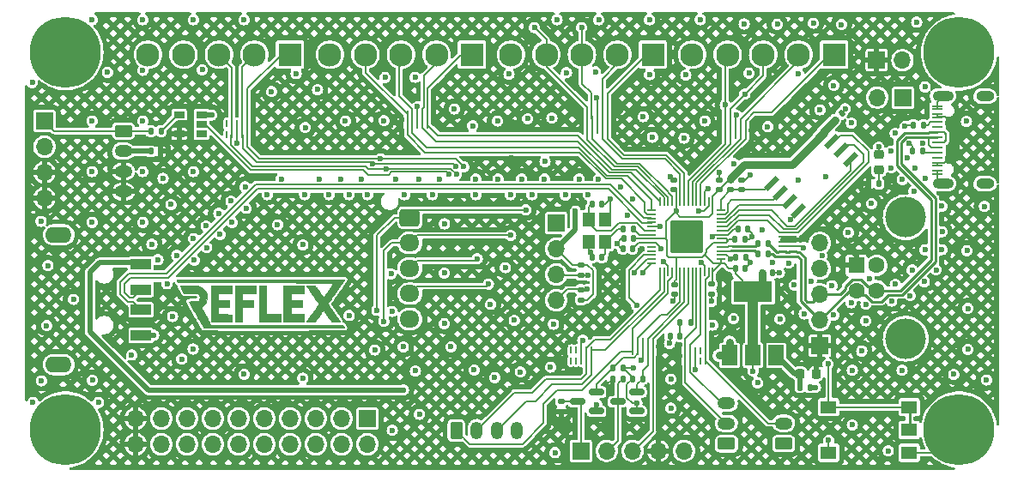
<source format=gbr>
%TF.GenerationSoftware,KiCad,Pcbnew,(7.0.0-0)*%
%TF.CreationDate,2023-09-11T01:39:21-06:00*%
%TF.ProjectId,ReflexFightingBoard,5265666c-6578-4466-9967-6874696e6742,rev?*%
%TF.SameCoordinates,Original*%
%TF.FileFunction,Copper,L1,Top*%
%TF.FilePolarity,Positive*%
%FSLAX46Y46*%
G04 Gerber Fmt 4.6, Leading zero omitted, Abs format (unit mm)*
G04 Created by KiCad (PCBNEW (7.0.0-0)) date 2023-09-11 01:39:21*
%MOMM*%
%LPD*%
G01*
G04 APERTURE LIST*
G04 Aperture macros list*
%AMRoundRect*
0 Rectangle with rounded corners*
0 $1 Rounding radius*
0 $2 $3 $4 $5 $6 $7 $8 $9 X,Y pos of 4 corners*
0 Add a 4 corners polygon primitive as box body*
4,1,4,$2,$3,$4,$5,$6,$7,$8,$9,$2,$3,0*
0 Add four circle primitives for the rounded corners*
1,1,$1+$1,$2,$3*
1,1,$1+$1,$4,$5*
1,1,$1+$1,$6,$7*
1,1,$1+$1,$8,$9*
0 Add four rect primitives between the rounded corners*
20,1,$1+$1,$2,$3,$4,$5,0*
20,1,$1+$1,$4,$5,$6,$7,0*
20,1,$1+$1,$6,$7,$8,$9,0*
20,1,$1+$1,$8,$9,$2,$3,0*%
%AMRotRect*
0 Rectangle, with rotation*
0 The origin of the aperture is its center*
0 $1 length*
0 $2 width*
0 $3 Rotation angle, in degrees counterclockwise*
0 Add horizontal line*
21,1,$1,$2,0,0,$3*%
G04 Aperture macros list end*
%TA.AperFunction,EtchedComponent*%
%ADD10C,0.010000*%
%TD*%
%TA.AperFunction,SMDPad,CuDef*%
%ADD11RoundRect,0.135000X0.135000X0.185000X-0.135000X0.185000X-0.135000X-0.185000X0.135000X-0.185000X0*%
%TD*%
%TA.AperFunction,SMDPad,CuDef*%
%ADD12R,1.060000X0.650000*%
%TD*%
%TA.AperFunction,SMDPad,CuDef*%
%ADD13RoundRect,0.140000X-0.140000X-0.170000X0.140000X-0.170000X0.140000X0.170000X-0.140000X0.170000X0*%
%TD*%
%TA.AperFunction,SMDPad,CuDef*%
%ADD14RoundRect,0.135000X0.185000X-0.135000X0.185000X0.135000X-0.185000X0.135000X-0.185000X-0.135000X0*%
%TD*%
%TA.AperFunction,SMDPad,CuDef*%
%ADD15RoundRect,0.135000X-0.185000X0.135000X-0.185000X-0.135000X0.185000X-0.135000X0.185000X0.135000X0*%
%TD*%
%TA.AperFunction,ComponentPad*%
%ADD16R,1.700000X1.700000*%
%TD*%
%TA.AperFunction,ComponentPad*%
%ADD17O,1.700000X1.700000*%
%TD*%
%TA.AperFunction,ComponentPad*%
%ADD18RoundRect,0.249999X-0.625001X0.350001X-0.625001X-0.350001X0.625001X-0.350001X0.625001X0.350001X0*%
%TD*%
%TA.AperFunction,ComponentPad*%
%ADD19O,1.750000X1.200000*%
%TD*%
%TA.AperFunction,ComponentPad*%
%ADD20RoundRect,0.250000X0.625000X-0.350000X0.625000X0.350000X-0.625000X0.350000X-0.625000X-0.350000X0*%
%TD*%
%TA.AperFunction,ComponentPad*%
%ADD21R,2.300000X2.300000*%
%TD*%
%TA.AperFunction,ComponentPad*%
%ADD22C,2.300000*%
%TD*%
%TA.AperFunction,ComponentPad*%
%ADD23C,7.000000*%
%TD*%
%TA.AperFunction,SMDPad,CuDef*%
%ADD24RoundRect,0.140000X0.140000X0.170000X-0.140000X0.170000X-0.140000X-0.170000X0.140000X-0.170000X0*%
%TD*%
%TA.AperFunction,SMDPad,CuDef*%
%ADD25O,0.200000X0.700000*%
%TD*%
%TA.AperFunction,SMDPad,CuDef*%
%ADD26R,2.000000X1.000000*%
%TD*%
%TA.AperFunction,ComponentPad*%
%ADD27O,2.610000X1.600000*%
%TD*%
%TA.AperFunction,ComponentPad*%
%ADD28RoundRect,0.250000X-0.350000X-0.625000X0.350000X-0.625000X0.350000X0.625000X-0.350000X0.625000X0*%
%TD*%
%TA.AperFunction,ComponentPad*%
%ADD29O,1.200000X1.750000*%
%TD*%
%TA.AperFunction,SMDPad,CuDef*%
%ADD30RoundRect,0.140000X-0.170000X0.140000X-0.170000X-0.140000X0.170000X-0.140000X0.170000X0.140000X0*%
%TD*%
%TA.AperFunction,SMDPad,CuDef*%
%ADD31RoundRect,0.135000X-0.135000X-0.185000X0.135000X-0.185000X0.135000X0.185000X-0.135000X0.185000X0*%
%TD*%
%TA.AperFunction,ComponentPad*%
%ADD32R,1.600000X1.600000*%
%TD*%
%TA.AperFunction,ComponentPad*%
%ADD33C,1.600000*%
%TD*%
%TA.AperFunction,ComponentPad*%
%ADD34C,4.000000*%
%TD*%
%TA.AperFunction,SMDPad,CuDef*%
%ADD35RoundRect,0.147500X-0.147500X-0.172500X0.147500X-0.172500X0.147500X0.172500X-0.147500X0.172500X0*%
%TD*%
%TA.AperFunction,SMDPad,CuDef*%
%ADD36R,1.500000X2.000000*%
%TD*%
%TA.AperFunction,SMDPad,CuDef*%
%ADD37R,3.800000X2.000000*%
%TD*%
%TA.AperFunction,SMDPad,CuDef*%
%ADD38RotRect,1.610000X0.580000X45.000000*%
%TD*%
%TA.AperFunction,SMDPad,CuDef*%
%ADD39RoundRect,0.150000X0.587500X0.150000X-0.587500X0.150000X-0.587500X-0.150000X0.587500X-0.150000X0*%
%TD*%
%TA.AperFunction,SMDPad,CuDef*%
%ADD40RoundRect,0.050000X-0.050000X0.387500X-0.050000X-0.387500X0.050000X-0.387500X0.050000X0.387500X0*%
%TD*%
%TA.AperFunction,SMDPad,CuDef*%
%ADD41RoundRect,0.050000X-0.387500X0.050000X-0.387500X-0.050000X0.387500X-0.050000X0.387500X0.050000X0*%
%TD*%
%TA.AperFunction,ComponentPad*%
%ADD42C,0.600000*%
%TD*%
%TA.AperFunction,SMDPad,CuDef*%
%ADD43RoundRect,0.144000X-1.456000X1.456000X-1.456000X-1.456000X1.456000X-1.456000X1.456000X1.456000X0*%
%TD*%
%TA.AperFunction,SMDPad,CuDef*%
%ADD44RoundRect,0.140000X0.170000X-0.140000X0.170000X0.140000X-0.170000X0.140000X-0.170000X-0.140000X0*%
%TD*%
%TA.AperFunction,SMDPad,CuDef*%
%ADD45R,1.150000X1.400000*%
%TD*%
%TA.AperFunction,SMDPad,CuDef*%
%ADD46RoundRect,0.218750X-0.218750X-0.256250X0.218750X-0.256250X0.218750X0.256250X-0.218750X0.256250X0*%
%TD*%
%TA.AperFunction,SMDPad,CuDef*%
%ADD47RoundRect,0.218750X-0.256250X0.218750X-0.256250X-0.218750X0.256250X-0.218750X0.256250X0.218750X0*%
%TD*%
%TA.AperFunction,SMDPad,CuDef*%
%ADD48R,1.550000X1.300000*%
%TD*%
%TA.AperFunction,SMDPad,CuDef*%
%ADD49RoundRect,0.140000X0.021213X-0.219203X0.219203X-0.021213X-0.021213X0.219203X-0.219203X0.021213X0*%
%TD*%
%TA.AperFunction,ComponentPad*%
%ADD50RoundRect,0.250000X-0.725000X0.600000X-0.725000X-0.600000X0.725000X-0.600000X0.725000X0.600000X0*%
%TD*%
%TA.AperFunction,ComponentPad*%
%ADD51O,1.950000X1.700000*%
%TD*%
%TA.AperFunction,SMDPad,CuDef*%
%ADD52R,1.100000X0.225000*%
%TD*%
%TA.AperFunction,ComponentPad*%
%ADD53O,2.100000X1.000000*%
%TD*%
%TA.AperFunction,ComponentPad*%
%ADD54O,1.800000X1.000000*%
%TD*%
%TA.AperFunction,SMDPad,CuDef*%
%ADD55O,0.700000X0.200000*%
%TD*%
%TA.AperFunction,ViaPad*%
%ADD56C,0.600000*%
%TD*%
%TA.AperFunction,Conductor*%
%ADD57C,0.200000*%
%TD*%
%TA.AperFunction,Conductor*%
%ADD58C,0.500000*%
%TD*%
%TA.AperFunction,Conductor*%
%ADD59C,0.150000*%
%TD*%
%TA.AperFunction,Conductor*%
%ADD60C,0.250000*%
%TD*%
%TA.AperFunction,Conductor*%
%ADD61C,0.750000*%
%TD*%
%TA.AperFunction,Conductor*%
%ADD62C,1.000000*%
%TD*%
%TA.AperFunction,Conductor*%
%ADD63C,0.400000*%
%TD*%
G04 APERTURE END LIST*
%TO.C,Ref\u002A\u002A*%
G36*
X127162316Y-109089000D02*
G01*
X128580483Y-109089000D01*
X128580483Y-109808667D01*
X126463816Y-109808667D01*
X126463816Y-106273834D01*
X127162316Y-106273834D01*
X127162316Y-109089000D01*
G37*
D10*
X127162316Y-109089000D02*
X128580483Y-109089000D01*
X128580483Y-109808667D01*
X126463816Y-109808667D01*
X126463816Y-106273834D01*
X127162316Y-106273834D01*
X127162316Y-109089000D01*
G36*
X126156900Y-106284417D02*
G01*
X126156900Y-106982917D01*
X124791650Y-106994087D01*
X124791650Y-107692000D01*
X125934650Y-107692000D01*
X125934650Y-108390500D01*
X124791650Y-108390500D01*
X124791650Y-109808667D01*
X124093150Y-109808667D01*
X124093150Y-106273431D01*
X126156900Y-106284417D01*
G37*
X126156900Y-106284417D02*
X126156900Y-106982917D01*
X124791650Y-106994087D01*
X124791650Y-107692000D01*
X125934650Y-107692000D01*
X125934650Y-108390500D01*
X124791650Y-108390500D01*
X124791650Y-109808667D01*
X124093150Y-109808667D01*
X124093150Y-106273431D01*
X126156900Y-106284417D01*
G36*
X122764941Y-106278922D02*
G01*
X123786233Y-106284417D01*
X123786233Y-106982917D01*
X123113668Y-106988507D01*
X122441104Y-106994096D01*
X122446918Y-107337757D01*
X122452733Y-107681417D01*
X123563983Y-107692703D01*
X123563983Y-108389797D01*
X123008358Y-108395440D01*
X122452733Y-108401084D01*
X122452733Y-109078417D01*
X123119483Y-109089000D01*
X123786233Y-109099584D01*
X123786233Y-109798084D01*
X122764941Y-109803578D01*
X121743650Y-109809073D01*
X121743650Y-106273427D01*
X122764941Y-106278922D01*
G37*
X122764941Y-106278922D02*
X123786233Y-106284417D01*
X123786233Y-106982917D01*
X123113668Y-106988507D01*
X122441104Y-106994096D01*
X122446918Y-107337757D01*
X122452733Y-107681417D01*
X123563983Y-107692703D01*
X123563983Y-108389797D01*
X123008358Y-108395440D01*
X122452733Y-108401084D01*
X122452733Y-109078417D01*
X123119483Y-109089000D01*
X123786233Y-109099584D01*
X123786233Y-109798084D01*
X122764941Y-109803578D01*
X121743650Y-109809073D01*
X121743650Y-106273427D01*
X122764941Y-106278922D01*
G36*
X130929983Y-106993500D02*
G01*
X129596483Y-106993500D01*
X129596483Y-107692000D01*
X130697150Y-107692000D01*
X130697150Y-108390500D01*
X129596483Y-108390500D01*
X129596483Y-109089000D01*
X130929983Y-109089000D01*
X130929983Y-109808667D01*
X129913319Y-109808667D01*
X129668765Y-109808439D01*
X129463628Y-109807704D01*
X129294993Y-109806387D01*
X129159945Y-109804413D01*
X129055570Y-109801707D01*
X128978954Y-109798195D01*
X128927181Y-109793800D01*
X128897337Y-109788447D01*
X128886559Y-109782209D01*
X128885069Y-109757418D01*
X128883777Y-109693488D01*
X128882689Y-109593611D01*
X128881815Y-109460982D01*
X128881164Y-109298792D01*
X128880743Y-109110237D01*
X128880562Y-108898508D01*
X128880627Y-108666799D01*
X128880949Y-108418304D01*
X128881535Y-108156215D01*
X128881932Y-108020084D01*
X128887400Y-106284417D01*
X129908691Y-106278922D01*
X130929983Y-106273427D01*
X130929983Y-106993500D01*
G37*
X130929983Y-106993500D02*
X129596483Y-106993500D01*
X129596483Y-107692000D01*
X130697150Y-107692000D01*
X130697150Y-108390500D01*
X129596483Y-108390500D01*
X129596483Y-109089000D01*
X130929983Y-109089000D01*
X130929983Y-109808667D01*
X129913319Y-109808667D01*
X129668765Y-109808439D01*
X129463628Y-109807704D01*
X129294993Y-109806387D01*
X129159945Y-109804413D01*
X129055570Y-109801707D01*
X128978954Y-109798195D01*
X128927181Y-109793800D01*
X128897337Y-109788447D01*
X128886559Y-109782209D01*
X128885069Y-109757418D01*
X128883777Y-109693488D01*
X128882689Y-109593611D01*
X128881815Y-109460982D01*
X128881164Y-109298792D01*
X128880743Y-109110237D01*
X128880562Y-108898508D01*
X128880627Y-108666799D01*
X128880949Y-108418304D01*
X128881535Y-108156215D01*
X128881932Y-108020084D01*
X128887400Y-106284417D01*
X129908691Y-106278922D01*
X130929983Y-106273427D01*
X130929983Y-106993500D01*
G36*
X119315812Y-106276614D02*
G01*
X119498370Y-106277559D01*
X119576970Y-106278220D01*
X120441900Y-106286296D01*
X120583123Y-106341995D01*
X120772628Y-106431880D01*
X120930150Y-106541421D01*
X121063835Y-106676801D01*
X121119117Y-106748822D01*
X121227302Y-106936123D01*
X121297252Y-107139182D01*
X121327802Y-107353315D01*
X121319988Y-107557060D01*
X121280103Y-107736795D01*
X121208499Y-107912359D01*
X121110709Y-108074863D01*
X120992265Y-108215423D01*
X120858701Y-108325153D01*
X120830996Y-108342420D01*
X120789558Y-108370644D01*
X120770177Y-108391226D01*
X120769983Y-108392460D01*
X120779743Y-108415308D01*
X120806359Y-108467392D01*
X120845828Y-108541105D01*
X120894152Y-108628843D01*
X120896983Y-108633917D01*
X120945630Y-108721902D01*
X120985664Y-108795945D01*
X121013099Y-108848553D01*
X121023947Y-108872233D01*
X121023983Y-108872566D01*
X121033811Y-108894762D01*
X121060068Y-108944510D01*
X121097914Y-109012762D01*
X121115997Y-109044587D01*
X121166881Y-109135035D01*
X121227843Y-109245637D01*
X121289352Y-109359027D01*
X121320386Y-109417084D01*
X121375706Y-109520538D01*
X121433383Y-109627169D01*
X121484972Y-109721418D01*
X121509930Y-109766334D01*
X121549580Y-109838500D01*
X121581722Y-109899693D01*
X121599885Y-109937561D01*
X121600592Y-109939347D01*
X121619684Y-109978034D01*
X121652252Y-110034639D01*
X121668549Y-110061056D01*
X121723014Y-110147334D01*
X134733849Y-110147334D01*
X134821583Y-110272406D01*
X134864775Y-110336993D01*
X134896098Y-110389577D01*
X134909239Y-110419495D01*
X134909316Y-110420573D01*
X134888468Y-110422346D01*
X134827195Y-110424057D01*
X134727407Y-110425706D01*
X134591014Y-110427292D01*
X134419923Y-110428813D01*
X134216045Y-110430270D01*
X133981289Y-110431660D01*
X133717563Y-110432984D01*
X133426776Y-110434239D01*
X133110838Y-110435425D01*
X132771659Y-110436542D01*
X132411146Y-110437588D01*
X132031210Y-110438562D01*
X131633758Y-110439463D01*
X131220702Y-110440291D01*
X130793948Y-110441043D01*
X130355408Y-110441721D01*
X129906989Y-110442322D01*
X129450601Y-110442845D01*
X128988153Y-110443290D01*
X128521554Y-110443656D01*
X128052713Y-110443941D01*
X127583540Y-110444145D01*
X127115943Y-110444267D01*
X126651832Y-110444305D01*
X126193115Y-110444260D01*
X125741703Y-110444129D01*
X125299503Y-110443913D01*
X124868426Y-110443609D01*
X124450379Y-110443218D01*
X124047274Y-110442738D01*
X123661017Y-110442168D01*
X123293519Y-110441507D01*
X122946689Y-110440754D01*
X122622435Y-110439909D01*
X122322668Y-110438970D01*
X122049296Y-110437937D01*
X121804227Y-110436808D01*
X121589372Y-110435583D01*
X121406640Y-110434261D01*
X121257939Y-110432840D01*
X121145179Y-110431319D01*
X121070268Y-110429699D01*
X121035117Y-110427977D01*
X121032645Y-110427468D01*
X121019344Y-110407419D01*
X120987364Y-110354110D01*
X120938772Y-110271180D01*
X120875636Y-110162270D01*
X120800020Y-110031022D01*
X120713993Y-109881075D01*
X120619620Y-109716071D01*
X120518968Y-109539651D01*
X120414105Y-109355455D01*
X120307096Y-109167123D01*
X120200008Y-108978297D01*
X120094908Y-108792618D01*
X119993863Y-108613726D01*
X119898939Y-108445262D01*
X119812203Y-108290866D01*
X119735721Y-108154180D01*
X119671560Y-108038844D01*
X119621787Y-107948499D01*
X119588469Y-107886786D01*
X119573671Y-107857345D01*
X119573533Y-107856992D01*
X119572425Y-107844820D01*
X119583257Y-107835637D01*
X119611311Y-107828875D01*
X119661872Y-107823966D01*
X119740219Y-107820343D01*
X119851638Y-107817438D01*
X119960612Y-107815379D01*
X120100140Y-107812799D01*
X120204156Y-107809993D01*
X120279477Y-107806042D01*
X120332919Y-107800024D01*
X120371299Y-107791019D01*
X120401433Y-107778107D01*
X120430137Y-107760367D01*
X120445335Y-107749918D01*
X120536020Y-107663949D01*
X120594894Y-107559357D01*
X120622055Y-107444268D01*
X120617597Y-107326809D01*
X120581618Y-107215105D01*
X120514212Y-107117283D01*
X120437117Y-107054100D01*
X120413385Y-107039954D01*
X120389057Y-107028668D01*
X120359143Y-107019822D01*
X120318653Y-107013002D01*
X120262596Y-107007789D01*
X120185982Y-107003766D01*
X120083820Y-107000516D01*
X119951122Y-106997623D01*
X119782895Y-106994668D01*
X119712106Y-106993500D01*
X119066978Y-106982917D01*
X118873461Y-106644250D01*
X118813032Y-106536130D01*
X118762061Y-106440349D01*
X118723570Y-106362978D01*
X118700581Y-106310085D01*
X118695992Y-106287863D01*
X118719972Y-106284222D01*
X118781738Y-106281221D01*
X118876748Y-106278910D01*
X119000459Y-106277339D01*
X119148328Y-106276557D01*
X119315812Y-106276614D01*
G37*
X119315812Y-106276614D02*
X119498370Y-106277559D01*
X119576970Y-106278220D01*
X120441900Y-106286296D01*
X120583123Y-106341995D01*
X120772628Y-106431880D01*
X120930150Y-106541421D01*
X121063835Y-106676801D01*
X121119117Y-106748822D01*
X121227302Y-106936123D01*
X121297252Y-107139182D01*
X121327802Y-107353315D01*
X121319988Y-107557060D01*
X121280103Y-107736795D01*
X121208499Y-107912359D01*
X121110709Y-108074863D01*
X120992265Y-108215423D01*
X120858701Y-108325153D01*
X120830996Y-108342420D01*
X120789558Y-108370644D01*
X120770177Y-108391226D01*
X120769983Y-108392460D01*
X120779743Y-108415308D01*
X120806359Y-108467392D01*
X120845828Y-108541105D01*
X120894152Y-108628843D01*
X120896983Y-108633917D01*
X120945630Y-108721902D01*
X120985664Y-108795945D01*
X121013099Y-108848553D01*
X121023947Y-108872233D01*
X121023983Y-108872566D01*
X121033811Y-108894762D01*
X121060068Y-108944510D01*
X121097914Y-109012762D01*
X121115997Y-109044587D01*
X121166881Y-109135035D01*
X121227843Y-109245637D01*
X121289352Y-109359027D01*
X121320386Y-109417084D01*
X121375706Y-109520538D01*
X121433383Y-109627169D01*
X121484972Y-109721418D01*
X121509930Y-109766334D01*
X121549580Y-109838500D01*
X121581722Y-109899693D01*
X121599885Y-109937561D01*
X121600592Y-109939347D01*
X121619684Y-109978034D01*
X121652252Y-110034639D01*
X121668549Y-110061056D01*
X121723014Y-110147334D01*
X134733849Y-110147334D01*
X134821583Y-110272406D01*
X134864775Y-110336993D01*
X134896098Y-110389577D01*
X134909239Y-110419495D01*
X134909316Y-110420573D01*
X134888468Y-110422346D01*
X134827195Y-110424057D01*
X134727407Y-110425706D01*
X134591014Y-110427292D01*
X134419923Y-110428813D01*
X134216045Y-110430270D01*
X133981289Y-110431660D01*
X133717563Y-110432984D01*
X133426776Y-110434239D01*
X133110838Y-110435425D01*
X132771659Y-110436542D01*
X132411146Y-110437588D01*
X132031210Y-110438562D01*
X131633758Y-110439463D01*
X131220702Y-110440291D01*
X130793948Y-110441043D01*
X130355408Y-110441721D01*
X129906989Y-110442322D01*
X129450601Y-110442845D01*
X128988153Y-110443290D01*
X128521554Y-110443656D01*
X128052713Y-110443941D01*
X127583540Y-110444145D01*
X127115943Y-110444267D01*
X126651832Y-110444305D01*
X126193115Y-110444260D01*
X125741703Y-110444129D01*
X125299503Y-110443913D01*
X124868426Y-110443609D01*
X124450379Y-110443218D01*
X124047274Y-110442738D01*
X123661017Y-110442168D01*
X123293519Y-110441507D01*
X122946689Y-110440754D01*
X122622435Y-110439909D01*
X122322668Y-110438970D01*
X122049296Y-110437937D01*
X121804227Y-110436808D01*
X121589372Y-110435583D01*
X121406640Y-110434261D01*
X121257939Y-110432840D01*
X121145179Y-110431319D01*
X121070268Y-110429699D01*
X121035117Y-110427977D01*
X121032645Y-110427468D01*
X121019344Y-110407419D01*
X120987364Y-110354110D01*
X120938772Y-110271180D01*
X120875636Y-110162270D01*
X120800020Y-110031022D01*
X120713993Y-109881075D01*
X120619620Y-109716071D01*
X120518968Y-109539651D01*
X120414105Y-109355455D01*
X120307096Y-109167123D01*
X120200008Y-108978297D01*
X120094908Y-108792618D01*
X119993863Y-108613726D01*
X119898939Y-108445262D01*
X119812203Y-108290866D01*
X119735721Y-108154180D01*
X119671560Y-108038844D01*
X119621787Y-107948499D01*
X119588469Y-107886786D01*
X119573671Y-107857345D01*
X119573533Y-107856992D01*
X119572425Y-107844820D01*
X119583257Y-107835637D01*
X119611311Y-107828875D01*
X119661872Y-107823966D01*
X119740219Y-107820343D01*
X119851638Y-107817438D01*
X119960612Y-107815379D01*
X120100140Y-107812799D01*
X120204156Y-107809993D01*
X120279477Y-107806042D01*
X120332919Y-107800024D01*
X120371299Y-107791019D01*
X120401433Y-107778107D01*
X120430137Y-107760367D01*
X120445335Y-107749918D01*
X120536020Y-107663949D01*
X120594894Y-107559357D01*
X120622055Y-107444268D01*
X120617597Y-107326809D01*
X120581618Y-107215105D01*
X120514212Y-107117283D01*
X120437117Y-107054100D01*
X120413385Y-107039954D01*
X120389057Y-107028668D01*
X120359143Y-107019822D01*
X120318653Y-107013002D01*
X120262596Y-107007789D01*
X120185982Y-107003766D01*
X120083820Y-107000516D01*
X119951122Y-106997623D01*
X119782895Y-106994668D01*
X119712106Y-106993500D01*
X119066978Y-106982917D01*
X118873461Y-106644250D01*
X118813032Y-106536130D01*
X118762061Y-106440349D01*
X118723570Y-106362978D01*
X118700581Y-106310085D01*
X118695992Y-106287863D01*
X118719972Y-106284222D01*
X118781738Y-106281221D01*
X118876748Y-106278910D01*
X119000459Y-106277339D01*
X119148328Y-106276557D01*
X119315812Y-106276614D01*
G36*
X134877011Y-105718209D02*
G01*
X134847670Y-105762244D01*
X134797824Y-105834946D01*
X134731536Y-105930509D01*
X134652873Y-106043126D01*
X134565899Y-106166994D01*
X134474681Y-106296304D01*
X134383282Y-106425252D01*
X134305837Y-106533947D01*
X134223706Y-106649411D01*
X134131595Y-106779732D01*
X134041771Y-106907518D01*
X133977754Y-106999174D01*
X133906734Y-107100675D01*
X133820330Y-107223225D01*
X133727937Y-107353548D01*
X133638952Y-107478369D01*
X133610739Y-107517758D01*
X133496466Y-107677890D01*
X133406247Y-107806229D01*
X133338704Y-107904825D01*
X133292458Y-107975725D01*
X133266131Y-108020981D01*
X133258316Y-108041974D01*
X133271028Y-108069198D01*
X133308994Y-108129833D01*
X133371960Y-108223503D01*
X133459670Y-108349833D01*
X133571870Y-108508449D01*
X133649371Y-108616913D01*
X133719195Y-108714546D01*
X133798786Y-108826187D01*
X133883894Y-108945836D01*
X133970268Y-109067497D01*
X134053659Y-109185172D01*
X134129816Y-109292862D01*
X134194490Y-109384571D01*
X134243431Y-109454301D01*
X134272388Y-109496053D01*
X134273743Y-109498047D01*
X134302779Y-109539707D01*
X134346266Y-109600768D01*
X134384868Y-109654305D01*
X134426306Y-109714652D01*
X134455201Y-109762879D01*
X134464816Y-109786596D01*
X134443773Y-109795322D01*
X134381031Y-109801889D01*
X134277173Y-109806268D01*
X134132778Y-109808428D01*
X134052891Y-109808667D01*
X133909682Y-109809201D01*
X133801525Y-109808734D01*
X133721189Y-109804165D01*
X133661445Y-109792393D01*
X133615063Y-109770314D01*
X133574813Y-109734827D01*
X133533465Y-109682830D01*
X133483790Y-109611221D01*
X133438233Y-109544950D01*
X133360007Y-109433129D01*
X133275483Y-109313218D01*
X133188456Y-109190505D01*
X133102718Y-109070277D01*
X133022063Y-108957823D01*
X132950285Y-108858430D01*
X132891177Y-108777386D01*
X132848533Y-108719979D01*
X132826145Y-108691496D01*
X132825353Y-108690636D01*
X132806559Y-108681322D01*
X132782980Y-108695726D01*
X132748323Y-108739080D01*
X132723500Y-108775303D01*
X132683062Y-108834677D01*
X132625046Y-108918361D01*
X132556513Y-109016238D01*
X132484522Y-109118191D01*
X132467674Y-109141917D01*
X132389953Y-109251465D01*
X132308179Y-109367107D01*
X132231581Y-109475772D01*
X132169385Y-109564390D01*
X132164162Y-109571862D01*
X132109186Y-109649629D01*
X132060752Y-109716480D01*
X132025537Y-109763283D01*
X132013263Y-109778237D01*
X131995401Y-109789164D01*
X131961189Y-109797257D01*
X131905312Y-109802885D01*
X131822453Y-109806416D01*
X131707298Y-109808218D01*
X131574054Y-109808667D01*
X131416642Y-109807755D01*
X131299183Y-109804930D01*
X131219331Y-109800055D01*
X131174745Y-109792998D01*
X131162816Y-109784982D01*
X131174468Y-109760136D01*
X131206537Y-109707642D01*
X131254694Y-109634200D01*
X131314612Y-109546509D01*
X131344019Y-109504524D01*
X131407524Y-109414511D01*
X131489611Y-109298123D01*
X131584477Y-109163589D01*
X131686320Y-109019139D01*
X131789337Y-108873003D01*
X131860881Y-108771500D01*
X131954279Y-108639013D01*
X132044407Y-108511222D01*
X132126970Y-108394212D01*
X132197675Y-108294065D01*
X132252229Y-108216865D01*
X132284387Y-108171444D01*
X132326051Y-108107396D01*
X132353367Y-108054864D01*
X132360883Y-108024470D01*
X132360448Y-108023277D01*
X132343154Y-107995505D01*
X132307748Y-107943484D01*
X132261049Y-107877179D01*
X132247864Y-107858780D01*
X132184851Y-107770757D01*
X132104302Y-107657616D01*
X132012977Y-107528908D01*
X131917638Y-107394182D01*
X131825045Y-107262988D01*
X131741959Y-107144876D01*
X131695222Y-107078167D01*
X131638495Y-106997610D01*
X131568659Y-106899305D01*
X131497466Y-106799768D01*
X131469337Y-106760667D01*
X131364572Y-106614583D01*
X131278042Y-106492308D01*
X131211337Y-106396150D01*
X131166049Y-106328411D01*
X131143766Y-106291399D01*
X131141650Y-106285631D01*
X131161758Y-106282039D01*
X131217851Y-106278888D01*
X131303581Y-106276355D01*
X131412600Y-106274618D01*
X131538561Y-106273854D01*
X131563471Y-106273834D01*
X131713632Y-106274390D01*
X131826725Y-106276295D01*
X131908003Y-106279904D01*
X131962721Y-106285574D01*
X131996132Y-106293658D01*
X132013263Y-106304264D01*
X132036916Y-106334033D01*
X132077932Y-106389516D01*
X132129634Y-106461583D01*
X132164162Y-106510639D01*
X132224349Y-106596448D01*
X132299890Y-106703651D01*
X132381557Y-106819179D01*
X132460122Y-106929959D01*
X132467674Y-106940584D01*
X132539329Y-107041841D01*
X132609089Y-107141253D01*
X132669939Y-107228767D01*
X132714860Y-107294327D01*
X132722512Y-107305709D01*
X132771141Y-107374252D01*
X132804201Y-107408707D01*
X132826158Y-107412276D01*
X132840651Y-107390375D01*
X132855766Y-107365243D01*
X132891425Y-107311813D01*
X132943455Y-107236159D01*
X133007686Y-107144354D01*
X133070458Y-107055775D01*
X133151046Y-106942441D01*
X133231940Y-106828222D01*
X133306285Y-106722831D01*
X133367224Y-106635977D01*
X133395900Y-106594785D01*
X133451131Y-106515541D01*
X133521614Y-106415166D01*
X133597981Y-106306968D01*
X133665775Y-106211406D01*
X133726236Y-106125571D01*
X133776652Y-106052340D01*
X133812477Y-105998446D01*
X133829164Y-105970617D01*
X133829816Y-105968605D01*
X133808898Y-105967695D01*
X133747136Y-105966802D01*
X133646021Y-105965927D01*
X133507042Y-105965072D01*
X133331690Y-105964241D01*
X133121454Y-105963435D01*
X132877824Y-105962657D01*
X132602291Y-105961909D01*
X132296343Y-105961194D01*
X131961472Y-105960515D01*
X131599166Y-105959874D01*
X131210917Y-105959272D01*
X130798214Y-105958714D01*
X130362546Y-105958200D01*
X129905404Y-105957734D01*
X129428278Y-105957319D01*
X128932657Y-105956955D01*
X128420032Y-105956647D01*
X127891892Y-105956396D01*
X127349728Y-105956205D01*
X126795029Y-105956076D01*
X126229285Y-105956012D01*
X126172775Y-105956009D01*
X125605762Y-105955943D01*
X125049529Y-105955794D01*
X124505572Y-105955565D01*
X123975386Y-105955260D01*
X123460468Y-105954882D01*
X122962313Y-105954434D01*
X122482418Y-105953919D01*
X122022278Y-105953339D01*
X121583391Y-105952699D01*
X121167251Y-105952001D01*
X120775355Y-105951248D01*
X120409199Y-105950444D01*
X120070280Y-105949591D01*
X119760092Y-105948692D01*
X119480132Y-105947752D01*
X119231897Y-105946772D01*
X119016882Y-105945755D01*
X118836583Y-105944706D01*
X118692497Y-105943627D01*
X118586119Y-105942521D01*
X118518946Y-105941391D01*
X118492473Y-105940240D01*
X118492136Y-105940134D01*
X118471298Y-105915485D01*
X118438676Y-105866302D01*
X118401562Y-105804994D01*
X118367248Y-105743970D01*
X118343029Y-105695639D01*
X118335816Y-105674164D01*
X118356744Y-105673156D01*
X118418574Y-105672166D01*
X118519872Y-105671198D01*
X118659208Y-105670253D01*
X118835150Y-105669334D01*
X119046264Y-105668443D01*
X119291120Y-105667583D01*
X119568286Y-105666756D01*
X119876329Y-105665965D01*
X120213817Y-105665211D01*
X120579318Y-105664499D01*
X120971401Y-105663829D01*
X121388634Y-105663205D01*
X121829584Y-105662629D01*
X122292819Y-105662103D01*
X122776907Y-105661629D01*
X123280417Y-105661211D01*
X123801917Y-105660851D01*
X124339974Y-105660551D01*
X124893156Y-105660313D01*
X125460032Y-105660141D01*
X126039169Y-105660035D01*
X126625001Y-105660000D01*
X134914185Y-105660000D01*
X134877011Y-105718209D01*
G37*
X134877011Y-105718209D02*
X134847670Y-105762244D01*
X134797824Y-105834946D01*
X134731536Y-105930509D01*
X134652873Y-106043126D01*
X134565899Y-106166994D01*
X134474681Y-106296304D01*
X134383282Y-106425252D01*
X134305837Y-106533947D01*
X134223706Y-106649411D01*
X134131595Y-106779732D01*
X134041771Y-106907518D01*
X133977754Y-106999174D01*
X133906734Y-107100675D01*
X133820330Y-107223225D01*
X133727937Y-107353548D01*
X133638952Y-107478369D01*
X133610739Y-107517758D01*
X133496466Y-107677890D01*
X133406247Y-107806229D01*
X133338704Y-107904825D01*
X133292458Y-107975725D01*
X133266131Y-108020981D01*
X133258316Y-108041974D01*
X133271028Y-108069198D01*
X133308994Y-108129833D01*
X133371960Y-108223503D01*
X133459670Y-108349833D01*
X133571870Y-108508449D01*
X133649371Y-108616913D01*
X133719195Y-108714546D01*
X133798786Y-108826187D01*
X133883894Y-108945836D01*
X133970268Y-109067497D01*
X134053659Y-109185172D01*
X134129816Y-109292862D01*
X134194490Y-109384571D01*
X134243431Y-109454301D01*
X134272388Y-109496053D01*
X134273743Y-109498047D01*
X134302779Y-109539707D01*
X134346266Y-109600768D01*
X134384868Y-109654305D01*
X134426306Y-109714652D01*
X134455201Y-109762879D01*
X134464816Y-109786596D01*
X134443773Y-109795322D01*
X134381031Y-109801889D01*
X134277173Y-109806268D01*
X134132778Y-109808428D01*
X134052891Y-109808667D01*
X133909682Y-109809201D01*
X133801525Y-109808734D01*
X133721189Y-109804165D01*
X133661445Y-109792393D01*
X133615063Y-109770314D01*
X133574813Y-109734827D01*
X133533465Y-109682830D01*
X133483790Y-109611221D01*
X133438233Y-109544950D01*
X133360007Y-109433129D01*
X133275483Y-109313218D01*
X133188456Y-109190505D01*
X133102718Y-109070277D01*
X133022063Y-108957823D01*
X132950285Y-108858430D01*
X132891177Y-108777386D01*
X132848533Y-108719979D01*
X132826145Y-108691496D01*
X132825353Y-108690636D01*
X132806559Y-108681322D01*
X132782980Y-108695726D01*
X132748323Y-108739080D01*
X132723500Y-108775303D01*
X132683062Y-108834677D01*
X132625046Y-108918361D01*
X132556513Y-109016238D01*
X132484522Y-109118191D01*
X132467674Y-109141917D01*
X132389953Y-109251465D01*
X132308179Y-109367107D01*
X132231581Y-109475772D01*
X132169385Y-109564390D01*
X132164162Y-109571862D01*
X132109186Y-109649629D01*
X132060752Y-109716480D01*
X132025537Y-109763283D01*
X132013263Y-109778237D01*
X131995401Y-109789164D01*
X131961189Y-109797257D01*
X131905312Y-109802885D01*
X131822453Y-109806416D01*
X131707298Y-109808218D01*
X131574054Y-109808667D01*
X131416642Y-109807755D01*
X131299183Y-109804930D01*
X131219331Y-109800055D01*
X131174745Y-109792998D01*
X131162816Y-109784982D01*
X131174468Y-109760136D01*
X131206537Y-109707642D01*
X131254694Y-109634200D01*
X131314612Y-109546509D01*
X131344019Y-109504524D01*
X131407524Y-109414511D01*
X131489611Y-109298123D01*
X131584477Y-109163589D01*
X131686320Y-109019139D01*
X131789337Y-108873003D01*
X131860881Y-108771500D01*
X131954279Y-108639013D01*
X132044407Y-108511222D01*
X132126970Y-108394212D01*
X132197675Y-108294065D01*
X132252229Y-108216865D01*
X132284387Y-108171444D01*
X132326051Y-108107396D01*
X132353367Y-108054864D01*
X132360883Y-108024470D01*
X132360448Y-108023277D01*
X132343154Y-107995505D01*
X132307748Y-107943484D01*
X132261049Y-107877179D01*
X132247864Y-107858780D01*
X132184851Y-107770757D01*
X132104302Y-107657616D01*
X132012977Y-107528908D01*
X131917638Y-107394182D01*
X131825045Y-107262988D01*
X131741959Y-107144876D01*
X131695222Y-107078167D01*
X131638495Y-106997610D01*
X131568659Y-106899305D01*
X131497466Y-106799768D01*
X131469337Y-106760667D01*
X131364572Y-106614583D01*
X131278042Y-106492308D01*
X131211337Y-106396150D01*
X131166049Y-106328411D01*
X131143766Y-106291399D01*
X131141650Y-106285631D01*
X131161758Y-106282039D01*
X131217851Y-106278888D01*
X131303581Y-106276355D01*
X131412600Y-106274618D01*
X131538561Y-106273854D01*
X131563471Y-106273834D01*
X131713632Y-106274390D01*
X131826725Y-106276295D01*
X131908003Y-106279904D01*
X131962721Y-106285574D01*
X131996132Y-106293658D01*
X132013263Y-106304264D01*
X132036916Y-106334033D01*
X132077932Y-106389516D01*
X132129634Y-106461583D01*
X132164162Y-106510639D01*
X132224349Y-106596448D01*
X132299890Y-106703651D01*
X132381557Y-106819179D01*
X132460122Y-106929959D01*
X132467674Y-106940584D01*
X132539329Y-107041841D01*
X132609089Y-107141253D01*
X132669939Y-107228767D01*
X132714860Y-107294327D01*
X132722512Y-107305709D01*
X132771141Y-107374252D01*
X132804201Y-107408707D01*
X132826158Y-107412276D01*
X132840651Y-107390375D01*
X132855766Y-107365243D01*
X132891425Y-107311813D01*
X132943455Y-107236159D01*
X133007686Y-107144354D01*
X133070458Y-107055775D01*
X133151046Y-106942441D01*
X133231940Y-106828222D01*
X133306285Y-106722831D01*
X133367224Y-106635977D01*
X133395900Y-106594785D01*
X133451131Y-106515541D01*
X133521614Y-106415166D01*
X133597981Y-106306968D01*
X133665775Y-106211406D01*
X133726236Y-106125571D01*
X133776652Y-106052340D01*
X133812477Y-105998446D01*
X133829164Y-105970617D01*
X133829816Y-105968605D01*
X133808898Y-105967695D01*
X133747136Y-105966802D01*
X133646021Y-105965927D01*
X133507042Y-105965072D01*
X133331690Y-105964241D01*
X133121454Y-105963435D01*
X132877824Y-105962657D01*
X132602291Y-105961909D01*
X132296343Y-105961194D01*
X131961472Y-105960515D01*
X131599166Y-105959874D01*
X131210917Y-105959272D01*
X130798214Y-105958714D01*
X130362546Y-105958200D01*
X129905404Y-105957734D01*
X129428278Y-105957319D01*
X128932657Y-105956955D01*
X128420032Y-105956647D01*
X127891892Y-105956396D01*
X127349728Y-105956205D01*
X126795029Y-105956076D01*
X126229285Y-105956012D01*
X126172775Y-105956009D01*
X125605762Y-105955943D01*
X125049529Y-105955794D01*
X124505572Y-105955565D01*
X123975386Y-105955260D01*
X123460468Y-105954882D01*
X122962313Y-105954434D01*
X122482418Y-105953919D01*
X122022278Y-105953339D01*
X121583391Y-105952699D01*
X121167251Y-105952001D01*
X120775355Y-105951248D01*
X120409199Y-105950444D01*
X120070280Y-105949591D01*
X119760092Y-105948692D01*
X119480132Y-105947752D01*
X119231897Y-105946772D01*
X119016882Y-105945755D01*
X118836583Y-105944706D01*
X118692497Y-105943627D01*
X118586119Y-105942521D01*
X118518946Y-105941391D01*
X118492473Y-105940240D01*
X118492136Y-105940134D01*
X118471298Y-105915485D01*
X118438676Y-105866302D01*
X118401562Y-105804994D01*
X118367248Y-105743970D01*
X118343029Y-105695639D01*
X118335816Y-105674164D01*
X118356744Y-105673156D01*
X118418574Y-105672166D01*
X118519872Y-105671198D01*
X118659208Y-105670253D01*
X118835150Y-105669334D01*
X119046264Y-105668443D01*
X119291120Y-105667583D01*
X119568286Y-105666756D01*
X119876329Y-105665965D01*
X120213817Y-105665211D01*
X120579318Y-105664499D01*
X120971401Y-105663829D01*
X121388634Y-105663205D01*
X121829584Y-105662629D01*
X122292819Y-105662103D01*
X122776907Y-105661629D01*
X123280417Y-105661211D01*
X123801917Y-105660851D01*
X124339974Y-105660551D01*
X124893156Y-105660313D01*
X125460032Y-105660141D01*
X126039169Y-105660035D01*
X126625001Y-105660000D01*
X134914185Y-105660000D01*
X134877011Y-105718209D01*
%TD*%
D11*
%TO.P,R5,1*%
%TO.N,/RGB_DATA_5V*%
X116810000Y-91000000D03*
%TO.P,R5,2*%
%TO.N,Net-(J1-Pin_1)*%
X115790000Y-91000000D03*
%TD*%
D12*
%TO.P,U2,1,NC*%
%TO.N,unconnected-(U2-NC-Pad1)*%
X120799999Y-91272399D03*
%TO.P,U2,2,A*%
%TO.N,/RGB*%
X120799999Y-90322399D03*
%TO.P,U2,3,GND*%
%TO.N,GND*%
X120799999Y-89372399D03*
%TO.P,U2,4,Y*%
%TO.N,/RGB_DATA_5V*%
X118599999Y-89372399D03*
%TO.P,U2,5,VCC*%
%TO.N,/VBUS*%
X118599999Y-91272399D03*
%TD*%
D13*
%TO.P,C1,1*%
%TO.N,GND*%
X115820000Y-93000000D03*
%TO.P,C1,2*%
%TO.N,/VBUS*%
X116780000Y-93000000D03*
%TD*%
D14*
%TO.P,R6,1*%
%TO.N,+3V3*%
X158225000Y-107670000D03*
%TO.P,R6,2*%
%TO.N,/SCL*%
X158225000Y-106650000D03*
%TD*%
D15*
%TO.P,R7,1*%
%TO.N,+3V3*%
X158225000Y-104190000D03*
%TO.P,R7,2*%
%TO.N,/SDA*%
X158225000Y-105210000D03*
%TD*%
D16*
%TO.P,J2,1,Pin_1*%
%TO.N,/UP*%
X137159999Y-119379999D03*
D17*
%TO.P,J2,2,Pin_2*%
%TO.N,/DOWN*%
X137159999Y-121919999D03*
%TO.P,J2,3,Pin_3*%
%TO.N,/RIGHT*%
X134619999Y-119379999D03*
%TO.P,J2,4,Pin_4*%
%TO.N,/LEFT*%
X134619999Y-121919999D03*
%TO.P,J2,5,Pin_5*%
%TO.N,/SELECT*%
X132079999Y-119379999D03*
%TO.P,J2,6,Pin_6*%
%TO.N,/HOME*%
X132079999Y-121919999D03*
%TO.P,J2,7,Pin_7*%
%TO.N,/START*%
X129539999Y-119379999D03*
%TO.P,J2,8,Pin_8*%
%TO.N,/1P*%
X129539999Y-121919999D03*
%TO.P,J2,9,Pin_9*%
%TO.N,/2P*%
X126999999Y-119379999D03*
%TO.P,J2,10,Pin_10*%
%TO.N,/3P*%
X126999999Y-121919999D03*
%TO.P,J2,11,Pin_11*%
%TO.N,/4P*%
X124459999Y-119379999D03*
%TO.P,J2,12,Pin_12*%
%TO.N,GND*%
X124459999Y-121919999D03*
%TO.P,J2,13,Pin_13*%
%TO.N,/1K*%
X121919999Y-119379999D03*
%TO.P,J2,14,Pin_14*%
%TO.N,/2K*%
X121919999Y-121919999D03*
%TO.P,J2,15,Pin_15*%
%TO.N,/3K*%
X119379999Y-119379999D03*
%TO.P,J2,16,Pin_16*%
%TO.N,/4K*%
X119379999Y-121919999D03*
%TO.P,J2,17,Pin_17*%
%TO.N,GND*%
X116839999Y-119379999D03*
%TO.P,J2,18,Pin_18*%
X116839999Y-121919999D03*
%TO.P,J2,19,Pin_19*%
%TO.N,/VBUS*%
X114299999Y-119379999D03*
%TO.P,J2,20,Pin_20*%
X114299999Y-121919999D03*
%TD*%
D18*
%TO.P,J1,1,Pin_1*%
%TO.N,Net-(J1-Pin_1)*%
X113100000Y-90982800D03*
D19*
%TO.P,J1,2,Pin_2*%
%TO.N,GND*%
X113099999Y-92982799D03*
%TO.P,J1,3,Pin_3*%
%TO.N,/VBUS*%
X113099999Y-94982799D03*
%TO.P,J1,4,Pin_4*%
X113099999Y-96982799D03*
%TD*%
D20*
%TO.P,J3,1,Pin_1*%
%TO.N,GND*%
X178225000Y-121850000D03*
D19*
%TO.P,J3,2,Pin_2*%
%TO.N,/TURBO*%
X178224999Y-119849999D03*
%TD*%
D21*
%TO.P,J5,1,Pin_1*%
%TO.N,/1K*%
X165324999Y-83449999D03*
D22*
%TO.P,J5,2,Pin_2*%
%TO.N,/2K*%
X161825000Y-83450000D03*
%TO.P,J5,3,Pin_3*%
%TO.N,/3K*%
X158325000Y-83450000D03*
%TO.P,J5,4,Pin_4*%
%TO.N,/4K*%
X154825000Y-83450000D03*
%TO.P,J5,5,Pin_5*%
%TO.N,GND*%
X151325000Y-83450000D03*
%TD*%
D21*
%TO.P,J6,1,Pin_1*%
%TO.N,/1P*%
X147474999Y-83449999D03*
D22*
%TO.P,J6,2,Pin_2*%
%TO.N,/2P*%
X143975000Y-83450000D03*
%TO.P,J6,3,Pin_3*%
%TO.N,/3P*%
X140475000Y-83450000D03*
%TO.P,J6,4,Pin_4*%
%TO.N,/4P*%
X136975000Y-83450000D03*
%TO.P,J6,5,Pin_5*%
%TO.N,GND*%
X133475000Y-83450000D03*
%TD*%
D21*
%TO.P,J7,1,Pin_1*%
%TO.N,/SELECT*%
X129524999Y-83449999D03*
D22*
%TO.P,J7,2,Pin_2*%
%TO.N,/START*%
X126025000Y-83450000D03*
%TO.P,J7,3,Pin_3*%
%TO.N,/HOME*%
X122525000Y-83450000D03*
%TO.P,J7,4,Pin_4*%
%TO.N,GND*%
X119025000Y-83450000D03*
%TO.P,J7,5,Pin_5*%
X115525000Y-83450000D03*
%TD*%
D21*
%TO.P,J8,1,Pin_1*%
%TO.N,/UP*%
X183199999Y-83449999D03*
D22*
%TO.P,J8,2,Pin_2*%
%TO.N,/DOWN*%
X179700000Y-83450000D03*
%TO.P,J8,3,Pin_3*%
%TO.N,/RIGHT*%
X176200000Y-83450000D03*
%TO.P,J8,4,Pin_4*%
%TO.N,/LEFT*%
X172700000Y-83450000D03*
%TO.P,J8,5,Pin_5*%
%TO.N,GND*%
X169200000Y-83450000D03*
%TD*%
D23*
%TO.P,H1,1,1*%
%TO.N,GND*%
X107378000Y-83200000D03*
%TD*%
%TO.P,H3,1,1*%
%TO.N,GND*%
X107378000Y-120460000D03*
%TD*%
%TO.P,H4,1,1*%
%TO.N,GND*%
X195517000Y-120460000D03*
%TD*%
%TO.P,H2,1,1*%
%TO.N,GND*%
X195517000Y-83248000D03*
%TD*%
D24*
%TO.P,C9,1*%
%TO.N,+1V1*%
X163310000Y-102600000D03*
%TO.P,C9,2*%
%TO.N,GND*%
X162350000Y-102600000D03*
%TD*%
D25*
%TO.P,U9,1,IO1*%
%TO.N,/RS_TOGGLE*%
X168519999Y-113704999D03*
%TO.P,U9,2,IO2*%
%TO.N,/LS_TOGGLE*%
X169019999Y-113704999D03*
%TO.P,U9,3,GND*%
%TO.N,GND*%
X169519999Y-113704999D03*
%TO.P,U9,4,IO3*%
%TO.N,unconnected-(U9-IO3-Pad4)*%
X170019999Y-113704999D03*
%TO.P,U9,5,IO4*%
%TO.N,/TURBO*%
X170519999Y-113704999D03*
%TO.P,U9,6,N/C*%
X170519999Y-112654999D03*
%TO.P,U9,7,N/C*%
%TO.N,unconnected-(U9-N{slash}C-Pad7)*%
X170019999Y-112654999D03*
%TO.P,U9,8,GND*%
%TO.N,GND*%
X169519999Y-112654999D03*
%TO.P,U9,9,N/C*%
%TO.N,/LS_TOGGLE*%
X169019999Y-112654999D03*
%TO.P,U9,10,N/C*%
%TO.N,/RS_TOGGLE*%
X168519999Y-112654999D03*
%TD*%
D16*
%TO.P,J20,1,Pin_1*%
%TO.N,/VBUS*%
X187399999Y-84001951D03*
D17*
%TO.P,J20,2,Pin_2*%
%TO.N,GND*%
X189939999Y-84001951D03*
%TD*%
D15*
%TO.P,R15,1*%
%TO.N,+3V3*%
X173000000Y-95790000D03*
%TO.P,R15,2*%
%TO.N,/QSPI_SS*%
X173000000Y-96810000D03*
%TD*%
D26*
%TO.P,J9,1,VBUS*%
%TO.N,+5V*%
X114838390Y-104149999D03*
%TO.P,J9,2,D-*%
%TO.N,/DONGLE_D-*%
X114838390Y-106649999D03*
%TO.P,J9,3,D+*%
%TO.N,/DONGLE_D+*%
X114838390Y-108649999D03*
%TO.P,J9,4,GND*%
%TO.N,GND*%
X114838390Y-111149999D03*
D27*
%TO.P,J9,5,Shield*%
X106702499Y-101249999D03*
X106702499Y-114049999D03*
%TD*%
D28*
%TO.P,J21,1,Pin_1*%
%TO.N,/TP*%
X145925000Y-120550000D03*
D29*
%TO.P,J21,2,Pin_2*%
%TO.N,/LSB*%
X147924999Y-120549999D03*
%TO.P,J21,3,Pin_3*%
%TO.N,/RSB*%
X149924999Y-120549999D03*
%TO.P,J21,4,Pin_4*%
%TO.N,GND*%
X151924999Y-120549999D03*
%TD*%
D20*
%TO.P,J11,1,Pin_1*%
%TO.N,GND*%
X172575000Y-121875000D03*
D19*
%TO.P,J11,2,Pin_2*%
%TO.N,/RS_TOGGLE*%
X172574999Y-119874999D03*
%TO.P,J11,3,Pin_3*%
%TO.N,/LS_TOGGLE*%
X172574999Y-117874999D03*
%TD*%
D16*
%TO.P,J14,1,Pin_1*%
%TO.N,GND*%
X189999999Y-87699999D03*
D17*
%TO.P,J14,2,Pin_2*%
%TO.N,/~{USB_BOOT}*%
X187459999Y-87699999D03*
%TD*%
D14*
%TO.P,R4,1*%
%TO.N,/VBUS*%
X156300000Y-118710000D03*
%TO.P,R4,2*%
%TO.N,/GPIO22_5V*%
X156300000Y-117690000D03*
%TD*%
D13*
%TO.P,C8,1*%
%TO.N,+1V1*%
X173720000Y-100700000D03*
%TO.P,C8,2*%
%TO.N,GND*%
X174680000Y-100700000D03*
%TD*%
D25*
%TO.P,U11,1,IO1*%
%TO.N,/TP*%
X163319999Y-112774999D03*
%TO.P,U11,2,IO2*%
%TO.N,/GPIO22_3V3*%
X163819999Y-112774999D03*
%TO.P,U11,3,GND*%
%TO.N,GND*%
X164319999Y-112774999D03*
%TO.P,U11,4,IO3*%
%TO.N,/GPIO23_3V3*%
X164819999Y-112774999D03*
%TO.P,U11,5,IO4*%
%TO.N,/GPIO24*%
X165319999Y-112774999D03*
%TO.P,U11,6,N/C*%
X165319999Y-111724999D03*
%TO.P,U11,7,N/C*%
%TO.N,/GPIO23_3V3*%
X164819999Y-111724999D03*
%TO.P,U11,8,GND*%
%TO.N,GND*%
X164319999Y-111724999D03*
%TO.P,U11,9,N/C*%
%TO.N,/GPIO22_3V3*%
X163819999Y-111724999D03*
%TO.P,U11,10,N/C*%
%TO.N,/TP*%
X163319999Y-111724999D03*
%TD*%
D30*
%TO.P,C11,1*%
%TO.N,+3V3*%
X167460000Y-106180000D03*
%TO.P,C11,2*%
%TO.N,GND*%
X167460000Y-107140000D03*
%TD*%
D11*
%TO.P,R18,1*%
%TO.N,/USB_D+*%
X176710000Y-102110000D03*
%TO.P,R18,2*%
%TO.N,/DR_+*%
X175690000Y-102110000D03*
%TD*%
D31*
%TO.P,R3,1*%
%TO.N,+3V3*%
X163290000Y-115450000D03*
%TO.P,R3,2*%
%TO.N,/GPIO23_3V3*%
X164310000Y-115450000D03*
%TD*%
D32*
%TO.P,J16,1,VBUS*%
%TO.N,/VBUS*%
X185399999Y-104249999D03*
D33*
%TO.P,J16,2,D-*%
%TO.N,/USB_D-*%
X185400000Y-106750000D03*
%TO.P,J16,3,D+*%
%TO.N,/USB_D+*%
X187400000Y-106750000D03*
%TO.P,J16,4,GND*%
%TO.N,GND*%
X187400000Y-104250000D03*
D34*
%TO.P,J16,5,Shield*%
X190260000Y-99500000D03*
X190260000Y-111500000D03*
%TD*%
D25*
%TO.P,U7,1,IO1*%
%TO.N,/1K*%
X160859999Y-89864999D03*
%TO.P,U7,2,IO2*%
%TO.N,/2K*%
X160359999Y-89864999D03*
%TO.P,U7,3,GND*%
%TO.N,GND*%
X159859999Y-89864999D03*
%TO.P,U7,4,IO3*%
%TO.N,/3K*%
X159359999Y-89864999D03*
%TO.P,U7,5,IO4*%
%TO.N,/4K*%
X158859999Y-89864999D03*
%TO.P,U7,6,N/C*%
X158859999Y-90914999D03*
%TO.P,U7,7,N/C*%
%TO.N,/3K*%
X159359999Y-90914999D03*
%TO.P,U7,8,GND*%
%TO.N,GND*%
X159859999Y-90914999D03*
%TO.P,U7,9,N/C*%
%TO.N,/2K*%
X160359999Y-90914999D03*
%TO.P,U7,10,N/C*%
%TO.N,/1K*%
X160859999Y-90914999D03*
%TD*%
D35*
%TO.P,D2,1,K*%
%TO.N,GND*%
X167025000Y-111250000D03*
%TO.P,D2,2,A*%
%TO.N,Net-(D2-A)*%
X167995000Y-111250000D03*
%TD*%
D16*
%TO.P,J19,1,Pin_1*%
%TO.N,Net-(J1-Pin_1)*%
X105299999Y-89999999D03*
D17*
%TO.P,J19,2,Pin_2*%
%TO.N,GND*%
X105299999Y-92539999D03*
%TO.P,J19,3,Pin_3*%
%TO.N,/VBUS*%
X105299999Y-95079999D03*
%TO.P,J19,4,Pin_4*%
X105299999Y-97619999D03*
%TD*%
D36*
%TO.P,U3,1,GND*%
%TO.N,GND*%
X172899999Y-113149999D03*
%TO.P,U3,2,VO*%
%TO.N,+3V3*%
X175199999Y-113149999D03*
D37*
X175199999Y-106849999D03*
D36*
%TO.P,U3,3,VI*%
%TO.N,+5V*%
X177499999Y-113149999D03*
%TD*%
D38*
%TO.P,FLASH1,1,~{CS}*%
%TO.N,/QSPI_SS*%
X177003841Y-96202081D03*
%TO.P,FLASH1,2,DO(IO1)*%
%TO.N,/QSPI_SD1*%
X177901866Y-97100106D03*
%TO.P,FLASH1,3,IO2*%
%TO.N,/QSPI_SD2*%
X178799892Y-97998132D03*
%TO.P,FLASH1,4,GND*%
%TO.N,GND*%
X179697917Y-98896157D03*
%TO.P,FLASH1,5,DI(IO0)*%
%TO.N,/QSPI_SD0*%
X184796157Y-93797917D03*
%TO.P,FLASH1,6,CLK*%
%TO.N,/QSPI_SCLK*%
X183898132Y-92899892D03*
%TO.P,FLASH1,7,IO3*%
%TO.N,/QSPI_SD3*%
X183000106Y-92001866D03*
%TO.P,FLASH1,8,VCC*%
%TO.N,+3V3*%
X182102081Y-91103841D03*
%TD*%
D39*
%TO.P,Q2,1,G*%
%TO.N,+3V3*%
X163737500Y-118650000D03*
%TO.P,Q2,2,S*%
%TO.N,/GPIO23_3V3*%
X163737500Y-116750000D03*
%TO.P,Q2,3,D*%
%TO.N,/GPIO23_5V*%
X161862500Y-117700000D03*
%TD*%
D16*
%TO.P,J22,1,Pin_1*%
%TO.N,/GPIO22_5V*%
X158224999Y-122574999D03*
D17*
%TO.P,J22,2,Pin_2*%
%TO.N,/GPIO23_5V*%
X160764999Y-122574999D03*
%TO.P,J22,3,Pin_3*%
%TO.N,/GPIO24*%
X163304999Y-122574999D03*
%TO.P,J22,4,Pin_4*%
%TO.N,/VBUS*%
X165844999Y-122574999D03*
%TO.P,J22,5,Pin_5*%
%TO.N,GND*%
X168384999Y-122574999D03*
%TD*%
D40*
%TO.P,U4,1,IOVDD*%
%TO.N,+3V3*%
X171220000Y-97992500D03*
%TO.P,U4,2,GPIO0*%
%TO.N,/SDA*%
X170820000Y-97992500D03*
%TO.P,U4,3,GPIO1*%
%TO.N,/SCL*%
X170420000Y-97992500D03*
%TO.P,U4,4,GPIO2*%
%TO.N,/UP*%
X170020000Y-97992500D03*
%TO.P,U4,5,GPIO3*%
%TO.N,/DOWN*%
X169620000Y-97992500D03*
%TO.P,U4,6,GPIO4*%
%TO.N,/RIGHT*%
X169220000Y-97992500D03*
%TO.P,U4,7,GPIO5*%
%TO.N,/LEFT*%
X168820000Y-97992500D03*
%TO.P,U4,8,GPIO6*%
%TO.N,/1K*%
X168420000Y-97992500D03*
%TO.P,U4,9,GPIO7*%
%TO.N,/2K*%
X168020000Y-97992500D03*
%TO.P,U4,10,IOVDD*%
%TO.N,+3V3*%
X167620000Y-97992500D03*
%TO.P,U4,11,GPIO8*%
%TO.N,/3K*%
X167220000Y-97992500D03*
%TO.P,U4,12,GPIO9*%
%TO.N,/4K*%
X166820000Y-97992500D03*
%TO.P,U4,13,GPIO10*%
%TO.N,/1P*%
X166420000Y-97992500D03*
%TO.P,U4,14,GPIO11*%
%TO.N,/2P*%
X166020000Y-97992500D03*
D41*
%TO.P,U4,15,GPIO12*%
%TO.N,/3P*%
X165182500Y-98830000D03*
%TO.P,U4,16,GPIO13*%
%TO.N,/4P*%
X165182500Y-99230000D03*
%TO.P,U4,17,GPIO14*%
%TO.N,/DONGLE_D+*%
X165182500Y-99630000D03*
%TO.P,U4,18,GPIO15*%
%TO.N,/DONGLE_D-*%
X165182500Y-100030000D03*
%TO.P,U4,19,TESTEN*%
%TO.N,GND*%
X165182500Y-100430000D03*
%TO.P,U4,20,XIN*%
%TO.N,/XIN*%
X165182500Y-100830000D03*
%TO.P,U4,21,XOUT*%
%TO.N,/XOUT*%
X165182500Y-101230000D03*
%TO.P,U4,22,IOVDD*%
%TO.N,+3V3*%
X165182500Y-101630000D03*
%TO.P,U4,23,DVDD*%
%TO.N,+1V1*%
X165182500Y-102030000D03*
%TO.P,U4,24,SWCLK*%
%TO.N,/SWCLK*%
X165182500Y-102430000D03*
%TO.P,U4,25,SWD*%
%TO.N,/SWDIO*%
X165182500Y-102830000D03*
%TO.P,U4,26,RUN*%
%TO.N,/RUN*%
X165182500Y-103230000D03*
%TO.P,U4,27,GPIO16*%
%TO.N,/SELECT*%
X165182500Y-103630000D03*
%TO.P,U4,28,GPIO17*%
%TO.N,/START*%
X165182500Y-104030000D03*
D40*
%TO.P,U4,29,GPIO18*%
%TO.N,/LSB*%
X166020000Y-104867500D03*
%TO.P,U4,30,GPIO19*%
%TO.N,/RSB*%
X166420000Y-104867500D03*
%TO.P,U4,31,GPIO20*%
%TO.N,/HOME*%
X166820000Y-104867500D03*
%TO.P,U4,32,GPIO21*%
%TO.N,/TP*%
X167220000Y-104867500D03*
%TO.P,U4,33,IOVDD*%
%TO.N,+3V3*%
X167620000Y-104867500D03*
%TO.P,U4,34,GPIO22*%
%TO.N,/GPIO22_3V3*%
X168020000Y-104867500D03*
%TO.P,U4,35,GPIO23*%
%TO.N,/GPIO23_3V3*%
X168420000Y-104867500D03*
%TO.P,U4,36,GPIO24*%
%TO.N,/GPIO24*%
X168820000Y-104867500D03*
%TO.P,U4,37,GPIO25*%
%TO.N,Net-(U4-GPIO25)*%
X169220000Y-104867500D03*
%TO.P,U4,38,GPIO26_ADC0*%
%TO.N,/RS_TOGGLE*%
X169620000Y-104867500D03*
%TO.P,U4,39,GPIO27_ADC1*%
%TO.N,/LS_TOGGLE*%
X170020000Y-104867500D03*
%TO.P,U4,40,GPIO28_ADC2*%
%TO.N,/RGB*%
X170420000Y-104867500D03*
%TO.P,U4,41,GPIO29_ADC3*%
%TO.N,/TURBO*%
X170820000Y-104867500D03*
%TO.P,U4,42,IOVDD*%
%TO.N,+3V3*%
X171220000Y-104867500D03*
D41*
%TO.P,U4,43,ADC_AVDD*%
X172057500Y-104030000D03*
%TO.P,U4,44,VREG_IN*%
X172057500Y-103630000D03*
%TO.P,U4,45,VREG_VOUT*%
%TO.N,+1V1*%
X172057500Y-103230000D03*
%TO.P,U4,46,USB_DM*%
%TO.N,/DR_-*%
X172057500Y-102830000D03*
%TO.P,U4,47,USB_DP*%
%TO.N,/DR_+*%
X172057500Y-102430000D03*
%TO.P,U4,48,USB_VDD*%
%TO.N,+3V3*%
X172057500Y-102030000D03*
%TO.P,U4,49,IOVDD*%
X172057500Y-101630000D03*
%TO.P,U4,50,DVDD*%
%TO.N,+1V1*%
X172057500Y-101230000D03*
%TO.P,U4,51,QSPI_SD3*%
%TO.N,/QSPI_SD3*%
X172057500Y-100830000D03*
%TO.P,U4,52,QSPI_SCLK*%
%TO.N,/QSPI_SCLK*%
X172057500Y-100430000D03*
%TO.P,U4,53,QSPI_SD0*%
%TO.N,/QSPI_SD0*%
X172057500Y-100030000D03*
%TO.P,U4,54,QSPI_SD2*%
%TO.N,/QSPI_SD2*%
X172057500Y-99630000D03*
%TO.P,U4,55,QSPI_SD1*%
%TO.N,/QSPI_SD1*%
X172057500Y-99230000D03*
%TO.P,U4,56,QSPI_SS*%
%TO.N,/QSPI_SS*%
X172057500Y-98830000D03*
D42*
%TO.P,U4,57,GND*%
%TO.N,GND*%
X169895000Y-100155000D03*
X168620000Y-100155000D03*
X167345000Y-100155000D03*
X169895000Y-101430000D03*
X168620000Y-101430000D03*
D43*
X168620000Y-101430000D03*
D42*
X167345000Y-101430000D03*
X169895000Y-102705000D03*
X168620000Y-102705000D03*
X167345000Y-102705000D03*
%TD*%
D44*
%TO.P,R14,1*%
%TO.N,/QSPI_SS*%
X174100000Y-96780000D03*
%TO.P,R14,2*%
%TO.N,/~{USB_BOOT}*%
X174100000Y-95820000D03*
%TD*%
D31*
%TO.P,R21,1*%
%TO.N,GND*%
X190900000Y-93000000D03*
%TO.P,R21,2*%
%TO.N,Net-(J15-CC1)*%
X191920000Y-93000000D03*
%TD*%
D11*
%TO.P,R2,1*%
%TO.N,+3V3*%
X162360000Y-114400000D03*
%TO.P,R2,2*%
%TO.N,/GPIO22_3V3*%
X161340000Y-114400000D03*
%TD*%
D31*
%TO.P,R8,1*%
%TO.N,/VBUS*%
X161340000Y-115450000D03*
%TO.P,R8,2*%
%TO.N,/GPIO23_5V*%
X162360000Y-115450000D03*
%TD*%
D45*
%TO.P,Y1,1,1*%
%TO.N,Net-(C3-Pad2)*%
X160624999Y-101924999D03*
%TO.P,Y1,2,2*%
%TO.N,GND*%
X160624999Y-99724999D03*
%TO.P,Y1,3,3*%
%TO.N,/XIN*%
X159024999Y-99724999D03*
%TO.P,Y1,4,4*%
%TO.N,GND*%
X159024999Y-101924999D03*
%TD*%
D13*
%TO.P,C7,1*%
%TO.N,+3V3*%
X176120000Y-105000000D03*
%TO.P,C7,2*%
%TO.N,GND*%
X177080000Y-105000000D03*
%TD*%
D16*
%TO.P,J10,1,Pin_1*%
%TO.N,GND*%
X155799999Y-100074999D03*
D17*
%TO.P,J10,2,Pin_2*%
%TO.N,+3V3*%
X155799999Y-102614999D03*
%TO.P,J10,3,Pin_3*%
%TO.N,/SDA*%
X155799999Y-105154999D03*
%TO.P,J10,4,Pin_4*%
%TO.N,/SCL*%
X155799999Y-107694999D03*
%TD*%
D25*
%TO.P,U1,1,IO1*%
%TO.N,/UP*%
X174459999Y-90409999D03*
%TO.P,U1,2,IO2*%
%TO.N,/DOWN*%
X173959999Y-90409999D03*
%TO.P,U1,3,GND*%
%TO.N,GND*%
X173459999Y-90409999D03*
%TO.P,U1,4,IO3*%
%TO.N,/RIGHT*%
X172959999Y-90409999D03*
%TO.P,U1,5,IO4*%
%TO.N,/LEFT*%
X172459999Y-90409999D03*
%TO.P,U1,6,N/C*%
X172459999Y-91459999D03*
%TO.P,U1,7,N/C*%
%TO.N,/RIGHT*%
X172959999Y-91459999D03*
%TO.P,U1,8,GND*%
%TO.N,GND*%
X173459999Y-91459999D03*
%TO.P,U1,9,N/C*%
%TO.N,/DOWN*%
X173959999Y-91459999D03*
%TO.P,U1,10,N/C*%
%TO.N,/UP*%
X174459999Y-91459999D03*
%TD*%
D46*
%TO.P,D1,1,K*%
%TO.N,+5V*%
X179837500Y-114975000D03*
%TO.P,D1,2,A*%
%TO.N,/VBUS*%
X181412500Y-114975000D03*
%TD*%
D31*
%TO.P,R10,1*%
%TO.N,Net-(D2-A)*%
X168020000Y-109860000D03*
%TO.P,R10,2*%
%TO.N,Net-(U4-GPIO25)*%
X169040000Y-109860000D03*
%TD*%
D11*
%TO.P,R19,1*%
%TO.N,/USB_D-*%
X176710000Y-103110000D03*
%TO.P,R19,2*%
%TO.N,/DR_-*%
X175690000Y-103110000D03*
%TD*%
D44*
%TO.P,C15,1*%
%TO.N,+3V3*%
X167400000Y-96780000D03*
%TO.P,C15,2*%
%TO.N,GND*%
X167400000Y-95820000D03*
%TD*%
D25*
%TO.P,U6,1,IO1*%
%TO.N,/1P*%
X143099999Y-89339999D03*
%TO.P,U6,2,IO2*%
%TO.N,/2P*%
X142599999Y-89339999D03*
%TO.P,U6,3,GND*%
%TO.N,GND*%
X142099999Y-89339999D03*
%TO.P,U6,4,IO3*%
%TO.N,/3P*%
X141599999Y-89339999D03*
%TO.P,U6,5,IO4*%
%TO.N,/4P*%
X141099999Y-89339999D03*
%TO.P,U6,6,N/C*%
X141099999Y-90389999D03*
%TO.P,U6,7,N/C*%
%TO.N,/3P*%
X141599999Y-90389999D03*
%TO.P,U6,8,GND*%
%TO.N,GND*%
X142099999Y-90389999D03*
%TO.P,U6,9,N/C*%
%TO.N,/2P*%
X142599999Y-90389999D03*
%TO.P,U6,10,N/C*%
%TO.N,/1P*%
X143099999Y-90389999D03*
%TD*%
D31*
%TO.P,R22,1*%
%TO.N,GND*%
X190990000Y-90400000D03*
%TO.P,R22,2*%
%TO.N,Net-(J15-CC2)*%
X192010000Y-90400000D03*
%TD*%
D44*
%TO.P,C14,1*%
%TO.N,+3V3*%
X171900000Y-96780000D03*
%TO.P,C14,2*%
%TO.N,GND*%
X171900000Y-95820000D03*
%TD*%
D39*
%TO.P,Q1,1,G*%
%TO.N,+3V3*%
X159787500Y-118650000D03*
%TO.P,Q1,2,S*%
%TO.N,/GPIO22_3V3*%
X159787500Y-116750000D03*
%TO.P,Q1,3,D*%
%TO.N,/GPIO22_5V*%
X157912500Y-117700000D03*
%TD*%
D25*
%TO.P,U5,1,IO1*%
%TO.N,/SELECT*%
X125299999Y-90274999D03*
%TO.P,U5,2,IO2*%
%TO.N,/START*%
X124799999Y-90274999D03*
%TO.P,U5,3,GND*%
%TO.N,GND*%
X124299999Y-90274999D03*
%TO.P,U5,4,IO3*%
%TO.N,/HOME*%
X123799999Y-90274999D03*
%TO.P,U5,5,IO4*%
%TO.N,unconnected-(U5-IO4-Pad5)*%
X123299999Y-90274999D03*
%TO.P,U5,6,N/C*%
%TO.N,unconnected-(U5-N{slash}C-Pad6)*%
X123299999Y-91324999D03*
%TO.P,U5,7,N/C*%
%TO.N,/HOME*%
X123799999Y-91324999D03*
%TO.P,U5,8,GND*%
%TO.N,GND*%
X124299999Y-91324999D03*
%TO.P,U5,9,N/C*%
%TO.N,/START*%
X124799999Y-91324999D03*
%TO.P,U5,10,N/C*%
%TO.N,/SELECT*%
X125299999Y-91324999D03*
%TD*%
D13*
%TO.P,C12,1*%
%TO.N,+3V3*%
X173460000Y-104535062D03*
%TO.P,C12,2*%
%TO.N,GND*%
X174420000Y-104535062D03*
%TD*%
%TO.P,C10,1*%
%TO.N,+1V1*%
X173520000Y-103500000D03*
%TO.P,C10,2*%
%TO.N,GND*%
X174480000Y-103500000D03*
%TD*%
D47*
%TO.P,D3,1,K*%
%TO.N,GND*%
X187600000Y-93272500D03*
%TO.P,D3,2,A*%
%TO.N,Net-(D3-A)*%
X187600000Y-94847500D03*
%TD*%
D48*
%TO.P,SW1,1,1*%
%TO.N,/RUN*%
X182665657Y-118249999D03*
X190615657Y-118249999D03*
X190615657Y-120499999D03*
%TO.P,SW1,2,2*%
%TO.N,GND*%
X182665657Y-122749999D03*
X190615657Y-122749999D03*
%TD*%
D49*
%TO.P,C5,1*%
%TO.N,+3V3*%
X183260589Y-89939411D03*
%TO.P,C5,2*%
%TO.N,GND*%
X183939411Y-89260589D03*
%TD*%
D50*
%TO.P,J17,1,Pin_1*%
%TO.N,/UP*%
X141350000Y-99550000D03*
D51*
%TO.P,J17,2,Pin_2*%
%TO.N,/DOWN*%
X141349999Y-102049999D03*
%TO.P,J17,3,Pin_3*%
%TO.N,/RIGHT*%
X141349999Y-104549999D03*
%TO.P,J17,4,Pin_4*%
%TO.N,/LEFT*%
X141349999Y-107049999D03*
%TO.P,J17,5,Pin_5*%
%TO.N,GND*%
X141349999Y-109549999D03*
%TD*%
D13*
%TO.P,C6,1*%
%TO.N,+5V*%
X179845000Y-116300000D03*
%TO.P,C6,2*%
%TO.N,GND*%
X180805000Y-116300000D03*
%TD*%
D25*
%TO.P,U8,1,IO1*%
%TO.N,unconnected-(U8-IO1-Pad1)*%
X157249999Y-113694999D03*
%TO.P,U8,2,IO2*%
%TO.N,unconnected-(U8-IO2-Pad2)*%
X157749999Y-113694999D03*
%TO.P,U8,3,GND*%
%TO.N,GND*%
X158249999Y-113694999D03*
%TO.P,U8,4,IO3*%
%TO.N,/LSB*%
X158749999Y-113694999D03*
%TO.P,U8,5,IO4*%
%TO.N,/RSB*%
X159249999Y-113694999D03*
%TO.P,U8,6,N/C*%
X159249999Y-112644999D03*
%TO.P,U8,7,N/C*%
%TO.N,/LSB*%
X158749999Y-112644999D03*
%TO.P,U8,8,GND*%
%TO.N,GND*%
X158249999Y-112644999D03*
%TO.P,U8,9,N/C*%
%TO.N,unconnected-(U8-N{slash}C-Pad9)*%
X157749999Y-112644999D03*
%TO.P,U8,10,N/C*%
%TO.N,unconnected-(U8-N{slash}C-Pad10)*%
X157249999Y-112644999D03*
%TD*%
D24*
%TO.P,C4,1*%
%TO.N,GND*%
X160305000Y-98175000D03*
%TO.P,C4,2*%
%TO.N,/XIN*%
X159345000Y-98175000D03*
%TD*%
D13*
%TO.P,C3,1*%
%TO.N,GND*%
X159345000Y-103450000D03*
%TO.P,C3,2*%
%TO.N,Net-(C3-Pad2)*%
X160305000Y-103450000D03*
%TD*%
D11*
%TO.P,R16,1*%
%TO.N,/XOUT*%
X163430000Y-100650000D03*
%TO.P,R16,2*%
%TO.N,Net-(C3-Pad2)*%
X162410000Y-100650000D03*
%TD*%
D52*
%TO.P,J15,A1,GND*%
%TO.N,GND*%
X193393336Y-95223999D03*
%TO.P,J15,A4,VBUS*%
%TO.N,/VBUS*%
X193393336Y-94423999D03*
%TO.P,J15,A5,CC1*%
%TO.N,Net-(J15-CC1)*%
X193393336Y-93123999D03*
%TO.P,J15,A6,D+*%
%TO.N,/USB_D+*%
X193393336Y-92123999D03*
%TO.P,J15,A7,D-*%
%TO.N,/USB_D-*%
X193393336Y-91623999D03*
%TO.P,J15,A8,SBU1*%
%TO.N,unconnected-(J15-SBU1-PadA8)*%
X193393336Y-93623999D03*
%TO.P,J15,A9,VBUS*%
%TO.N,/VBUS*%
X193393336Y-89323999D03*
%TO.P,J15,A12,GND*%
%TO.N,GND*%
X193393336Y-88523999D03*
%TO.P,J15,B1,GND*%
X193393336Y-88823999D03*
%TO.P,J15,B4,VBUS*%
%TO.N,/VBUS*%
X193393336Y-89623999D03*
%TO.P,J15,B5,CC2*%
%TO.N,Net-(J15-CC2)*%
X193393336Y-90123999D03*
%TO.P,J15,B6,D+*%
%TO.N,/USB_D+*%
X193393336Y-91123999D03*
%TO.P,J15,B7,D-*%
%TO.N,/USB_D-*%
X193393336Y-92623999D03*
%TO.P,J15,B8,SBU2*%
%TO.N,unconnected-(J15-SBU2-PadB8)*%
X193393336Y-90623999D03*
%TO.P,J15,B9,VBUS*%
%TO.N,/VBUS*%
X193393336Y-94123999D03*
%TO.P,J15,B12,GND*%
%TO.N,GND*%
X193393336Y-94923999D03*
D53*
%TO.P,J15,S1,SHIELD*%
X193943336Y-96193999D03*
D54*
X198093336Y-96193999D03*
D53*
X193943336Y-87553999D03*
D54*
X198093336Y-87553999D03*
%TD*%
D55*
%TO.P,U10,1,IO1*%
%TO.N,/VBUS*%
X178074999Y-101399999D03*
%TO.P,U10,2,IO2*%
X178074999Y-101899999D03*
%TO.P,U10,3,GND*%
%TO.N,GND*%
X178074999Y-102399999D03*
%TO.P,U10,4,IO3*%
%TO.N,/USB_D+*%
X178074999Y-102899999D03*
%TO.P,U10,5,IO4*%
%TO.N,/USB_D-*%
X178074999Y-103399999D03*
%TO.P,U10,6,N/C*%
X179124999Y-103399999D03*
%TO.P,U10,7,N/C*%
%TO.N,/USB_D+*%
X179124999Y-102899999D03*
%TO.P,U10,8,GND*%
%TO.N,GND*%
X179124999Y-102399999D03*
%TO.P,U10,9,N/C*%
%TO.N,/VBUS*%
X179124999Y-101899999D03*
%TO.P,U10,10,N/C*%
X179124999Y-101399999D03*
%TD*%
D24*
%TO.P,C17,1*%
%TO.N,+3V3*%
X163410000Y-101630000D03*
%TO.P,C17,2*%
%TO.N,GND*%
X162450000Y-101630000D03*
%TD*%
D11*
%TO.P,R9,1*%
%TO.N,Net-(D3-A)*%
X187600000Y-96190000D03*
%TO.P,R9,2*%
%TO.N,/VBUS*%
X186580000Y-96190000D03*
%TD*%
D16*
%TO.P,J24,1,Pin_1*%
%TO.N,/VBUS*%
X181799999Y-112199999D03*
D17*
%TO.P,J24,2,Pin_2*%
%TO.N,/USB_D-*%
X181799999Y-109659999D03*
%TO.P,J24,3,Pin_3*%
%TO.N,/USB_D+*%
X181799999Y-107119999D03*
%TO.P,J24,4,Pin_4*%
%TO.N,GND*%
X181799999Y-104579999D03*
%TO.P,J24,5,Pin_5*%
X181799999Y-102039999D03*
%TD*%
D13*
%TO.P,C13,1*%
%TO.N,+3V3*%
X173420000Y-101700000D03*
%TO.P,C13,2*%
%TO.N,GND*%
X174380000Y-101700000D03*
%TD*%
D30*
%TO.P,C16,1*%
%TO.N,+3V3*%
X171100000Y-106120000D03*
%TO.P,C16,2*%
%TO.N,GND*%
X171100000Y-107080000D03*
%TD*%
D56*
%TO.N,GND*%
X110000000Y-80000000D03*
X182390000Y-95490000D03*
X136550000Y-95725500D03*
X196300000Y-102800000D03*
X181150000Y-80350000D03*
X128675000Y-95725500D03*
X187600000Y-92580000D03*
X120006149Y-101606149D03*
X179650000Y-95800000D03*
X173300000Y-94200000D03*
X147550000Y-90475000D03*
X115000000Y-80000000D03*
X177800000Y-104983011D03*
X165997502Y-100434757D03*
X176090000Y-100710000D03*
X120000000Y-80000000D03*
X189237740Y-106125500D03*
X141900000Y-114675000D03*
X151650000Y-109675000D03*
X131040000Y-90650000D03*
X161760000Y-102100000D03*
X142275000Y-95725500D03*
X182000000Y-103310000D03*
X155225000Y-114300000D03*
X186341645Y-108094411D03*
X137900000Y-112600000D03*
X184300000Y-88800000D03*
X130975000Y-97274500D03*
X124320000Y-92200000D03*
X160000000Y-80000000D03*
X141875000Y-85675000D03*
X154690000Y-94000000D03*
X185925000Y-112700000D03*
X192098011Y-105848011D03*
X152970000Y-89770000D03*
X182975500Y-106247664D03*
X193845260Y-100920760D03*
X115000000Y-95000000D03*
X130800000Y-102225000D03*
X155360000Y-89710000D03*
X178900000Y-99700000D03*
X150775000Y-104475000D03*
X139600000Y-108800000D03*
X123810156Y-100010156D03*
X105650000Y-104275000D03*
X110000000Y-95000000D03*
X179275500Y-106200000D03*
X173540000Y-89430000D03*
X161102344Y-97672656D03*
X144740000Y-110000000D03*
X133375000Y-97274500D03*
X186900000Y-98150000D03*
X117950000Y-109300000D03*
X171100000Y-107800000D03*
X118356149Y-103256149D03*
X196400000Y-112550000D03*
X189925908Y-95774092D03*
X177850000Y-109550000D03*
X184881854Y-107941735D03*
X142300000Y-118950000D03*
X167100000Y-115475000D03*
X140825000Y-97274500D03*
X178734183Y-104023166D03*
X118855500Y-113500000D03*
X166960264Y-111949011D03*
X138900000Y-85700000D03*
X151275000Y-97274500D03*
X159789989Y-87670000D03*
X165000000Y-80000000D03*
X189900000Y-114600000D03*
X165000000Y-85425000D03*
X147850000Y-97274500D03*
X128310000Y-100240000D03*
X171850000Y-113150000D03*
X144770000Y-100150000D03*
X130800000Y-115400000D03*
X164150000Y-113600000D03*
X180258411Y-109041589D03*
X122506149Y-99106149D03*
X104975000Y-99900000D03*
X110000000Y-100000000D03*
X195000000Y-115000000D03*
X162777344Y-99347656D03*
X162147656Y-96527344D03*
X113900000Y-113100000D03*
X144250000Y-95725500D03*
X122622656Y-101197656D03*
X115000000Y-90000000D03*
X190906989Y-104706989D03*
X196250000Y-90040000D03*
X119975000Y-112525000D03*
X181800000Y-88900000D03*
X117000000Y-95675000D03*
X137175000Y-97274500D03*
X156800000Y-85225000D03*
X121800000Y-89400000D03*
X171900000Y-95100000D03*
X188876383Y-107774500D03*
X188540000Y-122560000D03*
X139975000Y-95725500D03*
X169520000Y-114550000D03*
X110000000Y-90000000D03*
X183925000Y-80475000D03*
X173275000Y-109500000D03*
X174325000Y-80425000D03*
X179700000Y-85375000D03*
X190593613Y-92189500D03*
X116500000Y-103700000D03*
X198225000Y-115575000D03*
X115000000Y-100000000D03*
X144740000Y-105020000D03*
X115000000Y-85000000D03*
X108162500Y-107600000D03*
X111520000Y-85190000D03*
X170450000Y-90000000D03*
X134575000Y-95725500D03*
X188775500Y-93000000D03*
X110640000Y-117780000D03*
X170000000Y-80000000D03*
X191141589Y-94658411D03*
X189217330Y-91217330D03*
X117790000Y-98240000D03*
X127700000Y-87100000D03*
X145400000Y-112300000D03*
X139620000Y-120530000D03*
X150050000Y-95725500D03*
X105000000Y-115650000D03*
X177600000Y-80450000D03*
X130125000Y-85325000D03*
X190424500Y-93600000D03*
X171210000Y-110140000D03*
X156700000Y-97300000D03*
X191350000Y-80250000D03*
X192191589Y-95708411D03*
X120000000Y-95000000D03*
X153400000Y-97274500D03*
X121310156Y-102510156D03*
X177143675Y-103926276D03*
X168400000Y-91700000D03*
X116075000Y-111150000D03*
X132400000Y-95725500D03*
X193824500Y-98400000D03*
X165280000Y-91610000D03*
X121256149Y-100356149D03*
X164378114Y-89581655D03*
X183171589Y-109171589D03*
X174800000Y-85275000D03*
X140700000Y-112300000D03*
X151125000Y-85375000D03*
X147850000Y-95725500D03*
X152375000Y-95725500D03*
X167310000Y-107800000D03*
X192175500Y-102710000D03*
X158950000Y-97274500D03*
X183175000Y-86500000D03*
X110025000Y-115600000D03*
X135350000Y-97274500D03*
X125000000Y-115000000D03*
X167080537Y-95533640D03*
X190698011Y-107248011D03*
X168575000Y-85450000D03*
X158410000Y-111640000D03*
X132250000Y-86900000D03*
X175100000Y-101400000D03*
X152250000Y-114775000D03*
X180924500Y-105800000D03*
X159200000Y-102950000D03*
X135000000Y-90000000D03*
X159650000Y-85150000D03*
X193253011Y-104693011D03*
X196400000Y-108500000D03*
X188830500Y-94621269D03*
X191075908Y-96924092D03*
X120875000Y-84950000D03*
X175660000Y-115840000D03*
X139500000Y-105100000D03*
X172900000Y-111820000D03*
X142100000Y-88600000D03*
X105525000Y-110200000D03*
X120085500Y-103734811D03*
X163360156Y-97739844D03*
X167100000Y-118350000D03*
X184600000Y-101000000D03*
X104170000Y-117770000D03*
X185000000Y-114600000D03*
X176650000Y-90575000D03*
X190200000Y-90540500D03*
X186325000Y-109725000D03*
X186662553Y-105609786D03*
X182660000Y-121530000D03*
X115900000Y-102175000D03*
X191900000Y-92189500D03*
X149300000Y-108100000D03*
X192175000Y-86625000D03*
X143575000Y-97274500D03*
X138790000Y-89970000D03*
X174900000Y-104000000D03*
X185000000Y-120000000D03*
X147700000Y-114575000D03*
X184900000Y-90200000D03*
X198025000Y-98425000D03*
X159959480Y-95725500D03*
X104100000Y-86200000D03*
X155675000Y-122750000D03*
X125106149Y-96506149D03*
X155870000Y-79999989D03*
X150000000Y-90000000D03*
X154625000Y-95725500D03*
X155520000Y-110070000D03*
X135365500Y-109204752D03*
X125197656Y-98622656D03*
X123706149Y-97906149D03*
X127275000Y-97274500D03*
X125000000Y-80000000D03*
X117400000Y-106074500D03*
X145740000Y-88820000D03*
X180202048Y-102487561D03*
X181350000Y-116300000D03*
X158050000Y-95725500D03*
X149725000Y-115325000D03*
X193824500Y-102700000D03*
%TO.N,/UP*%
X152787500Y-98787500D03*
X138100000Y-108700000D03*
%TO.N,/DOWN*%
X151300000Y-101300000D03*
X138785600Y-109783600D03*
%TO.N,/RIGHT*%
X148000000Y-103600000D03*
X174399154Y-87349154D03*
%TO.N,/LEFT*%
X172460000Y-88410000D03*
X149100000Y-106100000D03*
%TO.N,/SELECT*%
X163505878Y-104955878D03*
X138450000Y-93725500D03*
X146672748Y-94521271D03*
%TO.N,/HOME*%
X145925000Y-95275000D03*
X166350000Y-103870000D03*
X139025000Y-94774500D03*
%TO.N,/START*%
X164330000Y-104980000D03*
X137625000Y-94224500D03*
X145917360Y-94507640D03*
%TO.N,/3K*%
X158300000Y-80775500D03*
%TO.N,/4K*%
X153640000Y-80775500D03*
%TO.N,/SDA*%
X158900000Y-105240000D03*
X169840000Y-98920500D03*
%TO.N,/SCL*%
X158850000Y-106630000D03*
X170730000Y-96650000D03*
%TO.N,/RUN*%
X182600000Y-114000000D03*
X163739122Y-108239122D03*
%TO.N,/RGB*%
X145175000Y-95249500D03*
X170091697Y-103980971D03*
%TO.N,+3V3*%
X157675000Y-98900000D03*
X163750000Y-117850000D03*
X159800000Y-118000000D03*
X167620000Y-98930000D03*
X163400000Y-114400000D03*
X175200000Y-114700000D03*
%TO.N,+1V1*%
X171208590Y-101388684D03*
X166130000Y-102630000D03*
X172944500Y-103600000D03*
%TO.N,/VBUS*%
X195040000Y-91140000D03*
X156450000Y-119900000D03*
X151420000Y-90630000D03*
X157790000Y-88750000D03*
X151420000Y-93624500D03*
X195040000Y-93262740D03*
X161680000Y-88730000D03*
X161000000Y-119900000D03*
%TO.N,/~{USB_BOOT}*%
X174896720Y-95303280D03*
%TO.N,+5V*%
X179850000Y-115700000D03*
X140725000Y-116550000D03*
%TD*%
D57*
%TO.N,/DONGLE_D+*%
X114063392Y-107875001D02*
X113556801Y-107875001D01*
%TO.N,/DONGLE_D-*%
X160931800Y-96725000D02*
X164261801Y-100055001D01*
%TO.N,/DONGLE_D+*%
X114838391Y-108650000D02*
X114063392Y-107875001D01*
%TO.N,/DONGLE_D-*%
X165157499Y-100055001D02*
X165182500Y-100030000D01*
%TO.N,/DONGLE_D+*%
X113556801Y-107875001D02*
X112775000Y-107093200D01*
%TO.N,/DONGLE_D-*%
X114063392Y-107424999D02*
X113743199Y-107424999D01*
X164261801Y-100055001D02*
X165157499Y-100055001D01*
%TO.N,/DONGLE_D+*%
X112775000Y-107093200D02*
X112775000Y-105906800D01*
X113606800Y-105075000D02*
X117314410Y-105075000D01*
X112775000Y-105906800D02*
X113606800Y-105075000D01*
X117314410Y-105075000D02*
X126114410Y-96275000D01*
%TO.N,/DONGLE_D-*%
X113225000Y-106906800D02*
X113225000Y-106093200D01*
%TO.N,/DONGLE_D+*%
X126114410Y-96275000D02*
X161118200Y-96275000D01*
%TO.N,/DONGLE_D-*%
X114838391Y-106650000D02*
X114063392Y-107424999D01*
%TO.N,/DONGLE_D+*%
X161118200Y-96275000D02*
X164448199Y-99604999D01*
X165157499Y-99604999D02*
X165182500Y-99630000D01*
X164448199Y-99604999D02*
X165157499Y-99604999D01*
%TO.N,/DONGLE_D-*%
X113743199Y-107424999D02*
X113225000Y-106906800D01*
X113225000Y-106093200D02*
X113793200Y-105525000D01*
X113793200Y-105525000D02*
X117500810Y-105525000D01*
X117500810Y-105525000D02*
X126300810Y-96725000D01*
X126300810Y-96725000D02*
X160931800Y-96725000D01*
D58*
%TO.N,+5V*%
X140725000Y-116550000D02*
X115550000Y-116550000D01*
X115550000Y-116550000D02*
X109800000Y-110800000D01*
X109800000Y-110800000D02*
X109800000Y-104936154D01*
X109800000Y-104936154D02*
X110736154Y-104000000D01*
X110736154Y-104000000D02*
X114075891Y-104000000D01*
X114075891Y-104000000D02*
X114225891Y-104150000D01*
D59*
%TO.N,GND*%
X184300000Y-88800000D02*
X184300000Y-88900000D01*
X159025000Y-102775000D02*
X159025000Y-101925000D01*
D57*
X190200000Y-90540500D02*
X190340500Y-90400000D01*
X162450000Y-101630000D02*
X162230000Y-101630000D01*
D59*
X190900000Y-93000000D02*
X190900000Y-92495887D01*
X142100000Y-89375000D02*
X142100000Y-88600000D01*
X180114487Y-102400000D02*
X178075000Y-102400000D01*
D57*
X159200000Y-103305000D02*
X159345000Y-103450000D01*
D59*
X179697918Y-98902082D02*
X179697918Y-98896158D01*
D57*
X162260000Y-102600000D02*
X161760000Y-102100000D01*
D59*
X173540000Y-89430000D02*
X173460000Y-89510000D01*
D58*
X115820000Y-93000000D02*
X113117200Y-93000000D01*
D59*
X177783011Y-105000000D02*
X177080000Y-105000000D01*
D57*
X174900000Y-104055062D02*
X174420000Y-104535062D01*
D59*
X190615658Y-122750000D02*
X193227000Y-122750000D01*
X159860000Y-87740011D02*
X159860000Y-90915000D01*
D60*
X116075000Y-111150000D02*
X114838391Y-111150000D01*
D59*
X190900000Y-92495887D02*
X190593613Y-92189500D01*
D57*
X174900000Y-104000000D02*
X174900000Y-103920000D01*
D59*
X158250000Y-113695000D02*
X158250000Y-111800000D01*
X193227000Y-122750000D02*
X195517000Y-120460000D01*
X180805000Y-116300000D02*
X181350000Y-116300000D01*
D57*
X167460000Y-107650000D02*
X167460000Y-107140000D01*
D61*
X171850000Y-113150000D02*
X172900000Y-113150000D01*
D59*
X164320000Y-113430000D02*
X164320000Y-111725000D01*
X177800000Y-104983011D02*
X177783011Y-105000000D01*
D57*
X175100000Y-101400000D02*
X174800000Y-101700000D01*
D59*
X124300000Y-90275000D02*
X124300000Y-91325000D01*
D58*
X121772400Y-89372400D02*
X121800000Y-89400000D01*
D59*
X167080537Y-95533640D02*
X167113640Y-95533640D01*
X171900000Y-95820000D02*
X171900000Y-95100000D01*
D57*
X162230000Y-101630000D02*
X161760000Y-102100000D01*
X193375729Y-95635000D02*
X193925729Y-96185000D01*
D59*
X167113640Y-95533640D02*
X167400000Y-95820000D01*
D57*
X190340500Y-90400000D02*
X190990000Y-90400000D01*
D61*
X172900000Y-111820000D02*
X172900000Y-113150000D01*
D57*
X174900000Y-103920000D02*
X174480000Y-103500000D01*
D59*
X124300000Y-92180000D02*
X124300000Y-91325000D01*
D57*
X165992745Y-100430000D02*
X165997502Y-100434757D01*
X193375729Y-88815000D02*
X193375729Y-88095000D01*
D59*
X173460000Y-89510000D02*
X173460000Y-91460000D01*
D57*
X193375729Y-94915000D02*
X193375729Y-95635000D01*
D59*
X158250000Y-111800000D02*
X158410000Y-111640000D01*
D57*
X171100000Y-107800000D02*
X171100000Y-107080000D01*
X162350000Y-102600000D02*
X162260000Y-102600000D01*
D59*
X167025000Y-111884275D02*
X166960264Y-111949011D01*
D57*
X174800000Y-101700000D02*
X174380000Y-101700000D01*
D59*
X164150000Y-113600000D02*
X164320000Y-113430000D01*
X159200000Y-102950000D02*
X159025000Y-102775000D01*
D58*
X120800000Y-89372400D02*
X121772400Y-89372400D01*
D59*
X182665658Y-122750000D02*
X182665658Y-121535658D01*
D57*
X160600000Y-98175000D02*
X160305000Y-98175000D01*
D59*
X142100000Y-89375000D02*
X142100000Y-90425000D01*
D57*
X159200000Y-102950000D02*
X159200000Y-103305000D01*
D59*
X180202048Y-102487561D02*
X180114487Y-102400000D01*
X124320000Y-92200000D02*
X124300000Y-92180000D01*
D57*
X175100000Y-101400000D02*
X175100000Y-101120000D01*
X161102344Y-99247656D02*
X160625000Y-99725000D01*
D59*
X184300000Y-88900000D02*
X183939411Y-89260589D01*
X187600000Y-92580000D02*
X187600000Y-93272500D01*
D58*
X113117200Y-93000000D02*
X113100000Y-92982800D01*
D57*
X161102344Y-97672656D02*
X161102344Y-99247656D01*
D59*
X178900000Y-99700000D02*
X179697918Y-98902082D01*
D57*
X174900000Y-104000000D02*
X174900000Y-104055062D01*
X165182500Y-100430000D02*
X165992745Y-100430000D01*
X193375729Y-88095000D02*
X193925729Y-87545000D01*
D59*
X167025000Y-111250000D02*
X167025000Y-111884275D01*
D57*
X167310000Y-107800000D02*
X167460000Y-107650000D01*
X161102344Y-97672656D02*
X160600000Y-98175000D01*
D59*
X169520000Y-112655000D02*
X169520000Y-114550000D01*
X159789989Y-87670000D02*
X159860000Y-87740011D01*
D57*
X175100000Y-101120000D02*
X174680000Y-100700000D01*
D59*
X182665658Y-121535658D02*
X182660000Y-121530000D01*
%TO.N,/UP*%
X175259114Y-89159114D02*
X174455000Y-89963228D01*
X183200000Y-83450000D02*
X182750000Y-83450000D01*
X139850000Y-99550000D02*
X141350000Y-99550000D01*
X138100000Y-108700000D02*
X138100000Y-101300000D01*
X138100000Y-101300000D02*
X139850000Y-99550000D01*
X182750000Y-83450000D02*
X177040886Y-89159114D01*
X141350000Y-99550000D02*
X142100000Y-98800000D01*
X142100000Y-98800000D02*
X152775000Y-98800000D01*
X170020000Y-96200000D02*
X170020000Y-97992500D01*
X152775000Y-98800000D02*
X152787500Y-98787500D01*
X174455000Y-91765000D02*
X170020000Y-96200000D01*
X174455000Y-89963228D02*
X174455000Y-91765000D01*
X177040886Y-89159114D02*
X175259114Y-89159114D01*
%TO.N,/DOWN*%
X169620000Y-96080000D02*
X169620000Y-97992500D01*
X139550000Y-102050000D02*
X141350000Y-102050000D01*
X173960000Y-91740000D02*
X169620000Y-96080000D01*
X173960000Y-89800000D02*
X173960000Y-91740000D01*
X142100000Y-101300000D02*
X141350000Y-102050000D01*
X179700000Y-83450000D02*
X179700000Y-84060000D01*
X151300000Y-101300000D02*
X142100000Y-101300000D01*
X138785600Y-102814400D02*
X139550000Y-102050000D01*
X138785600Y-109783600D02*
X138785600Y-102814400D01*
X179700000Y-84060000D02*
X173960000Y-89800000D01*
%TO.N,/RIGHT*%
X176200000Y-85548308D02*
X176200000Y-83450000D01*
X142100000Y-103800000D02*
X147800000Y-103800000D01*
X172955000Y-88793308D02*
X174399154Y-87349154D01*
X172955000Y-92255000D02*
X172955000Y-88793308D01*
X169220000Y-97992500D02*
X169220000Y-95990000D01*
X147800000Y-103800000D02*
X148000000Y-103600000D01*
X169220000Y-95990000D02*
X172955000Y-92255000D01*
X141350000Y-104550000D02*
X142100000Y-103800000D01*
X174399154Y-87349154D02*
X176200000Y-85548308D01*
%TO.N,/LEFT*%
X172460000Y-83690000D02*
X172700000Y-83450000D01*
X141350000Y-107050000D02*
X142100000Y-106300000D01*
X172460000Y-91460000D02*
X172460000Y-90410000D01*
X142100000Y-106300000D02*
X148900000Y-106300000D01*
X168820000Y-95960000D02*
X172460000Y-92320000D01*
X172460000Y-90410000D02*
X172460000Y-88410000D01*
X168820000Y-97992500D02*
X168820000Y-95960000D01*
X172460000Y-88410000D02*
X172460000Y-83690000D01*
X148900000Y-106300000D02*
X149100000Y-106100000D01*
X172460000Y-92320000D02*
X172460000Y-91460000D01*
%TO.N,/SELECT*%
X125310000Y-86810000D02*
X128670000Y-83450000D01*
X128670000Y-83450000D02*
X129525000Y-83450000D01*
X145851477Y-93700000D02*
X126470000Y-93700000D01*
X163500878Y-104885893D02*
X163500878Y-104950878D01*
X165182500Y-103630000D02*
X164756771Y-103630000D01*
X125300000Y-90275000D02*
X125310000Y-90265000D01*
X125300000Y-92530000D02*
X125300000Y-91325000D01*
X126470000Y-93700000D02*
X125300000Y-92530000D01*
X125310000Y-90265000D02*
X125310000Y-86810000D01*
X163500878Y-104950878D02*
X163505878Y-104955878D01*
X146672748Y-94521271D02*
X145851477Y-93700000D01*
X125300000Y-91325000D02*
X125300000Y-90275000D01*
X164756771Y-103630000D02*
X163500878Y-104885893D01*
%TO.N,/HOME*%
X123730000Y-92352463D02*
X123730000Y-91395000D01*
X123730000Y-91395000D02*
X123800000Y-91325000D01*
X166820000Y-104867500D02*
X166820000Y-104340000D01*
X145925000Y-95275000D02*
X145925000Y-95257037D01*
X137275000Y-94750000D02*
X136975000Y-94450000D01*
X139000500Y-94750000D02*
X137275000Y-94750000D01*
X136975000Y-94450000D02*
X125827537Y-94450000D01*
X139074500Y-94725000D02*
X139025000Y-94774500D01*
X139025000Y-94774500D02*
X139000500Y-94750000D01*
X123810000Y-84735000D02*
X122525000Y-83450000D01*
X123800000Y-90275000D02*
X123810000Y-90265000D01*
X123810000Y-90265000D02*
X123810000Y-84735000D01*
X145925000Y-95257037D02*
X145392963Y-94725000D01*
X166820000Y-104340000D02*
X166350000Y-103870000D01*
X145392963Y-94725000D02*
X139074500Y-94725000D01*
X125827537Y-94450000D02*
X123730000Y-92352463D01*
X123800000Y-91325000D02*
X123800000Y-90275000D01*
%TO.N,/START*%
X145659720Y-94250000D02*
X137650500Y-94250000D01*
X145917360Y-94507640D02*
X145659720Y-94250000D01*
X164330000Y-104980000D02*
X164330000Y-104882500D01*
X124844511Y-91369511D02*
X124800000Y-91325000D01*
X126250000Y-94050000D02*
X124910000Y-92710000D01*
X124910000Y-92340000D02*
X124844511Y-92274511D01*
X137450500Y-94050000D02*
X126250000Y-94050000D01*
X137650500Y-94250000D02*
X137625000Y-94224500D01*
X124810000Y-84665000D02*
X126025000Y-83450000D01*
X164330000Y-104882500D02*
X165182500Y-104030000D01*
X124800000Y-91325000D02*
X124800000Y-90275000D01*
X124910000Y-92710000D02*
X124910000Y-92340000D01*
X124800000Y-90275000D02*
X124810000Y-90265000D01*
X124810000Y-90265000D02*
X124810000Y-84665000D01*
X137625000Y-94224500D02*
X137450500Y-94050000D01*
X124844511Y-92274511D02*
X124844511Y-91369511D01*
%TO.N,/1P*%
X143100000Y-89340000D02*
X143100000Y-86740000D01*
X161320000Y-94800000D02*
X157940000Y-91420000D01*
X144130000Y-91420000D02*
X143100000Y-90390000D01*
X143100000Y-86740000D02*
X146390000Y-83450000D01*
X157940000Y-91420000D02*
X144130000Y-91420000D01*
X163696414Y-94800000D02*
X161320000Y-94800000D01*
X146390000Y-83450000D02*
X147475000Y-83450000D01*
X166420000Y-97992500D02*
X166420000Y-97523586D01*
X143100000Y-90390000D02*
X143100000Y-89340000D01*
X166420000Y-97523586D02*
X163696414Y-94800000D01*
%TO.N,/2P*%
X157940000Y-91990000D02*
X143950000Y-91990000D01*
X163127500Y-95100000D02*
X161050000Y-95100000D01*
X143975000Y-84275000D02*
X143975000Y-83450000D01*
X142600000Y-90640000D02*
X142600000Y-90390000D01*
X166020000Y-97992500D02*
X163127500Y-95100000D01*
X142600000Y-88840000D02*
X142780000Y-88660000D01*
X142600000Y-89340000D02*
X142600000Y-88840000D01*
X161050000Y-95100000D02*
X157940000Y-91990000D01*
X142600000Y-90390000D02*
X142600000Y-89340000D01*
X142780000Y-85470000D02*
X143975000Y-84275000D01*
X142780000Y-88660000D02*
X142780000Y-85470000D01*
X143950000Y-91990000D02*
X142600000Y-90640000D01*
%TO.N,/3P*%
X160800000Y-95400000D02*
X158020000Y-92620000D01*
X140300000Y-83625000D02*
X140300000Y-87541772D01*
X165182500Y-97757500D02*
X162825000Y-95400000D01*
X158020000Y-92620000D02*
X143030000Y-92620000D01*
X162825000Y-95400000D02*
X160800000Y-95400000D01*
X140300000Y-87541772D02*
X141600000Y-88841772D01*
X140475000Y-83450000D02*
X140300000Y-83625000D01*
X141600000Y-91190000D02*
X141600000Y-90390000D01*
X141600000Y-88841772D02*
X141600000Y-89340000D01*
X165182500Y-98830000D02*
X165182500Y-97757500D01*
X143030000Y-92620000D02*
X141600000Y-91190000D01*
X141600000Y-90390000D02*
X141600000Y-89340000D01*
%TO.N,/4P*%
X142810000Y-93100000D02*
X158075736Y-93100000D01*
X164756091Y-99230000D02*
X165182500Y-99230000D01*
X164520000Y-98020000D02*
X164520000Y-98993909D01*
X160675736Y-95700000D02*
X162200000Y-95700000D01*
X162200000Y-95700000D02*
X164520000Y-98020000D01*
X141100000Y-91390000D02*
X142810000Y-93100000D01*
X141100000Y-90390000D02*
X141100000Y-91390000D01*
X164520000Y-98993909D02*
X164756091Y-99230000D01*
X141100000Y-89340000D02*
X136975000Y-85215000D01*
X136975000Y-85215000D02*
X136975000Y-83450000D01*
X158075736Y-93100000D02*
X160675736Y-95700000D01*
X141100000Y-89340000D02*
X141100000Y-90390000D01*
%TO.N,/1K*%
X160860000Y-91780000D02*
X160860000Y-90915000D01*
X166650000Y-93380000D02*
X162460000Y-93380000D01*
X160860000Y-90915000D02*
X160860000Y-89865000D01*
X160860000Y-87270000D02*
X160860000Y-89865000D01*
X168420000Y-95150000D02*
X166650000Y-93380000D01*
X162460000Y-93380000D02*
X160860000Y-91780000D01*
X165325000Y-83450000D02*
X164680000Y-83450000D01*
X164680000Y-83450000D02*
X160860000Y-87270000D01*
X168420000Y-97992500D02*
X168420000Y-95150000D01*
%TO.N,/2K*%
X160360000Y-85820000D02*
X160360000Y-90915000D01*
X160360000Y-90915000D02*
X160360000Y-91810000D01*
X166500000Y-93730000D02*
X168020000Y-95250000D01*
X162280000Y-93730000D02*
X166500000Y-93730000D01*
X160360000Y-91810000D02*
X162280000Y-93730000D01*
X161825000Y-84355000D02*
X160360000Y-85820000D01*
X161825000Y-83450000D02*
X161825000Y-84355000D01*
X168020000Y-95250000D02*
X168020000Y-97992500D01*
%TO.N,/3K*%
X159360000Y-90915000D02*
X159360000Y-89865000D01*
X164000000Y-94200000D02*
X166865480Y-97065480D01*
X159360000Y-91760000D02*
X161800000Y-94200000D01*
X167079011Y-97284520D02*
X167084520Y-97284520D01*
X159265489Y-87245489D02*
X159265489Y-89770489D01*
X158300000Y-80775500D02*
X158325000Y-80800500D01*
X158350000Y-83475000D02*
X158350000Y-86330000D01*
X158325000Y-83450000D02*
X158350000Y-83475000D01*
X158325000Y-80800500D02*
X158325000Y-83450000D01*
X167220000Y-97420000D02*
X167220000Y-97992500D01*
X159360000Y-90915000D02*
X159360000Y-91760000D01*
X161800000Y-94200000D02*
X164000000Y-94200000D01*
X159265489Y-89770489D02*
X159360000Y-89865000D01*
X166865480Y-97065480D02*
X166865480Y-97070989D01*
X158350000Y-86330000D02*
X159265489Y-87245489D01*
X167084520Y-97284520D02*
X167220000Y-97420000D01*
X166865480Y-97070989D02*
X167079011Y-97284520D01*
%TO.N,/4K*%
X161520000Y-94500000D02*
X158860000Y-91840000D01*
X154825000Y-81960500D02*
X154825000Y-83450000D01*
X166820000Y-97992500D02*
X166820000Y-97500000D01*
X166820000Y-97500000D02*
X163820000Y-94500000D01*
X158860000Y-89865000D02*
X158860000Y-88660000D01*
X163820000Y-94500000D02*
X161520000Y-94500000D01*
X158860000Y-91840000D02*
X158860000Y-90915000D01*
X158860000Y-90915000D02*
X158860000Y-89865000D01*
X153640000Y-80775500D02*
X154825000Y-81960500D01*
X154840000Y-83465000D02*
X154825000Y-83450000D01*
X154840000Y-84640000D02*
X154840000Y-83465000D01*
X158860000Y-88660000D02*
X154840000Y-84640000D01*
%TO.N,/TP*%
X163320000Y-111725000D02*
X163320000Y-110480000D01*
X166820000Y-105800000D02*
X167220000Y-105400000D01*
X162135883Y-112775000D02*
X163320000Y-112775000D01*
X154525000Y-119825000D02*
X154525000Y-117925000D01*
X154525000Y-117925000D02*
X155850960Y-116599040D01*
X147275000Y-121900000D02*
X152450000Y-121900000D01*
X152450000Y-121900000D02*
X154525000Y-119825000D01*
X167220000Y-105400000D02*
X167220000Y-104867500D01*
X163320000Y-110480000D02*
X166820000Y-106980000D01*
X166820000Y-106980000D02*
X166820000Y-105800000D01*
X163320000Y-111725000D02*
X163320000Y-112775000D01*
X155850960Y-116599040D02*
X158325960Y-116599040D01*
X160845000Y-114080000D02*
X160845000Y-114065883D01*
X160845000Y-114065883D02*
X162135883Y-112775000D01*
X145925000Y-120550000D02*
X147275000Y-121900000D01*
X158325960Y-116599040D02*
X160845000Y-114080000D01*
%TO.N,/LSB*%
X166010000Y-104877500D02*
X166020000Y-104867500D01*
X154800000Y-115475000D02*
X153425000Y-116850000D01*
X153425000Y-116850000D02*
X151600000Y-116850000D01*
X151600000Y-116850000D02*
X149025000Y-119425000D01*
X159586060Y-111600000D02*
X161120000Y-111600000D01*
X149025000Y-119425000D02*
X149025000Y-119450000D01*
X158750000Y-112436060D02*
X159586060Y-111600000D01*
X158225000Y-115475000D02*
X154800000Y-115475000D01*
X158750000Y-112645000D02*
X158750000Y-112436060D01*
X158750000Y-114950000D02*
X158225000Y-115475000D01*
X166010000Y-106710000D02*
X166010000Y-104877500D01*
X158750000Y-113695000D02*
X158750000Y-112645000D01*
X161120000Y-111600000D02*
X166010000Y-106710000D01*
X158750000Y-113695000D02*
X158750000Y-114950000D01*
X149025000Y-119450000D02*
X147925000Y-120550000D01*
%TO.N,/RSB*%
X153750000Y-117650000D02*
X152825000Y-117650000D01*
X155375000Y-116025000D02*
X153750000Y-117650000D01*
X166420000Y-106830000D02*
X160605000Y-112645000D01*
X160605000Y-112645000D02*
X159250000Y-112645000D01*
X159250000Y-113695000D02*
X159250000Y-115073586D01*
X159250000Y-113695000D02*
X159250000Y-112645000D01*
X166420000Y-104867500D02*
X166420000Y-106830000D01*
X152825000Y-117650000D02*
X149925000Y-120550000D01*
X158298586Y-116025000D02*
X155375000Y-116025000D01*
X159250000Y-115073586D02*
X158298586Y-116025000D01*
%TO.N,/SDA*%
X170317729Y-98920500D02*
X170820000Y-98418229D01*
X158900000Y-105240000D02*
X155885000Y-105240000D01*
X155885000Y-105240000D02*
X155800000Y-105155000D01*
X170820000Y-98418229D02*
X170820000Y-97992500D01*
X169840000Y-98920500D02*
X170317729Y-98920500D01*
%TO.N,/SCL*%
X156865000Y-106630000D02*
X155800000Y-107695000D01*
X170730000Y-96650000D02*
X170420000Y-96960000D01*
X158850000Y-106630000D02*
X156865000Y-106630000D01*
X170420000Y-96960000D02*
X170420000Y-97992500D01*
%TO.N,/RS_TOGGLE*%
X172575000Y-119850000D02*
X172575000Y-119875000D01*
X169620000Y-110410000D02*
X168520000Y-111510000D01*
X168520000Y-115795000D02*
X172575000Y-119850000D01*
X168520000Y-111510000D02*
X168520000Y-112655000D01*
X168520000Y-112655000D02*
X168520000Y-113705000D01*
X169620000Y-104867500D02*
X169620000Y-110410000D01*
X168520000Y-113705000D02*
X168520000Y-115795000D01*
%TO.N,/LS_TOGGLE*%
X172103228Y-117875000D02*
X172575000Y-117875000D01*
X169020000Y-113705000D02*
X168995489Y-113729511D01*
X168995489Y-114767261D02*
X172103228Y-117875000D01*
X170020000Y-104867500D02*
X170020000Y-111070000D01*
X169020000Y-112655000D02*
X169020000Y-113705000D01*
X170020000Y-111070000D02*
X169020000Y-112070000D01*
X169020000Y-112070000D02*
X169020000Y-112655000D01*
X168995489Y-113729511D02*
X168995489Y-114767261D01*
%TO.N,/TURBO*%
X170525000Y-105650000D02*
X170820000Y-105355000D01*
X178225000Y-119850000D02*
X176665000Y-119850000D01*
X170525000Y-112650000D02*
X170525000Y-105650000D01*
X170520000Y-113705000D02*
X170520000Y-112655000D01*
X170820000Y-105355000D02*
X170820000Y-104867500D01*
X176665000Y-119850000D02*
X170520000Y-113705000D01*
X170520000Y-112655000D02*
X170525000Y-112650000D01*
D60*
%TO.N,/RUN*%
X190640000Y-120475658D02*
X190640000Y-118250000D01*
D59*
X163739122Y-108239122D02*
X162981367Y-107481367D01*
X182665658Y-114065658D02*
X182665658Y-118250000D01*
X162981367Y-104695805D02*
X164447172Y-103230000D01*
X182600000Y-114000000D02*
X182665658Y-114065658D01*
X164447172Y-103230000D02*
X165182500Y-103230000D01*
X162981367Y-107481367D02*
X162981367Y-104695805D01*
D60*
X190615658Y-120500000D02*
X190640000Y-120475658D01*
D59*
X190615658Y-118250000D02*
X182665658Y-118250000D01*
%TO.N,/RGB*%
X136725000Y-94800000D02*
X125631622Y-94800000D01*
X121154022Y-90322400D02*
X120800000Y-90322400D01*
X125631622Y-94800000D02*
X121154022Y-90322400D01*
X139242463Y-95299500D02*
X137224500Y-95299500D01*
X144950500Y-95025000D02*
X139516963Y-95025000D01*
X137224500Y-95299500D02*
X136725000Y-94800000D01*
X170420000Y-104867500D02*
X170420000Y-104309274D01*
X170420000Y-104309274D02*
X170091697Y-103980971D01*
X145175000Y-95249500D02*
X144950500Y-95025000D01*
X139516963Y-95025000D02*
X139242463Y-95299500D01*
D57*
%TO.N,/RGB_DATA_5V*%
X118437600Y-89372400D02*
X118600000Y-89372400D01*
X116810000Y-91000000D02*
X118437600Y-89372400D01*
%TO.N,Net-(C3-Pad2)*%
X161900000Y-100650000D02*
X160625000Y-101925000D01*
X160625000Y-103130000D02*
X160305000Y-103450000D01*
X160625000Y-101925000D02*
X160625000Y-103130000D01*
X162410000Y-100650000D02*
X161900000Y-100650000D01*
%TO.N,/XIN*%
X161225026Y-100830000D02*
X159755000Y-100830000D01*
X159025000Y-99725000D02*
X159025000Y-98495000D01*
X164474472Y-100830000D02*
X163724472Y-100080000D01*
X161975026Y-100080000D02*
X161225026Y-100830000D01*
X159025000Y-98495000D02*
X159345000Y-98175000D01*
X159025000Y-100100000D02*
X159025000Y-99725000D01*
X163724472Y-100080000D02*
X161975026Y-100080000D01*
X159755000Y-100830000D02*
X159025000Y-100100000D01*
X165182500Y-100830000D02*
X164474472Y-100830000D01*
%TO.N,+3V3*%
X170600000Y-102989231D02*
X170419615Y-103169615D01*
X170860000Y-99470000D02*
X171220000Y-99110000D01*
X167460000Y-105780000D02*
X167460000Y-106180000D01*
D61*
X173000000Y-95670227D02*
X174370227Y-94300000D01*
D58*
X157675000Y-98900000D02*
X157675000Y-100740000D01*
D59*
X175200000Y-114700000D02*
X175200000Y-113150000D01*
D57*
X166610000Y-101680000D02*
X166710000Y-101780000D01*
X167620000Y-105620000D02*
X167460000Y-105780000D01*
X167620000Y-104867500D02*
X167620000Y-103490000D01*
X168020000Y-99470000D02*
X170860000Y-99470000D01*
X167620000Y-104867500D02*
X167620000Y-105620000D01*
X172560000Y-101630000D02*
X172057500Y-101630000D01*
X167620000Y-98930000D02*
X166610000Y-99940000D01*
X170419615Y-103169615D02*
X171280000Y-104030000D01*
X170159230Y-103430000D02*
X170419615Y-103169615D01*
X171300000Y-102030000D02*
X170600000Y-102730000D01*
D61*
X179100000Y-94300000D02*
X182175195Y-91224805D01*
X174370227Y-94300000D02*
X179100000Y-94300000D01*
D57*
X172057500Y-103630000D02*
X172057500Y-104030000D01*
X167620000Y-103490000D02*
X167680000Y-103430000D01*
X171220000Y-106000000D02*
X171100000Y-106120000D01*
D59*
X162750000Y-117320349D02*
X162750000Y-115990000D01*
X159787500Y-118012500D02*
X159800000Y-118000000D01*
X162360000Y-114400000D02*
X163400000Y-114400000D01*
X158225000Y-107670000D02*
X158872463Y-107670000D01*
X163750000Y-117850000D02*
X163279651Y-117850000D01*
D57*
X172520000Y-102030000D02*
X172740000Y-101810000D01*
X173460000Y-105110000D02*
X175200000Y-106850000D01*
D59*
X172890000Y-95790000D02*
X171900000Y-96780000D01*
D61*
X183260589Y-89939411D02*
X183260589Y-89945335D01*
D57*
X166710000Y-101780000D02*
X166710000Y-103300000D01*
X171220000Y-104867500D02*
X172057500Y-104030000D01*
D59*
X158225000Y-104190000D02*
X157375000Y-104190000D01*
D57*
X165182500Y-101630000D02*
X163410000Y-101630000D01*
X171220000Y-97992500D02*
X171220000Y-97460000D01*
D59*
X158872463Y-107670000D02*
X159425000Y-107117463D01*
D57*
X167620000Y-99070000D02*
X168020000Y-99470000D01*
D58*
X157675000Y-100740000D02*
X155800000Y-102615000D01*
D57*
X172830000Y-101700000D02*
X173420000Y-101700000D01*
X165182500Y-101630000D02*
X166560000Y-101630000D01*
X171220000Y-97460000D02*
X171900000Y-96780000D01*
X172057500Y-102030000D02*
X172520000Y-102030000D01*
D62*
X175200000Y-113150000D02*
X175200000Y-106850000D01*
D59*
X163750000Y-117850000D02*
X163750000Y-118637500D01*
D57*
X166710000Y-103300000D02*
X166860000Y-103450000D01*
X167590000Y-103450000D02*
X167610000Y-103470000D01*
X172057500Y-104030000D02*
X171280000Y-104030000D01*
X173460000Y-104535062D02*
X173460000Y-105110000D01*
D59*
X159425000Y-107117463D02*
X159425000Y-104750000D01*
D57*
X167620000Y-98930000D02*
X167620000Y-99070000D01*
D59*
X158865000Y-104190000D02*
X158225000Y-104190000D01*
X159787500Y-118650000D02*
X159787500Y-118012500D01*
D57*
X171220000Y-104867500D02*
X171220000Y-106000000D01*
D59*
X163750000Y-118637500D02*
X163737500Y-118650000D01*
D61*
X173000000Y-95790000D02*
X173000000Y-95670227D01*
D59*
X163290000Y-115450000D02*
X163290000Y-115330000D01*
D57*
X172720000Y-101810000D02*
X172830000Y-101700000D01*
X167620000Y-98600000D02*
X167620000Y-98930000D01*
X171220000Y-99110000D02*
X171220000Y-97992500D01*
D59*
X163279651Y-117850000D02*
X162750000Y-117320349D01*
D57*
X172845062Y-104535062D02*
X173460000Y-104535062D01*
X166860000Y-103450000D02*
X167590000Y-103450000D01*
D61*
X176120000Y-105930000D02*
X175200000Y-106850000D01*
D59*
X163290000Y-115330000D02*
X162360000Y-114400000D01*
X162750000Y-115990000D02*
X163290000Y-115450000D01*
D61*
X183260589Y-89945335D02*
X182102082Y-91103842D01*
D57*
X167620000Y-97000000D02*
X167400000Y-96780000D01*
X172340000Y-104030000D02*
X172845062Y-104535062D01*
X172057500Y-102030000D02*
X171300000Y-102030000D01*
X166610000Y-99940000D02*
X166610000Y-101680000D01*
X170600000Y-102730000D02*
X170600000Y-102989231D01*
D61*
X176120000Y-105000000D02*
X176120000Y-105930000D01*
D59*
X157375000Y-104190000D02*
X155800000Y-102615000D01*
D57*
X167620000Y-97992500D02*
X167620000Y-98600000D01*
X167680000Y-103430000D02*
X170159230Y-103430000D01*
D59*
X159425000Y-104750000D02*
X158865000Y-104190000D01*
D57*
X172740000Y-101810000D02*
X172560000Y-101630000D01*
D59*
X173000000Y-95790000D02*
X172890000Y-95790000D01*
D57*
X167620000Y-97992500D02*
X167620000Y-97000000D01*
X166560000Y-101630000D02*
X166610000Y-101680000D01*
D59*
%TO.N,+1V1*%
X173520000Y-103500000D02*
X173044500Y-103500000D01*
X173044500Y-103500000D02*
X172944500Y-103600000D01*
D57*
X165182500Y-102030000D02*
X163880000Y-102030000D01*
X166130000Y-102630000D02*
X166130000Y-102516415D01*
X165643585Y-102030000D02*
X165182500Y-102030000D01*
X163880000Y-102030000D02*
X163310000Y-102600000D01*
X172944500Y-103585205D02*
X172589295Y-103230000D01*
X166130000Y-102516415D02*
X165643585Y-102030000D01*
X172057500Y-101230000D02*
X172752526Y-101230000D01*
X173282526Y-100700000D02*
X173720000Y-100700000D01*
X172589295Y-103230000D02*
X172057500Y-103230000D01*
X172944500Y-103600000D02*
X172944500Y-103585205D01*
X172752526Y-101230000D02*
X173282526Y-100700000D01*
X172944500Y-103600000D02*
X172994500Y-103550000D01*
X171208590Y-101388684D02*
X171367274Y-101230000D01*
X171367274Y-101230000D02*
X172057500Y-101230000D01*
D59*
%TO.N,/VBUS*%
X193360000Y-94390663D02*
X193393337Y-94424000D01*
X179125000Y-101900000D02*
X179125000Y-101400000D01*
D57*
X193375729Y-89615000D02*
X194137251Y-89615000D01*
D59*
X182600000Y-100280000D02*
X182600000Y-100600000D01*
D63*
X182600000Y-100600000D02*
X185400000Y-103400000D01*
D62*
X194665729Y-90143478D02*
X195040000Y-90517749D01*
D59*
X178075000Y-101900000D02*
X178075000Y-101675000D01*
D57*
X194665729Y-93490000D02*
X194040729Y-94115000D01*
D59*
X178075000Y-101400000D02*
X179125000Y-101400000D01*
X186580000Y-96300000D02*
X182600000Y-100280000D01*
X178075000Y-101675000D02*
X178075000Y-101400000D01*
D62*
X195040000Y-91140000D02*
X195040000Y-93262740D01*
X195040000Y-93262740D02*
X194625240Y-93677500D01*
X195040000Y-90517749D02*
X195040000Y-91140000D01*
D59*
X193360000Y-94270000D02*
X193360000Y-94157337D01*
X178075000Y-101900000D02*
X179125000Y-101900000D01*
D57*
X194137251Y-89615000D02*
X194665729Y-90143478D01*
D59*
X160800000Y-115990000D02*
X160800000Y-119600000D01*
X160800000Y-119700000D02*
X161000000Y-119900000D01*
D63*
X178075000Y-101675000D02*
X179825000Y-101675000D01*
X185400000Y-103400000D02*
X185400000Y-104250000D01*
D59*
X161340000Y-115450000D02*
X160800000Y-115990000D01*
X156300000Y-119750000D02*
X156450000Y-119900000D01*
D57*
X194040729Y-94115000D02*
X193375729Y-94115000D01*
X193375729Y-89615000D02*
X193375729Y-89315000D01*
D59*
X193360000Y-94157337D02*
X193393337Y-94124000D01*
X160800000Y-119600000D02*
X160800000Y-119700000D01*
X193360000Y-94270000D02*
X193360000Y-94390663D01*
D63*
X179825000Y-101675000D02*
X180900000Y-100600000D01*
D59*
X186580000Y-96190000D02*
X186580000Y-96300000D01*
X156300000Y-118710000D02*
X156300000Y-119750000D01*
D63*
X180900000Y-100600000D02*
X182600000Y-100600000D01*
D57*
%TO.N,Net-(J1-Pin_1)*%
X113100000Y-90982800D02*
X115772800Y-90982800D01*
X115772800Y-90982800D02*
X115790000Y-91000000D01*
D59*
X106282800Y-90982800D02*
X105300000Y-90000000D01*
X113100000Y-90982800D02*
X106282800Y-90982800D01*
%TO.N,/~{USB_BOOT}*%
X174100000Y-95820000D02*
X174380000Y-95820000D01*
X174380000Y-95820000D02*
X174896720Y-95303280D01*
%TO.N,/GPIO24*%
X168820000Y-104867500D02*
X168820000Y-108000000D01*
X165320000Y-111500000D02*
X165320000Y-111725000D01*
X165320000Y-120685000D02*
X163305000Y-122700000D01*
X165320000Y-112775000D02*
X165320000Y-120685000D01*
X168820000Y-108000000D02*
X165320000Y-111500000D01*
X165320000Y-111725000D02*
X165320000Y-112775000D01*
%TO.N,/QSPI_SS*%
X173000000Y-96810000D02*
X176395924Y-96810000D01*
X172057500Y-98830000D02*
X172057500Y-97752500D01*
X176395924Y-96810000D02*
X177003842Y-96202082D01*
X172057500Y-97752500D02*
X173000000Y-96810000D01*
D57*
%TO.N,/XOUT*%
X164010000Y-101230000D02*
X163430000Y-100650000D01*
X165182500Y-101230000D02*
X164010000Y-101230000D01*
D60*
%TO.N,/USB_D+*%
X178725000Y-102950000D02*
X178775000Y-102900000D01*
X178475000Y-102950000D02*
X178725000Y-102950000D01*
X177725000Y-102900000D02*
X178075000Y-102900000D01*
X186519589Y-106350000D02*
X187000000Y-106350000D01*
X180300000Y-107617156D02*
X180541422Y-107858578D01*
X190152838Y-91165000D02*
X192500728Y-91165000D01*
X192550728Y-91115000D02*
X193375729Y-91115000D01*
X187000000Y-106350000D02*
X187400000Y-106750000D01*
X179782344Y-102950000D02*
X180300000Y-103467656D01*
D57*
X193375729Y-92115000D02*
X194037251Y-92115000D01*
X194240480Y-91318229D02*
X194240480Y-91911771D01*
D59*
X194093337Y-91124000D02*
X194265480Y-91296143D01*
D60*
X189747156Y-106750000D02*
X192800000Y-103697156D01*
D57*
X193375729Y-91115000D02*
X194037251Y-91115000D01*
D60*
X177550000Y-102950000D02*
X177675000Y-102950000D01*
X178775000Y-102900000D02*
X179125000Y-102900000D01*
X181061422Y-107858578D02*
X181800000Y-107120000D01*
X184954922Y-105675489D02*
X185845078Y-105675489D01*
X187400000Y-106750000D02*
X189747156Y-106750000D01*
X184325489Y-106568825D02*
X184325489Y-106304922D01*
X189400000Y-91917838D02*
X190152838Y-91165000D01*
X179525000Y-102950000D02*
X179782344Y-102950000D01*
X183774314Y-107120000D02*
X184325489Y-106568825D01*
X189400000Y-94365006D02*
X189400000Y-91917838D01*
X179125000Y-102900000D02*
X179475000Y-102900000D01*
X179475000Y-102900000D02*
X179525000Y-102950000D01*
D59*
X194265480Y-91886771D02*
X194037251Y-92115000D01*
D60*
X177675000Y-102950000D02*
X177725000Y-102900000D01*
X178425000Y-102900000D02*
X178475000Y-102950000D01*
X180300000Y-103467656D02*
X180300000Y-107617156D01*
D57*
X194240480Y-91911771D02*
X194037251Y-92115000D01*
D60*
X178075000Y-102900000D02*
X178425000Y-102900000D01*
X180541422Y-107858578D02*
X181061422Y-107858578D01*
X192800000Y-103697156D02*
X192800000Y-97765006D01*
D59*
X193393337Y-91124000D02*
X194093337Y-91124000D01*
X194265480Y-91296143D02*
X194265480Y-91886771D01*
D60*
X192800000Y-97765006D02*
X189400000Y-94365006D01*
X184325489Y-106304922D02*
X184954922Y-105675489D01*
X176710000Y-102110000D02*
X177550000Y-102950000D01*
X185845078Y-105675489D02*
X186519589Y-106350000D01*
X181800000Y-107120000D02*
X183774314Y-107120000D01*
D57*
X194037251Y-91115000D02*
X194240480Y-91318229D01*
D60*
X192500728Y-91165000D02*
X192550728Y-91115000D01*
D57*
%TO.N,/DR_+*%
X172750000Y-102370000D02*
X173130000Y-102370000D01*
X172057500Y-102430000D02*
X172690000Y-102430000D01*
D60*
X175430000Y-102370000D02*
X173130000Y-102370000D01*
X175690000Y-102110000D02*
X175430000Y-102370000D01*
D57*
X172690000Y-102430000D02*
X172750000Y-102370000D01*
%TO.N,/USB_D-*%
X192550728Y-92350728D02*
X192550728Y-91615000D01*
D60*
X179900000Y-103633344D02*
X179900000Y-107782844D01*
X189800000Y-92082844D02*
X190317844Y-91565000D01*
X177675000Y-103350000D02*
X177725000Y-103400000D01*
X192500728Y-91565000D02*
X192550728Y-91615000D01*
X192550728Y-91615000D02*
X193375729Y-91615000D01*
X188519589Y-107150000D02*
X189912844Y-107150000D01*
D57*
X192815000Y-92615000D02*
X192550728Y-92350728D01*
D60*
X185800000Y-107150000D02*
X186280411Y-107150000D01*
X179525000Y-103350000D02*
X179616656Y-103350000D01*
X179616656Y-103350000D02*
X179900000Y-103633344D01*
X193200000Y-97600000D02*
X189800000Y-94200000D01*
X180258578Y-108158578D02*
X181760000Y-109660000D01*
X177384314Y-103350000D02*
X177675000Y-103350000D01*
X176710000Y-103110000D02*
X177144314Y-103110000D01*
X181800000Y-109660000D02*
X184710000Y-106750000D01*
X186954922Y-107824511D02*
X187845078Y-107824511D01*
X178075000Y-103400000D02*
X178425000Y-103400000D01*
X178725000Y-103350000D02*
X178775000Y-103400000D01*
X179475000Y-103400000D02*
X179525000Y-103350000D01*
X177144314Y-103110000D02*
X177384314Y-103350000D01*
X181760000Y-109660000D02*
X181800000Y-109660000D01*
X187845078Y-107824511D02*
X188519589Y-107150000D01*
X190317844Y-91565000D02*
X192500728Y-91565000D01*
X177725000Y-103400000D02*
X178075000Y-103400000D01*
X179125000Y-103400000D02*
X179475000Y-103400000D01*
X186280411Y-107150000D02*
X186954922Y-107824511D01*
X189800000Y-94200000D02*
X189800000Y-92082844D01*
X179900000Y-107782844D02*
X180258578Y-108141422D01*
X189912844Y-107150000D02*
X193200000Y-103862844D01*
X178775000Y-103400000D02*
X179125000Y-103400000D01*
X178475000Y-103350000D02*
X178725000Y-103350000D01*
X180258578Y-108141422D02*
X180258578Y-108158578D01*
X185400000Y-106750000D02*
X185800000Y-107150000D01*
D57*
X193375729Y-92615000D02*
X192815000Y-92615000D01*
D60*
X184710000Y-106750000D02*
X185400000Y-106750000D01*
X178425000Y-103400000D02*
X178475000Y-103350000D01*
X193200000Y-103862844D02*
X193200000Y-97600000D01*
%TO.N,/DR_-*%
X175690000Y-103110000D02*
X175349520Y-102769520D01*
D57*
X172904034Y-102830000D02*
X172964514Y-102769520D01*
X172057500Y-102830000D02*
X172904034Y-102830000D01*
D60*
X175349520Y-102769520D02*
X172964514Y-102769520D01*
D59*
%TO.N,Net-(D2-A)*%
X168020000Y-111225000D02*
X167995000Y-111250000D01*
X168020000Y-109860000D02*
X168020000Y-111225000D01*
%TO.N,/QSPI_SD3*%
X176600000Y-99800000D02*
X177800000Y-101000000D01*
X186600000Y-93000000D02*
X185000000Y-91400000D01*
X183800000Y-91400000D02*
X183198133Y-92001867D01*
X172057500Y-100830000D02*
X172693585Y-100830000D01*
X179700000Y-101000000D02*
X186600000Y-94100000D01*
X185000000Y-91400000D02*
X183800000Y-91400000D01*
X186600000Y-94100000D02*
X186600000Y-93000000D01*
X177800000Y-101000000D02*
X179700000Y-101000000D01*
X172693585Y-100830000D02*
X173723586Y-99800000D01*
X183198133Y-92001867D02*
X183000107Y-92001867D01*
X173723586Y-99800000D02*
X176600000Y-99800000D01*
%TO.N,/QSPI_SCLK*%
X185200000Y-92400000D02*
X184398026Y-92400000D01*
X172670000Y-100430000D02*
X173800000Y-99300000D01*
X176800000Y-99300000D02*
X178199520Y-100699520D01*
X186100000Y-93300000D02*
X185200000Y-92400000D01*
X173800000Y-99300000D02*
X176800000Y-99300000D01*
X178199520Y-100699520D02*
X179500480Y-100699520D01*
X186100000Y-94100000D02*
X186100000Y-93300000D01*
X179500480Y-100699520D02*
X186100000Y-94100000D01*
X184398026Y-92400000D02*
X183898133Y-92899893D01*
X172057500Y-100430000D02*
X172670000Y-100430000D01*
%TO.N,/QSPI_SD0*%
X184796158Y-94903842D02*
X184796158Y-93797918D01*
X173800000Y-98800000D02*
X177000000Y-98800000D01*
X177000000Y-98800000D02*
X178600000Y-100400000D01*
X172570000Y-100030000D02*
X173800000Y-98800000D01*
X172057500Y-100030000D02*
X172570000Y-100030000D01*
X178600000Y-100400000D02*
X179300000Y-100400000D01*
X179300000Y-100400000D02*
X184796158Y-94903842D01*
%TO.N,/QSPI_SD2*%
X172506814Y-99630000D02*
X173836814Y-98300000D01*
X178498026Y-98300000D02*
X178799893Y-97998133D01*
X173836814Y-98300000D02*
X178498026Y-98300000D01*
X172057500Y-99630000D02*
X172506814Y-99630000D01*
%TO.N,/QSPI_SD1*%
X172057500Y-99230000D02*
X172483229Y-99230000D01*
X172483229Y-99230000D02*
X172719520Y-98993709D01*
X172719520Y-98180480D02*
X173100000Y-97800000D01*
X173100000Y-97800000D02*
X177201974Y-97800000D01*
X172719520Y-98993709D02*
X172719520Y-98180480D01*
X177201974Y-97800000D02*
X177901867Y-97100107D01*
%TO.N,Net-(J15-CC1)*%
X192044000Y-93124000D02*
X191920000Y-93000000D01*
X193393337Y-93124000D02*
X192044000Y-93124000D01*
D57*
%TO.N,Net-(J15-CC2)*%
X193393337Y-90124000D02*
X192681000Y-90124000D01*
X192405000Y-90400000D02*
X192010000Y-90400000D01*
X192681000Y-90124000D02*
X192405000Y-90400000D01*
D58*
%TO.N,+5V*%
X179325000Y-114975000D02*
X177500000Y-113150000D01*
X179850000Y-115700000D02*
X179837500Y-115712500D01*
X179837500Y-114975000D02*
X179837500Y-115687500D01*
X179837500Y-115687500D02*
X179850000Y-115700000D01*
X179837500Y-114975000D02*
X179325000Y-114975000D01*
X179837500Y-116292500D02*
X179845000Y-116300000D01*
X179837500Y-115712500D02*
X179837500Y-116292500D01*
D59*
%TO.N,/GPIO22_5V*%
X157912500Y-117700000D02*
X158225000Y-118012500D01*
X156300000Y-117690000D02*
X157902500Y-117690000D01*
X158225000Y-118012500D02*
X158225000Y-122700000D01*
X157902500Y-117690000D02*
X157912500Y-117700000D01*
%TO.N,/GPIO23_5V*%
X161862500Y-117700000D02*
X161862500Y-115947500D01*
X161862500Y-115947500D02*
X162360000Y-115450000D01*
X161862500Y-117700000D02*
X161862500Y-121602500D01*
X161862500Y-121602500D02*
X160765000Y-122700000D01*
%TO.N,/GPIO22_3V3*%
X166120000Y-109150000D02*
X166701772Y-109150000D01*
X168020000Y-107831772D02*
X168020000Y-104867500D01*
X159787500Y-115952500D02*
X159787500Y-116750000D01*
X162390480Y-113349520D02*
X159787500Y-115952500D01*
X163820000Y-111725000D02*
X163820000Y-111450000D01*
X163820000Y-112983940D02*
X163454420Y-113349520D01*
X163820000Y-111450000D02*
X166120000Y-109150000D01*
X163820000Y-112775000D02*
X163820000Y-112983940D01*
X166701772Y-109150000D02*
X168020000Y-107831772D01*
X163820000Y-111725000D02*
X163820000Y-112775000D01*
X163454420Y-113349520D02*
X162390480Y-113349520D01*
%TO.N,/GPIO23_3V3*%
X164820000Y-111480000D02*
X168420000Y-107880000D01*
X163737500Y-116022500D02*
X164310000Y-115450000D01*
X164820000Y-111725000D02*
X164820000Y-111480000D01*
X164310000Y-114640000D02*
X164820000Y-114130000D01*
X164820000Y-114130000D02*
X164820000Y-112775000D01*
X164820000Y-111725000D02*
X164820000Y-112775000D01*
X164310000Y-115450000D02*
X164310000Y-114640000D01*
X163737500Y-116750000D02*
X163737500Y-116022500D01*
X168420000Y-107880000D02*
X168420000Y-104867500D01*
%TO.N,Net-(D3-A)*%
X187600000Y-96190000D02*
X187600000Y-94847500D01*
%TO.N,Net-(U4-GPIO25)*%
X169220000Y-109680000D02*
X169040000Y-109860000D01*
X169220000Y-104867500D02*
X169220000Y-109680000D01*
%TD*%
%TA.AperFunction,Conductor*%
%TO.N,/VBUS*%
G36*
X114734682Y-79290381D02*
G01*
X114780801Y-79336500D01*
X114797682Y-79399500D01*
X114780801Y-79462500D01*
X114734682Y-79508619D01*
X114727981Y-79512487D01*
X114720358Y-79515645D01*
X114713815Y-79520665D01*
X114713809Y-79520669D01*
X114611071Y-79599503D01*
X114611067Y-79599506D01*
X114604526Y-79604526D01*
X114599508Y-79611066D01*
X114599503Y-79611071D01*
X114520671Y-79713807D01*
X114520668Y-79713810D01*
X114515645Y-79720358D01*
X114512486Y-79727983D01*
X114512485Y-79727986D01*
X114462930Y-79847619D01*
X114462927Y-79847627D01*
X114459772Y-79855246D01*
X114458694Y-79863427D01*
X114458694Y-79863431D01*
X114445997Y-79959876D01*
X114440715Y-80000000D01*
X114441793Y-80008188D01*
X114458693Y-80136565D01*
X114458694Y-80136571D01*
X114459772Y-80144754D01*
X114462931Y-80152382D01*
X114462932Y-80152383D01*
X114512484Y-80272013D01*
X114512485Y-80272016D01*
X114515645Y-80279643D01*
X114520671Y-80286194D01*
X114520673Y-80286196D01*
X114548622Y-80322619D01*
X114604526Y-80395474D01*
X114720357Y-80484355D01*
X114855246Y-80540228D01*
X114863433Y-80541305D01*
X114863434Y-80541306D01*
X114878892Y-80543341D01*
X115000000Y-80559285D01*
X115144754Y-80540228D01*
X115279643Y-80484355D01*
X115395474Y-80395474D01*
X115484355Y-80279643D01*
X115540228Y-80144754D01*
X115559285Y-80000000D01*
X115540228Y-79855246D01*
X115540080Y-79854889D01*
X116042477Y-79854889D01*
X116053024Y-79934999D01*
X116053832Y-79943202D01*
X116055937Y-79975311D01*
X116056026Y-79978039D01*
X116342644Y-80264657D01*
X116697613Y-79909689D01*
X117401890Y-79909689D01*
X117756859Y-80264657D01*
X118111827Y-79909690D01*
X118111826Y-79909689D01*
X118816104Y-79909689D01*
X118944972Y-80038556D01*
X118944063Y-80024689D01*
X118943793Y-80016446D01*
X118943793Y-79983554D01*
X118944063Y-79975311D01*
X118946168Y-79943202D01*
X118946976Y-79934999D01*
X118966033Y-79790245D01*
X118967375Y-79782114D01*
X118969486Y-79771500D01*
X118954294Y-79771500D01*
X118816104Y-79909689D01*
X118111826Y-79909689D01*
X117973637Y-79771500D01*
X117540080Y-79771500D01*
X117401890Y-79909689D01*
X116697613Y-79909689D01*
X116559424Y-79771500D01*
X116125868Y-79771500D01*
X116042477Y-79854889D01*
X115540080Y-79854889D01*
X115535325Y-79843410D01*
X115516420Y-79797770D01*
X115484355Y-79720358D01*
X115395474Y-79604526D01*
X115279643Y-79515645D01*
X115272016Y-79512485D01*
X115265317Y-79508618D01*
X115219198Y-79462499D01*
X115202318Y-79399499D01*
X115219199Y-79336499D01*
X115265318Y-79290381D01*
X115328318Y-79273500D01*
X119671682Y-79273500D01*
X119734682Y-79290381D01*
X119780801Y-79336500D01*
X119797682Y-79399500D01*
X119780801Y-79462500D01*
X119734682Y-79508619D01*
X119727981Y-79512487D01*
X119720358Y-79515645D01*
X119713815Y-79520665D01*
X119713809Y-79520669D01*
X119611071Y-79599503D01*
X119611067Y-79599506D01*
X119604526Y-79604526D01*
X119599508Y-79611066D01*
X119599503Y-79611071D01*
X119520671Y-79713807D01*
X119520668Y-79713810D01*
X119515645Y-79720358D01*
X119512486Y-79727983D01*
X119512485Y-79727986D01*
X119462930Y-79847619D01*
X119462927Y-79847627D01*
X119459772Y-79855246D01*
X119458694Y-79863427D01*
X119458694Y-79863431D01*
X119445997Y-79959876D01*
X119440715Y-80000000D01*
X119441793Y-80008188D01*
X119458693Y-80136565D01*
X119458694Y-80136571D01*
X119459772Y-80144754D01*
X119462931Y-80152382D01*
X119462932Y-80152383D01*
X119512484Y-80272013D01*
X119512485Y-80272016D01*
X119515645Y-80279643D01*
X119520671Y-80286194D01*
X119520673Y-80286196D01*
X119548622Y-80322619D01*
X119604526Y-80395474D01*
X119720357Y-80484355D01*
X119855246Y-80540228D01*
X119863433Y-80541305D01*
X119863434Y-80541306D01*
X119878892Y-80543341D01*
X120000000Y-80559285D01*
X120144754Y-80540228D01*
X120279643Y-80484355D01*
X120395474Y-80395474D01*
X120484355Y-80279643D01*
X120540228Y-80144754D01*
X120559285Y-80000000D01*
X120547395Y-79909689D01*
X121644531Y-79909689D01*
X121999500Y-80264657D01*
X122354468Y-79909690D01*
X123058745Y-79909690D01*
X123413712Y-80264657D01*
X123768681Y-79909689D01*
X123630492Y-79771500D01*
X123196935Y-79771500D01*
X123058745Y-79909690D01*
X122354468Y-79909690D01*
X122216278Y-79771500D01*
X121782721Y-79771500D01*
X121644531Y-79909689D01*
X120547395Y-79909689D01*
X120540228Y-79855246D01*
X120535325Y-79843410D01*
X120516420Y-79797770D01*
X120484355Y-79720358D01*
X120395474Y-79604526D01*
X120279643Y-79515645D01*
X120272016Y-79512485D01*
X120265317Y-79508618D01*
X120219198Y-79462499D01*
X120202318Y-79399499D01*
X120219199Y-79336499D01*
X120265318Y-79290381D01*
X120328318Y-79273500D01*
X124671682Y-79273500D01*
X124734682Y-79290381D01*
X124780801Y-79336500D01*
X124797682Y-79399500D01*
X124780801Y-79462500D01*
X124734682Y-79508619D01*
X124727981Y-79512487D01*
X124720358Y-79515645D01*
X124713815Y-79520665D01*
X124713809Y-79520669D01*
X124611071Y-79599503D01*
X124611067Y-79599506D01*
X124604526Y-79604526D01*
X124599508Y-79611066D01*
X124599503Y-79611071D01*
X124520671Y-79713807D01*
X124520668Y-79713810D01*
X124515645Y-79720358D01*
X124512486Y-79727983D01*
X124512485Y-79727986D01*
X124462930Y-79847619D01*
X124462927Y-79847627D01*
X124459772Y-79855246D01*
X124458694Y-79863427D01*
X124458694Y-79863431D01*
X124445997Y-79959876D01*
X124440715Y-80000000D01*
X124441793Y-80008188D01*
X124458693Y-80136565D01*
X124458694Y-80136571D01*
X124459772Y-80144754D01*
X124462931Y-80152382D01*
X124462932Y-80152383D01*
X124512484Y-80272013D01*
X124512485Y-80272016D01*
X124515645Y-80279643D01*
X124520671Y-80286194D01*
X124520673Y-80286196D01*
X124548622Y-80322619D01*
X124604526Y-80395474D01*
X124720357Y-80484355D01*
X124855246Y-80540228D01*
X124863433Y-80541305D01*
X124863434Y-80541306D01*
X124878892Y-80543341D01*
X125000000Y-80559285D01*
X125144754Y-80540228D01*
X125279643Y-80484355D01*
X125395474Y-80395474D01*
X125484355Y-80279643D01*
X125540228Y-80144754D01*
X125559285Y-80000000D01*
X125540228Y-79855246D01*
X125535325Y-79843410D01*
X125516420Y-79797770D01*
X125505539Y-79771500D01*
X126030514Y-79771500D01*
X126032625Y-79782114D01*
X126033967Y-79790245D01*
X126053024Y-79934999D01*
X126053832Y-79943202D01*
X126055937Y-79975311D01*
X126056207Y-79983554D01*
X126056207Y-80016446D01*
X126055937Y-80024689D01*
X126053832Y-80056798D01*
X126053024Y-80065002D01*
X126051797Y-80074315D01*
X126242139Y-80264657D01*
X126597108Y-79909689D01*
X127301385Y-79909689D01*
X127656354Y-80264657D01*
X128011322Y-79909690D01*
X128715599Y-79909690D01*
X129070566Y-80264657D01*
X129425534Y-79909690D01*
X130129813Y-79909690D01*
X130484780Y-80264657D01*
X130839749Y-79909689D01*
X131544026Y-79909689D01*
X131898995Y-80264657D01*
X132253963Y-79909690D01*
X132958240Y-79909690D01*
X133313207Y-80264657D01*
X133668176Y-79909689D01*
X134372453Y-79909689D01*
X134727422Y-80264657D01*
X135082390Y-79909690D01*
X135786667Y-79909690D01*
X136141634Y-80264657D01*
X136496603Y-79909689D01*
X137200880Y-79909689D01*
X137555849Y-80264657D01*
X137910817Y-79909690D01*
X138615094Y-79909690D01*
X138970061Y-80264657D01*
X139325030Y-79909689D01*
X140029307Y-79909689D01*
X140384276Y-80264657D01*
X140739244Y-79909690D01*
X140739243Y-79909689D01*
X141443521Y-79909689D01*
X141798490Y-80264657D01*
X142153458Y-79909690D01*
X142857735Y-79909690D01*
X143212702Y-80264657D01*
X143567671Y-79909689D01*
X144271948Y-79909689D01*
X144626917Y-80264657D01*
X144981885Y-79909690D01*
X145686162Y-79909690D01*
X146041129Y-80264657D01*
X146396098Y-79909689D01*
X147100375Y-79909689D01*
X147455344Y-80264657D01*
X147810312Y-79909690D01*
X148514589Y-79909690D01*
X148869556Y-80264657D01*
X149224525Y-79909689D01*
X149928802Y-79909689D01*
X150283771Y-80264657D01*
X150638739Y-79909690D01*
X151343016Y-79909690D01*
X151697983Y-80264657D01*
X152052951Y-79909690D01*
X152757230Y-79909690D01*
X152884669Y-80037129D01*
X152904779Y-80017020D01*
X152910796Y-80011384D01*
X152934989Y-79990167D01*
X152941363Y-79984935D01*
X153057195Y-79896054D01*
X153063896Y-79891253D01*
X153079616Y-79880749D01*
X154200383Y-79880749D01*
X154216105Y-79891254D01*
X154222807Y-79896057D01*
X154338638Y-79984938D01*
X154345009Y-79990166D01*
X154369198Y-80011378D01*
X154375217Y-80017015D01*
X154398476Y-80040273D01*
X154404114Y-80046293D01*
X154425334Y-80070490D01*
X154430565Y-80076863D01*
X154519446Y-80192695D01*
X154524247Y-80199396D01*
X154542124Y-80226150D01*
X154546479Y-80233152D01*
X154550665Y-80240403D01*
X154814005Y-79977062D01*
X154814063Y-79975300D01*
X154816168Y-79943191D01*
X154816976Y-79934989D01*
X154827411Y-79855721D01*
X154743190Y-79771500D01*
X154309633Y-79771500D01*
X154200383Y-79880749D01*
X153079616Y-79880749D01*
X153090650Y-79873376D01*
X153097652Y-79869021D01*
X153126137Y-79852575D01*
X153133410Y-79848688D01*
X153162270Y-79834456D01*
X153169779Y-79831053D01*
X153304667Y-79775180D01*
X153312384Y-79772276D01*
X153314670Y-79771500D01*
X152895420Y-79771500D01*
X152757230Y-79909690D01*
X152052951Y-79909690D01*
X152052952Y-79909689D01*
X151914763Y-79771500D01*
X151481206Y-79771500D01*
X151343016Y-79909690D01*
X150638739Y-79909690D01*
X150500549Y-79771500D01*
X150066992Y-79771500D01*
X149928802Y-79909689D01*
X149224525Y-79909689D01*
X149086336Y-79771500D01*
X148652779Y-79771500D01*
X148514589Y-79909690D01*
X147810312Y-79909690D01*
X147672122Y-79771500D01*
X147238565Y-79771500D01*
X147100375Y-79909689D01*
X146396098Y-79909689D01*
X146257909Y-79771500D01*
X145824352Y-79771500D01*
X145686162Y-79909690D01*
X144981885Y-79909690D01*
X144843695Y-79771500D01*
X144410138Y-79771500D01*
X144271948Y-79909689D01*
X143567671Y-79909689D01*
X143429482Y-79771500D01*
X142995925Y-79771500D01*
X142857735Y-79909690D01*
X142153458Y-79909690D01*
X142015268Y-79771500D01*
X141581711Y-79771500D01*
X141443521Y-79909689D01*
X140739243Y-79909689D01*
X140601054Y-79771500D01*
X140167497Y-79771500D01*
X140029307Y-79909689D01*
X139325030Y-79909689D01*
X139186841Y-79771500D01*
X138753284Y-79771500D01*
X138615094Y-79909690D01*
X137910817Y-79909690D01*
X137772627Y-79771500D01*
X137339070Y-79771500D01*
X137200880Y-79909689D01*
X136496603Y-79909689D01*
X136358414Y-79771500D01*
X135924857Y-79771500D01*
X135786667Y-79909690D01*
X135082390Y-79909690D01*
X134944200Y-79771500D01*
X134510643Y-79771500D01*
X134372453Y-79909689D01*
X133668176Y-79909689D01*
X133529987Y-79771500D01*
X133096430Y-79771500D01*
X132958240Y-79909690D01*
X132253963Y-79909690D01*
X132115773Y-79771500D01*
X131682216Y-79771500D01*
X131544026Y-79909689D01*
X130839749Y-79909689D01*
X130701560Y-79771500D01*
X130268003Y-79771500D01*
X130129813Y-79909690D01*
X129425534Y-79909690D01*
X129425535Y-79909689D01*
X129287346Y-79771500D01*
X128853789Y-79771500D01*
X128715599Y-79909690D01*
X128011322Y-79909690D01*
X127873132Y-79771500D01*
X127439575Y-79771500D01*
X127301385Y-79909689D01*
X126597108Y-79909689D01*
X126458919Y-79771500D01*
X126030514Y-79771500D01*
X125505539Y-79771500D01*
X125484355Y-79720358D01*
X125395474Y-79604526D01*
X125279643Y-79515645D01*
X125272016Y-79512485D01*
X125265317Y-79508618D01*
X125219198Y-79462499D01*
X125202318Y-79399499D01*
X125219199Y-79336499D01*
X125265318Y-79290381D01*
X125328318Y-79273500D01*
X155541663Y-79273500D01*
X155604663Y-79290381D01*
X155650782Y-79336500D01*
X155667663Y-79399500D01*
X155650782Y-79462500D01*
X155604663Y-79508619D01*
X155597981Y-79512476D01*
X155590358Y-79515634D01*
X155583815Y-79520654D01*
X155583809Y-79520658D01*
X155481071Y-79599492D01*
X155481067Y-79599495D01*
X155474526Y-79604515D01*
X155469506Y-79611056D01*
X155469503Y-79611060D01*
X155390671Y-79713796D01*
X155390668Y-79713799D01*
X155385645Y-79720347D01*
X155382486Y-79727972D01*
X155382485Y-79727975D01*
X155332930Y-79847608D01*
X155332927Y-79847616D01*
X155329772Y-79855235D01*
X155328694Y-79863416D01*
X155328694Y-79863420D01*
X155316700Y-79954526D01*
X155310715Y-79999989D01*
X155311793Y-80008177D01*
X155328693Y-80136554D01*
X155328694Y-80136560D01*
X155329772Y-80144743D01*
X155332931Y-80152371D01*
X155332932Y-80152372D01*
X155382484Y-80272002D01*
X155382485Y-80272005D01*
X155385645Y-80279632D01*
X155390671Y-80286183D01*
X155390673Y-80286185D01*
X155467698Y-80386565D01*
X155474526Y-80395463D01*
X155481076Y-80400489D01*
X155581737Y-80477730D01*
X155590357Y-80484344D01*
X155725246Y-80540217D01*
X155733433Y-80541294D01*
X155733434Y-80541295D01*
X155741463Y-80542352D01*
X155870000Y-80559274D01*
X156014754Y-80540217D01*
X156149643Y-80484344D01*
X156265474Y-80395463D01*
X156354355Y-80279632D01*
X156410228Y-80144743D01*
X156429285Y-79999989D01*
X156417397Y-79909689D01*
X156999870Y-79909689D01*
X157354838Y-80264656D01*
X157406996Y-80212498D01*
X157415754Y-80199393D01*
X157420554Y-80192695D01*
X157509435Y-80076863D01*
X157514667Y-80070489D01*
X157535884Y-80046296D01*
X157541520Y-80040279D01*
X157564779Y-80017020D01*
X157570796Y-80011384D01*
X157594989Y-79990167D01*
X157601363Y-79984935D01*
X157705299Y-79905182D01*
X157571617Y-79771500D01*
X158625328Y-79771500D01*
X158627614Y-79772276D01*
X158635330Y-79775180D01*
X158770219Y-79831053D01*
X158777730Y-79834457D01*
X158806593Y-79848691D01*
X158813866Y-79852578D01*
X158842352Y-79869025D01*
X158849352Y-79873378D01*
X158876105Y-79891254D01*
X158882807Y-79896057D01*
X158946075Y-79944605D01*
X158946168Y-79943202D01*
X158946976Y-79934999D01*
X158966033Y-79790245D01*
X158967375Y-79782114D01*
X158969486Y-79771500D01*
X158625328Y-79771500D01*
X157571617Y-79771500D01*
X157138060Y-79771500D01*
X156999870Y-79909689D01*
X156417397Y-79909689D01*
X156410228Y-79855235D01*
X156401621Y-79834457D01*
X156392705Y-79812932D01*
X156354355Y-79720347D01*
X156265474Y-79604515D01*
X156149643Y-79515634D01*
X156142016Y-79512474D01*
X156135336Y-79508618D01*
X156089217Y-79462499D01*
X156072337Y-79399499D01*
X156089218Y-79336500D01*
X156135337Y-79290381D01*
X156198337Y-79273500D01*
X159671682Y-79273500D01*
X159734682Y-79290381D01*
X159780801Y-79336500D01*
X159797682Y-79399500D01*
X159780801Y-79462500D01*
X159734682Y-79508619D01*
X159727981Y-79512487D01*
X159720358Y-79515645D01*
X159713815Y-79520665D01*
X159713809Y-79520669D01*
X159611071Y-79599503D01*
X159611067Y-79599506D01*
X159604526Y-79604526D01*
X159599508Y-79611066D01*
X159599503Y-79611071D01*
X159520671Y-79713807D01*
X159520668Y-79713810D01*
X159515645Y-79720358D01*
X159512486Y-79727983D01*
X159512485Y-79727986D01*
X159462930Y-79847619D01*
X159462927Y-79847627D01*
X159459772Y-79855246D01*
X159458694Y-79863427D01*
X159458694Y-79863431D01*
X159445997Y-79959876D01*
X159440715Y-80000000D01*
X159441793Y-80008188D01*
X159458693Y-80136565D01*
X159458694Y-80136571D01*
X159459772Y-80144754D01*
X159462931Y-80152382D01*
X159462932Y-80152383D01*
X159512484Y-80272013D01*
X159512485Y-80272016D01*
X159515645Y-80279643D01*
X159520671Y-80286194D01*
X159520673Y-80286196D01*
X159548622Y-80322619D01*
X159604526Y-80395474D01*
X159720357Y-80484355D01*
X159855246Y-80540228D01*
X159863433Y-80541305D01*
X159863434Y-80541306D01*
X159878892Y-80543341D01*
X160000000Y-80559285D01*
X160144754Y-80540228D01*
X160279643Y-80484355D01*
X160395474Y-80395474D01*
X160484355Y-80279643D01*
X160540228Y-80144754D01*
X160559285Y-80000000D01*
X160547396Y-79909690D01*
X161242511Y-79909690D01*
X161597478Y-80264657D01*
X161952447Y-79909689D01*
X162656724Y-79909689D01*
X163011693Y-80264657D01*
X163366661Y-79909690D01*
X163228471Y-79771500D01*
X162794914Y-79771500D01*
X162656724Y-79909689D01*
X161952447Y-79909689D01*
X161814258Y-79771500D01*
X161380701Y-79771500D01*
X161242511Y-79909690D01*
X160547396Y-79909690D01*
X160540228Y-79855246D01*
X160535325Y-79843410D01*
X160516420Y-79797770D01*
X160484355Y-79720358D01*
X160395474Y-79604526D01*
X160279643Y-79515645D01*
X160272016Y-79512485D01*
X160265317Y-79508618D01*
X160219198Y-79462499D01*
X160202318Y-79399499D01*
X160219199Y-79336499D01*
X160265318Y-79290381D01*
X160328318Y-79273500D01*
X164671682Y-79273500D01*
X164734682Y-79290381D01*
X164780801Y-79336500D01*
X164797682Y-79399500D01*
X164780801Y-79462500D01*
X164734682Y-79508619D01*
X164727981Y-79512487D01*
X164720358Y-79515645D01*
X164713815Y-79520665D01*
X164713809Y-79520669D01*
X164611071Y-79599503D01*
X164611067Y-79599506D01*
X164604526Y-79604526D01*
X164599508Y-79611066D01*
X164599503Y-79611071D01*
X164520671Y-79713807D01*
X164520668Y-79713810D01*
X164515645Y-79720358D01*
X164512486Y-79727983D01*
X164512485Y-79727986D01*
X164462930Y-79847619D01*
X164462927Y-79847627D01*
X164459772Y-79855246D01*
X164458694Y-79863427D01*
X164458694Y-79863431D01*
X164445997Y-79959876D01*
X164440715Y-80000000D01*
X164441793Y-80008188D01*
X164458693Y-80136565D01*
X164458694Y-80136571D01*
X164459772Y-80144754D01*
X164462931Y-80152382D01*
X164462932Y-80152383D01*
X164512484Y-80272013D01*
X164512485Y-80272016D01*
X164515645Y-80279643D01*
X164520671Y-80286194D01*
X164520673Y-80286196D01*
X164548622Y-80322619D01*
X164604526Y-80395474D01*
X164720357Y-80484355D01*
X164855246Y-80540228D01*
X164863433Y-80541305D01*
X164863434Y-80541306D01*
X164878892Y-80543341D01*
X165000000Y-80559285D01*
X165144754Y-80540228D01*
X165279643Y-80484355D01*
X165395474Y-80395474D01*
X165484355Y-80279643D01*
X165540228Y-80144754D01*
X165559285Y-80000000D01*
X165540228Y-79855246D01*
X165535325Y-79843410D01*
X165516420Y-79797770D01*
X165505539Y-79771500D01*
X166030514Y-79771500D01*
X166032625Y-79782114D01*
X166033967Y-79790245D01*
X166053024Y-79934999D01*
X166053832Y-79943202D01*
X166055937Y-79975311D01*
X166056207Y-79983554D01*
X166056207Y-80016446D01*
X166055937Y-80024689D01*
X166054242Y-80050534D01*
X166195088Y-79909689D01*
X166899365Y-79909689D01*
X167254334Y-80264657D01*
X167609302Y-79909690D01*
X168313579Y-79909690D01*
X168668546Y-80264657D01*
X168943793Y-79989410D01*
X168943793Y-79983554D01*
X168944063Y-79975311D01*
X168946168Y-79943202D01*
X168946976Y-79934999D01*
X168958824Y-79844998D01*
X168885326Y-79771500D01*
X168451769Y-79771500D01*
X168313579Y-79909690D01*
X167609302Y-79909690D01*
X167471112Y-79771500D01*
X167037555Y-79771500D01*
X166899365Y-79909689D01*
X166195088Y-79909689D01*
X166056899Y-79771500D01*
X166030514Y-79771500D01*
X165505539Y-79771500D01*
X165484355Y-79720358D01*
X165395474Y-79604526D01*
X165279643Y-79515645D01*
X165272016Y-79512485D01*
X165265317Y-79508618D01*
X165219198Y-79462499D01*
X165202318Y-79399499D01*
X165219199Y-79336499D01*
X165265318Y-79290381D01*
X165328318Y-79273500D01*
X169671682Y-79273500D01*
X169734682Y-79290381D01*
X169780801Y-79336500D01*
X169797682Y-79399500D01*
X169780801Y-79462500D01*
X169734682Y-79508619D01*
X169727981Y-79512487D01*
X169720358Y-79515645D01*
X169713815Y-79520665D01*
X169713809Y-79520669D01*
X169611071Y-79599503D01*
X169611067Y-79599506D01*
X169604526Y-79604526D01*
X169599508Y-79611066D01*
X169599503Y-79611071D01*
X169520671Y-79713807D01*
X169520668Y-79713810D01*
X169515645Y-79720358D01*
X169512486Y-79727983D01*
X169512485Y-79727986D01*
X169462930Y-79847619D01*
X169462927Y-79847627D01*
X169459772Y-79855246D01*
X169458694Y-79863427D01*
X169458694Y-79863431D01*
X169445997Y-79959876D01*
X169440715Y-80000000D01*
X169441793Y-80008188D01*
X169458693Y-80136565D01*
X169458694Y-80136571D01*
X169459772Y-80144754D01*
X169462931Y-80152382D01*
X169462932Y-80152383D01*
X169512484Y-80272013D01*
X169512485Y-80272016D01*
X169515645Y-80279643D01*
X169520671Y-80286194D01*
X169520673Y-80286196D01*
X169548622Y-80322619D01*
X169604526Y-80395474D01*
X169720357Y-80484355D01*
X169855246Y-80540228D01*
X169863433Y-80541305D01*
X169863434Y-80541306D01*
X169878892Y-80543341D01*
X170000000Y-80559285D01*
X170144754Y-80540228D01*
X170279643Y-80484355D01*
X170395474Y-80395474D01*
X170484355Y-80279643D01*
X170540228Y-80144754D01*
X170559285Y-80000000D01*
X170547396Y-79909690D01*
X171142006Y-79909690D01*
X171496973Y-80264657D01*
X171851942Y-79909689D01*
X172556219Y-79909689D01*
X172911188Y-80264657D01*
X173266156Y-79909690D01*
X173127966Y-79771500D01*
X172694409Y-79771500D01*
X172556219Y-79909689D01*
X171851942Y-79909689D01*
X171713753Y-79771500D01*
X171280196Y-79771500D01*
X171142006Y-79909690D01*
X170547396Y-79909690D01*
X170540228Y-79855246D01*
X170535325Y-79843410D01*
X170516420Y-79797770D01*
X170484355Y-79720358D01*
X170395474Y-79604526D01*
X170279643Y-79515645D01*
X170272016Y-79512485D01*
X170265317Y-79508618D01*
X170219198Y-79462499D01*
X170202318Y-79399499D01*
X170219199Y-79336499D01*
X170265318Y-79290381D01*
X170328318Y-79273500D01*
X195005515Y-79273500D01*
X195066663Y-79289332D01*
X195112444Y-79332851D01*
X195131353Y-79393118D01*
X195118638Y-79454990D01*
X195077495Y-79502916D01*
X195018262Y-79524854D01*
X194950905Y-79531703D01*
X194950894Y-79531704D01*
X194947734Y-79532026D01*
X194944612Y-79532667D01*
X194944609Y-79532668D01*
X194577846Y-79608039D01*
X194577831Y-79608042D01*
X194574716Y-79608683D01*
X194571661Y-79609641D01*
X194571659Y-79609642D01*
X194214408Y-79721730D01*
X194214392Y-79721735D01*
X194211367Y-79722685D01*
X194208450Y-79723936D01*
X194208444Y-79723939D01*
X193864339Y-79871605D01*
X193864319Y-79871614D01*
X193861415Y-79872861D01*
X193858650Y-79874395D01*
X193858631Y-79874405D01*
X193531246Y-80056118D01*
X193531228Y-80056129D01*
X193528452Y-80057670D01*
X193525836Y-80059490D01*
X193525826Y-80059497D01*
X193218510Y-80273396D01*
X193218498Y-80273404D01*
X193215895Y-80275217D01*
X193213494Y-80277278D01*
X193213480Y-80277289D01*
X192929368Y-80521190D01*
X192929353Y-80521204D01*
X192926949Y-80523268D01*
X192924763Y-80525567D01*
X192924750Y-80525580D01*
X192666778Y-80796967D01*
X192666762Y-80796985D01*
X192664582Y-80799279D01*
X192662641Y-80801786D01*
X192662632Y-80801797D01*
X192433437Y-81097892D01*
X192433432Y-81097898D01*
X192431483Y-81100417D01*
X192429793Y-81103127D01*
X192429789Y-81103134D01*
X192231743Y-81420870D01*
X192231737Y-81420879D01*
X192230047Y-81423592D01*
X192228645Y-81426448D01*
X192228635Y-81426468D01*
X192070914Y-81748006D01*
X192062339Y-81765488D01*
X192061234Y-81768469D01*
X192061232Y-81768476D01*
X191931185Y-82119610D01*
X191931178Y-82119632D01*
X191930080Y-82122597D01*
X191929283Y-82125671D01*
X191929281Y-82125681D01*
X191835426Y-82488171D01*
X191835422Y-82488189D01*
X191834629Y-82491253D01*
X191834148Y-82494386D01*
X191834146Y-82494401D01*
X191783705Y-82823666D01*
X191776963Y-82867675D01*
X191776801Y-82870855D01*
X191776800Y-82870872D01*
X191763501Y-83133122D01*
X191757675Y-83248000D01*
X191757837Y-83251194D01*
X191776800Y-83625127D01*
X191776801Y-83625142D01*
X191776963Y-83628325D01*
X191777446Y-83631481D01*
X191777447Y-83631486D01*
X191834146Y-84001598D01*
X191834148Y-84001609D01*
X191834629Y-84004747D01*
X191835423Y-84007814D01*
X191835426Y-84007828D01*
X191918425Y-84328389D01*
X191930080Y-84373403D01*
X191931180Y-84376373D01*
X191931185Y-84376389D01*
X192051959Y-84702485D01*
X192062339Y-84730512D01*
X192083262Y-84773167D01*
X192228635Y-85069531D01*
X192228641Y-85069542D01*
X192230047Y-85072408D01*
X192431483Y-85395583D01*
X192563775Y-85566489D01*
X192637083Y-85661196D01*
X192664582Y-85696721D01*
X192666770Y-85699023D01*
X192666778Y-85699032D01*
X192924750Y-85970419D01*
X192926949Y-85972732D01*
X192929364Y-85974805D01*
X192929368Y-85974809D01*
X193213480Y-86218710D01*
X193215895Y-86220783D01*
X193528452Y-86438330D01*
X193531242Y-86439879D01*
X193531246Y-86439881D01*
X193753663Y-86563332D01*
X193800773Y-86609031D01*
X193818509Y-86672223D01*
X193802057Y-86735761D01*
X193755883Y-86782406D01*
X193692515Y-86799500D01*
X193349396Y-86799500D01*
X193345768Y-86799923D01*
X193345751Y-86799925D01*
X193225439Y-86813988D01*
X193225435Y-86813988D01*
X193218153Y-86814840D01*
X193211264Y-86817347D01*
X193211257Y-86817349D01*
X193059316Y-86872651D01*
X193059312Y-86872652D01*
X193052413Y-86875164D01*
X193046281Y-86879196D01*
X193046275Y-86879200D01*
X192911187Y-86968049D01*
X192911181Y-86968053D01*
X192905052Y-86972085D01*
X192900016Y-86977422D01*
X192900011Y-86977427D01*
X192887604Y-86990578D01*
X192828212Y-87025912D01*
X192759117Y-87024604D01*
X192701104Y-86987049D01*
X192671625Y-86924543D01*
X192679547Y-86855893D01*
X192715228Y-86769754D01*
X192734285Y-86625000D01*
X192715228Y-86480246D01*
X192702178Y-86448742D01*
X192693931Y-86428832D01*
X192659355Y-86345358D01*
X192570474Y-86229526D01*
X192502119Y-86177075D01*
X192461196Y-86145673D01*
X192461194Y-86145671D01*
X192454643Y-86140645D01*
X192447016Y-86137485D01*
X192447013Y-86137484D01*
X192327383Y-86087932D01*
X192327382Y-86087931D01*
X192319754Y-86084772D01*
X192311571Y-86083694D01*
X192311565Y-86083693D01*
X192183188Y-86066793D01*
X192175000Y-86065715D01*
X192166812Y-86066793D01*
X192038431Y-86083694D01*
X192038427Y-86083694D01*
X192030246Y-86084772D01*
X192022627Y-86087927D01*
X192022619Y-86087930D01*
X191902986Y-86137485D01*
X191902983Y-86137486D01*
X191895358Y-86140645D01*
X191888810Y-86145668D01*
X191888807Y-86145671D01*
X191786071Y-86224503D01*
X191786067Y-86224506D01*
X191779526Y-86229526D01*
X191774506Y-86236067D01*
X191774503Y-86236071D01*
X191695671Y-86338807D01*
X191695668Y-86338810D01*
X191690645Y-86345358D01*
X191687486Y-86352983D01*
X191687485Y-86352986D01*
X191637930Y-86472619D01*
X191637927Y-86472627D01*
X191634772Y-86480246D01*
X191633694Y-86488427D01*
X191633694Y-86488431D01*
X191620465Y-86588923D01*
X191615715Y-86625000D01*
X191616793Y-86633188D01*
X191633693Y-86761565D01*
X191633694Y-86761571D01*
X191634772Y-86769754D01*
X191637931Y-86777380D01*
X191637932Y-86777383D01*
X191687484Y-86897013D01*
X191687485Y-86897016D01*
X191690645Y-86904643D01*
X191695671Y-86911194D01*
X191695673Y-86911196D01*
X191774455Y-87013866D01*
X191779526Y-87020474D01*
X191786076Y-87025500D01*
X191856694Y-87079688D01*
X191895357Y-87109355D01*
X192030246Y-87165228D01*
X192175000Y-87184285D01*
X192319754Y-87165228D01*
X192454643Y-87109355D01*
X192534145Y-87048350D01*
X192597674Y-87023004D01*
X192665089Y-87034588D01*
X192716517Y-87079688D01*
X192736803Y-87145014D01*
X192719966Y-87211312D01*
X192699500Y-87246761D01*
X192699498Y-87246765D01*
X192695827Y-87253124D01*
X192693722Y-87260153D01*
X192693721Y-87260157D01*
X192647346Y-87415060D01*
X192647344Y-87415067D01*
X192645242Y-87422091D01*
X192644815Y-87429414D01*
X192644815Y-87429417D01*
X192635412Y-87590842D01*
X192635412Y-87590848D01*
X192634986Y-87598169D01*
X192636259Y-87605393D01*
X192636260Y-87605395D01*
X192646614Y-87664116D01*
X192665614Y-87771866D01*
X192668518Y-87778600D01*
X192668520Y-87778604D01*
X192706813Y-87867376D01*
X192735473Y-87933818D01*
X192739856Y-87939705D01*
X192739857Y-87939707D01*
X192777781Y-87990647D01*
X192800552Y-88042648D01*
X192798185Y-88099367D01*
X192771161Y-88149291D01*
X192742633Y-88169666D01*
X192744036Y-88171766D01*
X192670169Y-88221122D01*
X192670166Y-88221124D01*
X192659853Y-88228016D01*
X192652961Y-88238329D01*
X192652959Y-88238332D01*
X192610498Y-88301879D01*
X192610496Y-88301881D01*
X192603603Y-88312199D01*
X192601182Y-88324367D01*
X192601181Y-88324371D01*
X192590044Y-88380364D01*
X192588837Y-88386433D01*
X192588837Y-88392618D01*
X192588837Y-88392619D01*
X192588837Y-88655383D01*
X192588837Y-88655392D01*
X192588838Y-88661566D01*
X192589455Y-88664669D01*
X192589455Y-88683325D01*
X192588837Y-88686433D01*
X192588837Y-88692612D01*
X192588837Y-88692613D01*
X192588837Y-88955377D01*
X192588837Y-88955386D01*
X192588838Y-88961566D01*
X192590044Y-88967632D01*
X192590045Y-88967637D01*
X192597560Y-89005419D01*
X192603603Y-89035801D01*
X192604468Y-89037096D01*
X192611940Y-89074665D01*
X192602352Y-89122875D01*
X192601653Y-89124560D01*
X192590544Y-89180414D01*
X192589337Y-89192669D01*
X192589337Y-89455333D01*
X192589960Y-89461654D01*
X192589960Y-89486334D01*
X192589337Y-89492665D01*
X192589337Y-89695441D01*
X192571570Y-89759952D01*
X192523279Y-89806269D01*
X192520966Y-89807520D01*
X192516368Y-89809887D01*
X192481757Y-89826809D01*
X192472160Y-89831501D01*
X192466852Y-89836808D01*
X192460251Y-89840381D01*
X192453183Y-89848058D01*
X192448995Y-89851319D01*
X192383561Y-89877326D01*
X192314391Y-89864163D01*
X192266862Y-89839946D01*
X192257070Y-89838395D01*
X192180543Y-89826274D01*
X192180536Y-89826273D01*
X192175653Y-89825500D01*
X192170700Y-89825500D01*
X191849302Y-89825500D01*
X191849289Y-89825500D01*
X191844348Y-89825501D01*
X191839454Y-89826275D01*
X191839454Y-89826276D01*
X191762935Y-89838394D01*
X191762932Y-89838394D01*
X191753138Y-89839946D01*
X191744300Y-89844448D01*
X191744300Y-89844449D01*
X191652036Y-89891459D01*
X191652031Y-89891461D01*
X191643204Y-89895960D01*
X191636195Y-89902968D01*
X191636192Y-89902971D01*
X191589095Y-89950069D01*
X191532611Y-89982681D01*
X191467389Y-89982681D01*
X191410905Y-89950069D01*
X191363807Y-89902971D01*
X191356796Y-89895960D01*
X191347964Y-89891460D01*
X191347963Y-89891459D01*
X191255695Y-89844446D01*
X191255691Y-89844444D01*
X191246862Y-89839946D01*
X191237070Y-89838395D01*
X191160543Y-89826274D01*
X191160536Y-89826273D01*
X191155653Y-89825500D01*
X191150700Y-89825500D01*
X190829302Y-89825500D01*
X190829289Y-89825500D01*
X190824348Y-89825501D01*
X190819454Y-89826275D01*
X190819454Y-89826276D01*
X190742935Y-89838394D01*
X190742932Y-89838394D01*
X190733138Y-89839946D01*
X190724300Y-89844448D01*
X190724300Y-89844449D01*
X190632036Y-89891459D01*
X190632031Y-89891461D01*
X190623204Y-89895960D01*
X190616195Y-89902968D01*
X190616192Y-89902971D01*
X190542976Y-89976187D01*
X190542973Y-89976190D01*
X190539242Y-89979921D01*
X190539234Y-89979929D01*
X190535960Y-89983204D01*
X190535745Y-89982989D01*
X190500240Y-90014124D01*
X190446713Y-90029219D01*
X190391903Y-90019801D01*
X190352386Y-90003433D01*
X190352384Y-90003432D01*
X190344754Y-90000272D01*
X190336571Y-89999194D01*
X190336565Y-89999193D01*
X190213475Y-89982989D01*
X190200000Y-89981215D01*
X190186525Y-89982989D01*
X190063431Y-89999194D01*
X190063427Y-89999194D01*
X190055246Y-90000272D01*
X190047627Y-90003427D01*
X190047619Y-90003430D01*
X189927986Y-90052985D01*
X189927983Y-90052986D01*
X189920358Y-90056145D01*
X189913810Y-90061168D01*
X189913807Y-90061171D01*
X189811071Y-90140003D01*
X189811067Y-90140006D01*
X189804526Y-90145026D01*
X189799506Y-90151567D01*
X189799503Y-90151571D01*
X189720671Y-90254307D01*
X189720668Y-90254310D01*
X189715645Y-90260858D01*
X189712486Y-90268483D01*
X189712485Y-90268486D01*
X189662930Y-90388119D01*
X189662927Y-90388127D01*
X189659772Y-90395746D01*
X189658694Y-90403927D01*
X189658694Y-90403931D01*
X189645356Y-90505246D01*
X189640715Y-90540500D01*
X189641793Y-90548688D01*
X189647321Y-90590679D01*
X189638808Y-90655343D01*
X189599103Y-90707088D01*
X189538845Y-90732047D01*
X189474181Y-90723534D01*
X189369713Y-90680262D01*
X189369712Y-90680261D01*
X189362084Y-90677102D01*
X189353901Y-90676024D01*
X189353895Y-90676023D01*
X189225518Y-90659123D01*
X189217330Y-90658045D01*
X189209142Y-90659123D01*
X189080761Y-90676024D01*
X189080757Y-90676024D01*
X189072576Y-90677102D01*
X189064957Y-90680257D01*
X189064949Y-90680260D01*
X188945316Y-90729815D01*
X188945313Y-90729816D01*
X188937688Y-90732975D01*
X188931140Y-90737998D01*
X188931137Y-90738001D01*
X188828401Y-90816833D01*
X188828397Y-90816836D01*
X188821856Y-90821856D01*
X188816836Y-90828397D01*
X188816833Y-90828401D01*
X188738001Y-90931137D01*
X188737998Y-90931140D01*
X188732975Y-90937688D01*
X188729816Y-90945313D01*
X188729815Y-90945316D01*
X188680260Y-91064949D01*
X188680257Y-91064957D01*
X188677102Y-91072576D01*
X188676024Y-91080757D01*
X188676024Y-91080761D01*
X188662191Y-91185834D01*
X188658045Y-91217330D01*
X188659123Y-91225518D01*
X188676023Y-91353895D01*
X188676024Y-91353901D01*
X188677102Y-91362084D01*
X188680261Y-91369712D01*
X188680262Y-91369713D01*
X188729814Y-91489343D01*
X188729815Y-91489346D01*
X188732975Y-91496973D01*
X188738001Y-91503524D01*
X188738003Y-91503526D01*
X188815656Y-91604724D01*
X188821856Y-91612804D01*
X188937687Y-91701685D01*
X188948075Y-91705988D01*
X188951500Y-91708415D01*
X188952471Y-91708976D01*
X188952418Y-91709066D01*
X188993725Y-91738344D01*
X189020865Y-91787277D01*
X189024139Y-91843137D01*
X189023887Y-91844642D01*
X189020500Y-91854511D01*
X189020500Y-91862549D01*
X189018208Y-91870248D01*
X189018639Y-91880675D01*
X189018639Y-91880678D01*
X189020392Y-91923052D01*
X189020500Y-91928259D01*
X189020500Y-92329294D01*
X189000767Y-92396994D01*
X188947750Y-92443489D01*
X188878054Y-92454216D01*
X188783689Y-92441793D01*
X188783688Y-92441793D01*
X188775500Y-92440715D01*
X188767312Y-92441793D01*
X188638931Y-92458694D01*
X188638927Y-92458694D01*
X188630746Y-92459772D01*
X188623127Y-92462927D01*
X188623119Y-92462930D01*
X188503486Y-92512485D01*
X188503483Y-92512486D01*
X188495858Y-92515645D01*
X188489310Y-92520668D01*
X188489307Y-92520671D01*
X188386571Y-92599503D01*
X188386567Y-92599506D01*
X188380026Y-92604526D01*
X188375004Y-92611070D01*
X188369158Y-92616917D01*
X188367314Y-92615073D01*
X188333740Y-92642213D01*
X188276212Y-92654400D01*
X188219419Y-92639152D01*
X188175730Y-92599791D01*
X188154663Y-92544892D01*
X188140228Y-92435246D01*
X188136541Y-92426346D01*
X188117946Y-92381453D01*
X188084355Y-92300358D01*
X187995474Y-92184526D01*
X187929731Y-92134079D01*
X187886196Y-92100673D01*
X187886194Y-92100671D01*
X187879643Y-92095645D01*
X187872016Y-92092485D01*
X187872013Y-92092484D01*
X187752383Y-92042932D01*
X187752382Y-92042931D01*
X187744754Y-92039772D01*
X187736571Y-92038694D01*
X187736565Y-92038693D01*
X187608188Y-92021793D01*
X187600000Y-92020715D01*
X187591812Y-92021793D01*
X187463431Y-92038694D01*
X187463427Y-92038694D01*
X187455246Y-92039772D01*
X187447627Y-92042927D01*
X187447619Y-92042930D01*
X187327986Y-92092485D01*
X187327983Y-92092486D01*
X187320358Y-92095645D01*
X187313810Y-92100668D01*
X187313807Y-92100671D01*
X187211071Y-92179503D01*
X187211067Y-92179506D01*
X187204526Y-92184526D01*
X187199506Y-92191067D01*
X187199503Y-92191071D01*
X187120671Y-92293807D01*
X187120668Y-92293810D01*
X187115645Y-92300358D01*
X187112486Y-92307983D01*
X187112485Y-92307986D01*
X187062930Y-92427619D01*
X187062927Y-92427627D01*
X187059772Y-92435246D01*
X187058694Y-92443427D01*
X187058694Y-92443431D01*
X187046401Y-92536809D01*
X187040715Y-92580000D01*
X187043320Y-92599791D01*
X187044522Y-92608920D01*
X187038912Y-92665863D01*
X187009918Y-92712489D01*
X187005670Y-92715670D01*
X187000280Y-92722869D01*
X187000271Y-92722879D01*
X186996905Y-92727377D01*
X186940069Y-92769921D01*
X186869255Y-92774985D01*
X186806944Y-92740960D01*
X185641730Y-91575747D01*
X186346007Y-91575747D01*
X186700975Y-91930714D01*
X186701185Y-91930505D01*
X186346217Y-91575537D01*
X186346007Y-91575747D01*
X185641730Y-91575747D01*
X185247059Y-91181076D01*
X185239632Y-91172972D01*
X185238932Y-91172138D01*
X185215066Y-91143695D01*
X185205522Y-91138184D01*
X185205520Y-91138183D01*
X185181968Y-91124585D01*
X185172702Y-91118681D01*
X185150432Y-91103088D01*
X185150429Y-91103086D01*
X185141401Y-91096765D01*
X185130756Y-91093912D01*
X185127439Y-91092365D01*
X185123980Y-91091106D01*
X185114434Y-91085595D01*
X185103579Y-91083680D01*
X185103574Y-91083679D01*
X185076797Y-91078957D01*
X185066071Y-91076579D01*
X185039812Y-91069543D01*
X185039805Y-91069542D01*
X185029160Y-91066690D01*
X185018175Y-91067651D01*
X184991100Y-91070020D01*
X184980118Y-91070500D01*
X183819870Y-91070500D01*
X183808888Y-91070020D01*
X183781823Y-91067652D01*
X183770839Y-91066691D01*
X183760192Y-91069543D01*
X183760187Y-91069544D01*
X183733924Y-91076581D01*
X183723202Y-91078958D01*
X183696418Y-91083681D01*
X183696416Y-91083681D01*
X183685566Y-91085595D01*
X183682244Y-91087512D01*
X183616329Y-91091829D01*
X183554510Y-91057912D01*
X183530882Y-91034284D01*
X183526501Y-91029903D01*
X183521354Y-91026464D01*
X183521352Y-91026462D01*
X183473887Y-90994746D01*
X183473886Y-90994745D01*
X183463568Y-90987851D01*
X183451396Y-90985430D01*
X183451394Y-90985429D01*
X183398458Y-90974900D01*
X183338423Y-90944681D01*
X183316696Y-90910371D01*
X185680630Y-90910371D01*
X185993866Y-91223607D01*
X185994076Y-91223398D01*
X186698355Y-91223398D01*
X187053323Y-91578366D01*
X187408291Y-91223397D01*
X187053324Y-90868430D01*
X186698355Y-91223398D01*
X185994076Y-91223398D01*
X185994077Y-91223397D01*
X185680827Y-90910147D01*
X185680630Y-90910371D01*
X183316696Y-90910371D01*
X183302465Y-90887897D01*
X183300815Y-90820705D01*
X183333944Y-90762226D01*
X183650396Y-90445774D01*
X183658588Y-90438318D01*
X183665036Y-90434228D01*
X183711352Y-90384905D01*
X183714076Y-90382093D01*
X183733716Y-90362455D01*
X183736151Y-90359315D01*
X183743858Y-90350290D01*
X183773913Y-90318287D01*
X183783575Y-90300708D01*
X183794441Y-90284168D01*
X183801872Y-90274589D01*
X183801872Y-90274588D01*
X183806732Y-90268324D01*
X183824164Y-90228040D01*
X183829381Y-90217388D01*
X183850535Y-90178911D01*
X183855525Y-90159471D01*
X183861929Y-90140768D01*
X183869898Y-90122356D01*
X183876766Y-90078988D01*
X183879165Y-90067400D01*
X183890089Y-90024859D01*
X183890089Y-90004796D01*
X183891638Y-89985099D01*
X183892351Y-89980594D01*
X183914860Y-89926238D01*
X183959595Y-89888026D01*
X184003650Y-89877448D01*
X184003396Y-89875842D01*
X184013186Y-89874291D01*
X184023107Y-89874291D01*
X184141955Y-89835675D01*
X184217626Y-89780698D01*
X184217935Y-89781124D01*
X184274966Y-89754280D01*
X184341170Y-89760533D01*
X184394971Y-89799617D01*
X184421384Y-89860645D01*
X184413050Y-89926620D01*
X184362931Y-90047616D01*
X184362928Y-90047626D01*
X184359772Y-90055246D01*
X184358694Y-90063427D01*
X184358694Y-90063431D01*
X184345434Y-90164152D01*
X184340715Y-90200000D01*
X184341793Y-90208188D01*
X184358693Y-90336565D01*
X184358694Y-90336571D01*
X184359772Y-90344754D01*
X184362931Y-90352382D01*
X184362932Y-90352383D01*
X184412484Y-90472013D01*
X184412485Y-90472016D01*
X184415645Y-90479643D01*
X184420671Y-90486194D01*
X184420673Y-90486196D01*
X184495111Y-90583204D01*
X184504526Y-90595474D01*
X184511076Y-90600500D01*
X184609498Y-90676023D01*
X184620357Y-90684355D01*
X184755246Y-90740228D01*
X184763433Y-90741305D01*
X184763434Y-90741306D01*
X184804414Y-90746701D01*
X184900000Y-90759285D01*
X185044754Y-90740228D01*
X185179643Y-90684355D01*
X185295474Y-90595474D01*
X185356234Y-90516291D01*
X185991248Y-90516291D01*
X186346216Y-90871259D01*
X186701184Y-90516290D01*
X187405462Y-90516290D01*
X187760430Y-90871259D01*
X188115398Y-90516291D01*
X187760429Y-90161323D01*
X187405462Y-90516290D01*
X186701184Y-90516290D01*
X186346217Y-90161323D01*
X185991248Y-90516291D01*
X185356234Y-90516291D01*
X185384355Y-90479643D01*
X185440228Y-90344754D01*
X185459285Y-90200000D01*
X185440228Y-90055246D01*
X185433753Y-90039615D01*
X185418765Y-90003430D01*
X185384355Y-89920358D01*
X185295474Y-89804526D01*
X185244946Y-89765754D01*
X185186196Y-89720673D01*
X185186194Y-89720671D01*
X185179643Y-89715645D01*
X185172016Y-89712485D01*
X185172013Y-89712484D01*
X185052383Y-89662932D01*
X185052382Y-89662931D01*
X185044754Y-89659772D01*
X185036571Y-89658694D01*
X185036565Y-89658693D01*
X184908188Y-89641793D01*
X184900000Y-89640715D01*
X184891812Y-89641793D01*
X184763431Y-89658694D01*
X184763427Y-89658694D01*
X184755246Y-89659772D01*
X184747627Y-89662927D01*
X184747619Y-89662930D01*
X184620358Y-89715645D01*
X184619216Y-89712889D01*
X184568081Y-89725984D01*
X184503231Y-89706369D01*
X184457915Y-89656004D01*
X184445235Y-89589450D01*
X184468854Y-89525953D01*
X184473264Y-89519883D01*
X185704776Y-89519883D01*
X185779446Y-89617195D01*
X185784247Y-89623896D01*
X185802124Y-89650650D01*
X185806479Y-89657652D01*
X185822925Y-89686137D01*
X185826812Y-89693410D01*
X185841044Y-89722270D01*
X185844447Y-89729779D01*
X185900320Y-89864667D01*
X185903224Y-89872384D01*
X185910232Y-89893029D01*
X185994076Y-89809184D01*
X186698355Y-89809184D01*
X187053324Y-90164152D01*
X187408291Y-89809185D01*
X188112569Y-89809185D01*
X188467536Y-90164152D01*
X188822505Y-89809184D01*
X188602207Y-89588886D01*
X189747080Y-89588886D01*
X189864667Y-89540180D01*
X189872384Y-89537276D01*
X189902859Y-89526931D01*
X189910752Y-89524537D01*
X189942525Y-89516024D01*
X189943362Y-89515828D01*
X189881750Y-89454216D01*
X189747080Y-89588886D01*
X188602207Y-89588886D01*
X188467537Y-89454216D01*
X188112569Y-89809185D01*
X187408291Y-89809185D01*
X187053323Y-89454216D01*
X186698355Y-89809184D01*
X185994076Y-89809184D01*
X185704776Y-89519883D01*
X184473264Y-89519883D01*
X184514497Y-89463133D01*
X184553113Y-89344285D01*
X184553113Y-89343298D01*
X184566757Y-89305550D01*
X184598333Y-89270012D01*
X184695474Y-89195474D01*
X184767141Y-89102077D01*
X185991248Y-89102077D01*
X186346217Y-89457045D01*
X186502996Y-89300266D01*
X187603650Y-89300266D01*
X187760429Y-89457045D01*
X187928827Y-89288647D01*
X189006246Y-89288647D01*
X189174643Y-89457044D01*
X189329188Y-89302499D01*
X190434310Y-89302499D01*
X190521592Y-89389781D01*
X190551703Y-89377309D01*
X190560985Y-89373884D01*
X190598479Y-89361702D01*
X190608001Y-89359017D01*
X190645536Y-89350006D01*
X190655239Y-89348076D01*
X190705838Y-89340062D01*
X190743402Y-89302499D01*
X190434310Y-89302499D01*
X189329188Y-89302499D01*
X189124933Y-89302500D01*
X189118748Y-89302348D01*
X189094636Y-89301163D01*
X189088471Y-89300708D01*
X189063890Y-89298287D01*
X189057753Y-89297530D01*
X189033873Y-89293988D01*
X189027779Y-89292931D01*
X189006246Y-89288647D01*
X187928827Y-89288647D01*
X188013259Y-89204215D01*
X187943456Y-89231258D01*
X187937980Y-89233235D01*
X187916441Y-89240454D01*
X187910885Y-89242175D01*
X187888520Y-89248539D01*
X187882884Y-89250003D01*
X187860759Y-89255207D01*
X187855062Y-89256409D01*
X187653853Y-89294021D01*
X187648110Y-89294958D01*
X187625602Y-89298098D01*
X187619817Y-89298769D01*
X187603650Y-89300266D01*
X186502996Y-89300266D01*
X186693221Y-89110041D01*
X186680359Y-89102077D01*
X191648102Y-89102077D01*
X191873526Y-89327500D01*
X192091337Y-89327500D01*
X192091337Y-89186484D01*
X192091489Y-89180299D01*
X192092674Y-89156186D01*
X192093129Y-89150021D01*
X192095550Y-89125440D01*
X192096307Y-89119303D01*
X192099849Y-89095423D01*
X192100905Y-89089332D01*
X192103700Y-89075278D01*
X192100405Y-89058710D01*
X192099348Y-89052619D01*
X192095807Y-89028745D01*
X192095051Y-89022610D01*
X192092630Y-88998031D01*
X192092175Y-88991865D01*
X192090990Y-88967752D01*
X192090838Y-88961568D01*
X192090837Y-88834875D01*
X192003071Y-88747109D01*
X191648102Y-89102077D01*
X186680359Y-89102077D01*
X186529376Y-89008593D01*
X186524503Y-89005419D01*
X186505763Y-88992583D01*
X186501037Y-88989182D01*
X186482481Y-88975170D01*
X186477915Y-88971554D01*
X186460428Y-88957033D01*
X186456037Y-88953212D01*
X186304767Y-88815311D01*
X186300558Y-88811291D01*
X186291296Y-88802029D01*
X185991248Y-89102077D01*
X184767141Y-89102077D01*
X184784355Y-89079643D01*
X184840228Y-88944754D01*
X184859285Y-88800000D01*
X184840228Y-88655246D01*
X184828936Y-88627986D01*
X184809583Y-88581263D01*
X184784355Y-88520358D01*
X184695474Y-88404526D01*
X184683022Y-88394971D01*
X185284141Y-88394971D01*
X185639109Y-88749939D01*
X185994077Y-88394970D01*
X185639110Y-88040003D01*
X185284141Y-88394971D01*
X184683022Y-88394971D01*
X184661467Y-88378431D01*
X184586196Y-88320673D01*
X184586194Y-88320671D01*
X184579643Y-88315645D01*
X184572016Y-88312485D01*
X184572013Y-88312484D01*
X184452383Y-88262932D01*
X184452382Y-88262931D01*
X184444754Y-88259772D01*
X184436571Y-88258694D01*
X184436565Y-88258693D01*
X184308188Y-88241793D01*
X184300000Y-88240715D01*
X184291812Y-88241793D01*
X184163431Y-88258694D01*
X184163427Y-88258694D01*
X184155246Y-88259772D01*
X184147627Y-88262927D01*
X184147619Y-88262930D01*
X184027986Y-88312485D01*
X184027983Y-88312486D01*
X184020358Y-88315645D01*
X184013810Y-88320668D01*
X184013807Y-88320671D01*
X183911071Y-88399503D01*
X183911067Y-88399506D01*
X183904526Y-88404526D01*
X183899506Y-88411067D01*
X183899503Y-88411071D01*
X183820671Y-88513807D01*
X183820668Y-88513810D01*
X183815645Y-88520358D01*
X183812487Y-88527980D01*
X183812481Y-88527992D01*
X183765301Y-88641893D01*
X183722954Y-88695610D01*
X183665205Y-88737566D01*
X183665194Y-88737575D01*
X183661196Y-88740480D01*
X183657700Y-88743975D01*
X183657693Y-88743982D01*
X183422802Y-88978875D01*
X183422796Y-88978881D01*
X183419304Y-88982374D01*
X183416402Y-88986367D01*
X183416397Y-88986374D01*
X183370153Y-89050022D01*
X183370150Y-89050027D01*
X183364325Y-89058045D01*
X183361260Y-89067475D01*
X183361260Y-89067477D01*
X183330577Y-89161910D01*
X183325709Y-89176893D01*
X183325709Y-89186811D01*
X183324158Y-89196604D01*
X183323093Y-89196435D01*
X183310124Y-89246949D01*
X183267223Y-89292633D01*
X183207621Y-89311999D01*
X183149605Y-89315649D01*
X183149602Y-89315649D01*
X183141695Y-89316147D01*
X183134158Y-89318595D01*
X183134157Y-89318596D01*
X182997973Y-89362845D01*
X182997969Y-89362846D01*
X182990431Y-89365296D01*
X182983740Y-89369542D01*
X182983734Y-89369545D01*
X182862837Y-89446268D01*
X182862830Y-89446273D01*
X182856142Y-89450518D01*
X182850714Y-89456297D01*
X182850714Y-89456298D01*
X182754405Y-89558856D01*
X182747265Y-89566459D01*
X182746283Y-89568243D01*
X182739553Y-89576123D01*
X182185054Y-90130623D01*
X181628955Y-90686722D01*
X181626536Y-90689840D01*
X181626525Y-90689853D01*
X181560797Y-90774589D01*
X181560796Y-90774591D01*
X181555939Y-90780853D01*
X181552794Y-90788119D01*
X181552790Y-90788127D01*
X181492773Y-90926821D01*
X181491309Y-90926187D01*
X181464684Y-90971200D01*
X181134492Y-91301393D01*
X181134487Y-91301398D01*
X181130118Y-91305768D01*
X181126683Y-91310908D01*
X181126681Y-91310911D01*
X181094962Y-91358380D01*
X181094961Y-91358382D01*
X181088066Y-91368701D01*
X181085645Y-91380870D01*
X181085644Y-91380874D01*
X181082366Y-91397357D01*
X181069909Y-91432171D01*
X181047882Y-91461869D01*
X178876158Y-93633595D01*
X178835281Y-93660909D01*
X178787063Y-93670500D01*
X174448457Y-93670500D01*
X174437390Y-93669978D01*
X174429940Y-93668313D01*
X174422012Y-93668562D01*
X174362309Y-93670438D01*
X174358352Y-93670500D01*
X174330624Y-93670500D01*
X174326714Y-93670993D01*
X174326676Y-93670996D01*
X174326652Y-93671000D01*
X174314852Y-93671928D01*
X174278891Y-93673058D01*
X174278883Y-93673059D01*
X174270969Y-93673308D01*
X174263360Y-93675518D01*
X174263356Y-93675519D01*
X174251686Y-93678909D01*
X174232344Y-93682914D01*
X174220302Y-93684436D01*
X174220296Y-93684437D01*
X174212433Y-93685431D01*
X174205063Y-93688348D01*
X174205062Y-93688349D01*
X174171613Y-93701591D01*
X174160393Y-93705432D01*
X174125853Y-93715468D01*
X174125847Y-93715470D01*
X174118236Y-93717682D01*
X174111416Y-93721714D01*
X174111409Y-93721718D01*
X174100956Y-93727900D01*
X174083215Y-93736591D01*
X174071922Y-93741062D01*
X174071914Y-93741065D01*
X174064553Y-93743981D01*
X174058146Y-93748635D01*
X174058142Y-93748638D01*
X174029037Y-93769784D01*
X174019119Y-93776299D01*
X173988158Y-93794609D01*
X173988155Y-93794610D01*
X173981336Y-93798644D01*
X173975734Y-93804244D01*
X173975727Y-93804251D01*
X173967141Y-93812837D01*
X173952119Y-93825666D01*
X173942298Y-93832802D01*
X173942289Y-93832810D01*
X173935880Y-93837467D01*
X173930830Y-93843571D01*
X173930827Y-93843574D01*
X173925054Y-93850552D01*
X173880570Y-93884727D01*
X173825661Y-93896207D01*
X173771212Y-93882717D01*
X173728013Y-93846932D01*
X173725436Y-93843574D01*
X173695474Y-93804526D01*
X173647397Y-93767635D01*
X173586196Y-93720673D01*
X173586194Y-93720671D01*
X173579643Y-93715645D01*
X173572016Y-93712485D01*
X173572013Y-93712484D01*
X173452383Y-93662932D01*
X173452382Y-93662931D01*
X173444754Y-93659772D01*
X173436566Y-93658694D01*
X173328217Y-93644429D01*
X173264730Y-93616906D01*
X173225351Y-93560008D01*
X173221956Y-93490895D01*
X173255567Y-93430414D01*
X173513481Y-93172500D01*
X174849760Y-93172500D01*
X175215258Y-93172500D01*
X176263972Y-93172500D01*
X176629470Y-93172500D01*
X177678187Y-93172500D01*
X178043685Y-93172500D01*
X177860935Y-92989750D01*
X177678187Y-93172500D01*
X176629470Y-93172500D01*
X176446721Y-92989750D01*
X176263972Y-93172500D01*
X175215258Y-93172500D01*
X175032508Y-92989750D01*
X174849760Y-93172500D01*
X173513481Y-93172500D01*
X174048369Y-92637612D01*
X175384647Y-92637612D01*
X175739614Y-92992579D01*
X176094583Y-92637611D01*
X176798860Y-92637611D01*
X177153829Y-92992579D01*
X177508796Y-92637612D01*
X178213074Y-92637612D01*
X178568041Y-92992579D01*
X178923010Y-92637611D01*
X178568042Y-92282643D01*
X178213074Y-92637612D01*
X177508796Y-92637612D01*
X177153828Y-92282643D01*
X176798860Y-92637611D01*
X176094583Y-92637611D01*
X175739615Y-92282643D01*
X175384647Y-92637612D01*
X174048369Y-92637612D01*
X174593730Y-92092251D01*
X175225730Y-92092251D01*
X175387476Y-91930505D01*
X176091753Y-91930505D01*
X176446721Y-92285473D01*
X176801689Y-91930504D01*
X177505967Y-91930504D01*
X177860935Y-92285473D01*
X178215903Y-91930505D01*
X178920180Y-91930505D01*
X179275148Y-92285473D01*
X179630116Y-91930504D01*
X179275149Y-91575537D01*
X178920180Y-91930505D01*
X178215903Y-91930505D01*
X177860934Y-91575537D01*
X177505967Y-91930504D01*
X176801689Y-91930504D01*
X176486201Y-91615016D01*
X176440246Y-91608967D01*
X176432111Y-91607624D01*
X176417533Y-91604724D01*
X176091753Y-91930505D01*
X175387476Y-91930505D01*
X175304556Y-91847586D01*
X175300600Y-91871297D01*
X175298462Y-91881490D01*
X175288488Y-91920875D01*
X175285517Y-91930855D01*
X175247102Y-92042755D01*
X175243316Y-92052457D01*
X175226994Y-92089667D01*
X175225730Y-92092251D01*
X174593730Y-92092251D01*
X174673936Y-92012045D01*
X174682006Y-92004649D01*
X174711305Y-91980066D01*
X174730412Y-91946969D01*
X174736314Y-91937706D01*
X174758235Y-91906401D01*
X174758334Y-91906027D01*
X174764520Y-91895914D01*
X174764898Y-91895428D01*
X174776085Y-91881056D01*
X174814500Y-91769156D01*
X174814500Y-91223397D01*
X175384647Y-91223397D01*
X175739614Y-91578365D01*
X175791119Y-91526860D01*
X177102322Y-91526860D01*
X177153828Y-91578366D01*
X177508796Y-91223397D01*
X178213074Y-91223397D01*
X178568042Y-91578366D01*
X178923010Y-91223398D01*
X179627287Y-91223398D01*
X179982255Y-91578366D01*
X180337223Y-91223397D01*
X179982256Y-90868430D01*
X179627287Y-91223398D01*
X178923010Y-91223398D01*
X178568041Y-90868430D01*
X178213074Y-91223397D01*
X177508796Y-91223397D01*
X177492000Y-91206601D01*
X177440562Y-91273638D01*
X177435331Y-91280012D01*
X177414115Y-91304204D01*
X177408479Y-91310221D01*
X177385221Y-91333479D01*
X177379204Y-91339115D01*
X177355012Y-91360331D01*
X177348638Y-91365562D01*
X177232807Y-91454443D01*
X177226105Y-91459246D01*
X177199352Y-91477122D01*
X177192352Y-91481475D01*
X177163866Y-91497922D01*
X177156593Y-91501809D01*
X177127730Y-91516043D01*
X177120219Y-91519447D01*
X177102322Y-91526860D01*
X175791119Y-91526860D01*
X175951959Y-91366021D01*
X175951361Y-91365562D01*
X175944988Y-91360331D01*
X175920796Y-91339115D01*
X175914779Y-91333479D01*
X175891521Y-91310221D01*
X175885885Y-91304204D01*
X175864669Y-91280012D01*
X175859438Y-91273638D01*
X175770557Y-91157807D01*
X175765754Y-91151105D01*
X175747878Y-91124352D01*
X175743525Y-91117352D01*
X175727078Y-91088866D01*
X175723191Y-91081593D01*
X175708957Y-91052730D01*
X175705553Y-91045219D01*
X175663749Y-90944296D01*
X175384647Y-91223397D01*
X174814500Y-91223397D01*
X174814500Y-91180623D01*
X174799929Y-91093302D01*
X174794959Y-91084118D01*
X174791570Y-91074247D01*
X174794705Y-91073170D01*
X174784500Y-91032885D01*
X174784500Y-90827569D01*
X174791327Y-90786657D01*
X174792961Y-90781898D01*
X174814500Y-90719156D01*
X174814500Y-90575000D01*
X176090715Y-90575000D01*
X176092540Y-90588863D01*
X176108693Y-90711565D01*
X176108694Y-90711571D01*
X176109772Y-90719754D01*
X176112931Y-90727382D01*
X176112932Y-90727383D01*
X176162484Y-90847013D01*
X176162485Y-90847016D01*
X176165645Y-90854643D01*
X176170671Y-90861194D01*
X176170673Y-90861196D01*
X176245186Y-90958302D01*
X176254526Y-90970474D01*
X176261076Y-90975500D01*
X176345624Y-91040377D01*
X176370357Y-91059355D01*
X176505246Y-91115228D01*
X176513433Y-91116305D01*
X176513434Y-91116306D01*
X176560361Y-91122484D01*
X176650000Y-91134285D01*
X176794754Y-91115228D01*
X176929643Y-91059355D01*
X177045474Y-90970474D01*
X177134355Y-90854643D01*
X177190228Y-90719754D01*
X177209285Y-90575000D01*
X177190228Y-90430246D01*
X177185675Y-90419255D01*
X177164304Y-90367661D01*
X177153896Y-90342533D01*
X177679725Y-90342533D01*
X177682625Y-90357114D01*
X177683967Y-90365245D01*
X177703024Y-90509999D01*
X177703832Y-90518202D01*
X177705937Y-90550311D01*
X177706207Y-90558554D01*
X177706207Y-90591446D01*
X177705937Y-90599689D01*
X177703832Y-90631798D01*
X177703024Y-90640002D01*
X177694490Y-90704815D01*
X177860935Y-90871260D01*
X178215903Y-90516291D01*
X178920180Y-90516291D01*
X179275148Y-90871259D01*
X179630116Y-90516290D01*
X180334394Y-90516290D01*
X180689362Y-90871259D01*
X181044330Y-90516291D01*
X180689361Y-90161323D01*
X180334394Y-90516290D01*
X179630116Y-90516290D01*
X179275149Y-90161323D01*
X178920180Y-90516291D01*
X178215903Y-90516291D01*
X177860934Y-90161323D01*
X177679725Y-90342533D01*
X177153896Y-90342533D01*
X177134355Y-90295358D01*
X177045474Y-90179526D01*
X176989487Y-90136565D01*
X176936196Y-90095673D01*
X176936194Y-90095671D01*
X176929643Y-90090645D01*
X176922016Y-90087485D01*
X176922013Y-90087484D01*
X176802383Y-90037932D01*
X176802382Y-90037931D01*
X176794754Y-90034772D01*
X176786571Y-90033694D01*
X176786565Y-90033693D01*
X176658188Y-90016793D01*
X176650000Y-90015715D01*
X176641812Y-90016793D01*
X176513431Y-90033694D01*
X176513427Y-90033694D01*
X176505246Y-90034772D01*
X176497627Y-90037927D01*
X176497619Y-90037930D01*
X176377986Y-90087485D01*
X176377983Y-90087486D01*
X176370358Y-90090645D01*
X176363810Y-90095668D01*
X176363807Y-90095671D01*
X176261071Y-90174503D01*
X176261067Y-90174506D01*
X176254526Y-90179526D01*
X176249506Y-90186067D01*
X176249503Y-90186071D01*
X176170671Y-90288807D01*
X176170668Y-90288810D01*
X176165645Y-90295358D01*
X176162486Y-90302983D01*
X176162485Y-90302986D01*
X176112930Y-90422619D01*
X176112927Y-90422627D01*
X176109772Y-90430246D01*
X176108694Y-90438427D01*
X176108694Y-90438431D01*
X176094803Y-90543949D01*
X176090715Y-90575000D01*
X174814500Y-90575000D01*
X174814500Y-90130623D01*
X174814582Y-90130623D01*
X174821529Y-90079205D01*
X174850734Y-90033475D01*
X175075025Y-89809185D01*
X178213074Y-89809185D01*
X178568041Y-90164152D01*
X178923010Y-89809184D01*
X179627287Y-89809184D01*
X179982256Y-90164152D01*
X180337223Y-89809185D01*
X181041501Y-89809185D01*
X181396469Y-90164153D01*
X181622419Y-89938202D01*
X181590245Y-89933967D01*
X181582111Y-89932624D01*
X181550552Y-89926347D01*
X181542522Y-89924475D01*
X181510750Y-89915962D01*
X181502858Y-89913568D01*
X181472386Y-89903224D01*
X181464670Y-89900320D01*
X181329781Y-89844447D01*
X181322270Y-89841043D01*
X181293407Y-89826809D01*
X181286134Y-89822922D01*
X181257648Y-89806475D01*
X181250648Y-89802122D01*
X181223895Y-89784246D01*
X181217193Y-89779443D01*
X181134610Y-89716074D01*
X181041501Y-89809185D01*
X180337223Y-89809185D01*
X179982255Y-89454216D01*
X179627287Y-89809184D01*
X178923010Y-89809184D01*
X178568042Y-89454216D01*
X178213074Y-89809185D01*
X175075025Y-89809185D01*
X175358693Y-89525518D01*
X175399571Y-89498205D01*
X175447789Y-89488614D01*
X177021004Y-89488614D01*
X177031986Y-89489094D01*
X177070046Y-89492424D01*
X177106963Y-89482531D01*
X177117665Y-89480157D01*
X177155320Y-89473519D01*
X177164876Y-89468001D01*
X177168336Y-89466742D01*
X177171638Y-89465202D01*
X177182287Y-89462349D01*
X177213594Y-89440426D01*
X177222855Y-89434526D01*
X177255952Y-89415419D01*
X177280521Y-89386136D01*
X177287938Y-89378043D01*
X177563904Y-89102077D01*
X178920180Y-89102077D01*
X179275149Y-89457045D01*
X179630116Y-89102078D01*
X180334394Y-89102078D01*
X180689362Y-89457046D01*
X180832307Y-89314100D01*
X180799680Y-89235330D01*
X180796776Y-89227614D01*
X180786432Y-89197142D01*
X180784038Y-89189250D01*
X180775525Y-89157478D01*
X180773653Y-89149448D01*
X180767376Y-89117889D01*
X180766033Y-89109755D01*
X180746976Y-88965001D01*
X180746168Y-88956798D01*
X180744063Y-88924689D01*
X180743793Y-88916446D01*
X180743793Y-88900000D01*
X181240715Y-88900000D01*
X181241793Y-88908188D01*
X181258693Y-89036565D01*
X181258694Y-89036571D01*
X181259772Y-89044754D01*
X181262931Y-89052382D01*
X181262932Y-89052383D01*
X181312484Y-89172013D01*
X181312485Y-89172016D01*
X181315645Y-89179643D01*
X181320671Y-89186194D01*
X181320673Y-89186196D01*
X181385587Y-89270793D01*
X181404526Y-89295474D01*
X181411076Y-89300500D01*
X181511174Y-89377309D01*
X181520357Y-89384355D01*
X181655246Y-89440228D01*
X181663433Y-89441305D01*
X181663434Y-89441306D01*
X181701125Y-89446268D01*
X181800000Y-89459285D01*
X181944754Y-89440228D01*
X182079643Y-89384355D01*
X182195474Y-89295474D01*
X182284355Y-89179643D01*
X182340228Y-89044754D01*
X182359285Y-88900000D01*
X182340228Y-88755246D01*
X182329385Y-88729070D01*
X182312899Y-88689268D01*
X182284355Y-88620358D01*
X182195474Y-88504526D01*
X182156997Y-88475001D01*
X182086196Y-88420673D01*
X182086194Y-88420671D01*
X182079643Y-88415645D01*
X182072016Y-88412485D01*
X182072013Y-88412484D01*
X181952383Y-88362932D01*
X181952382Y-88362931D01*
X181944754Y-88359772D01*
X181936571Y-88358694D01*
X181936565Y-88358693D01*
X181813863Y-88342540D01*
X181800000Y-88340715D01*
X181780529Y-88343278D01*
X181663431Y-88358694D01*
X181663427Y-88358694D01*
X181655246Y-88359772D01*
X181647627Y-88362927D01*
X181647619Y-88362930D01*
X181527986Y-88412485D01*
X181527983Y-88412486D01*
X181520358Y-88415645D01*
X181513810Y-88420668D01*
X181513807Y-88420671D01*
X181411071Y-88499503D01*
X181411067Y-88499506D01*
X181404526Y-88504526D01*
X181399506Y-88511067D01*
X181399503Y-88511071D01*
X181320671Y-88613807D01*
X181320668Y-88613810D01*
X181315645Y-88620358D01*
X181312486Y-88627983D01*
X181312485Y-88627986D01*
X181262930Y-88747619D01*
X181262927Y-88747627D01*
X181259772Y-88755246D01*
X181258694Y-88763427D01*
X181258694Y-88763431D01*
X181247683Y-88847075D01*
X181240715Y-88900000D01*
X180743793Y-88900000D01*
X180743793Y-88883554D01*
X180744063Y-88875311D01*
X180746168Y-88843202D01*
X180746976Y-88834999D01*
X180750498Y-88808245D01*
X180689362Y-88747109D01*
X180334394Y-89102078D01*
X179630116Y-89102078D01*
X179275148Y-88747109D01*
X178920180Y-89102077D01*
X177563904Y-89102077D01*
X178271010Y-88394971D01*
X179627287Y-88394971D01*
X179982255Y-88749939D01*
X180337223Y-88394970D01*
X180176862Y-88234609D01*
X182616076Y-88234609D01*
X182679446Y-88317195D01*
X182684247Y-88323896D01*
X182702124Y-88350650D01*
X182706479Y-88357652D01*
X182722925Y-88386137D01*
X182726812Y-88393410D01*
X182741044Y-88422270D01*
X182744447Y-88429779D01*
X182800320Y-88564667D01*
X182803224Y-88572384D01*
X182813569Y-88602859D01*
X182815963Y-88610752D01*
X182824476Y-88642525D01*
X182826349Y-88650557D01*
X182832625Y-88682114D01*
X182833967Y-88690245D01*
X182838202Y-88722419D01*
X183165650Y-88394970D01*
X182810683Y-88040003D01*
X182616076Y-88234609D01*
X180176862Y-88234609D01*
X179982256Y-88040003D01*
X179627287Y-88394971D01*
X178271010Y-88394971D01*
X178978118Y-87687863D01*
X180334394Y-87687863D01*
X180689362Y-88042832D01*
X181044330Y-87687864D01*
X181748608Y-87687864D01*
X181914195Y-87853451D01*
X182009756Y-87866033D01*
X182017889Y-87867376D01*
X182049448Y-87873653D01*
X182057478Y-87875525D01*
X182089250Y-87884038D01*
X182097142Y-87886432D01*
X182127614Y-87896776D01*
X182135330Y-87899680D01*
X182214099Y-87932307D01*
X182458542Y-87687864D01*
X183162821Y-87687864D01*
X183517789Y-88042832D01*
X183872757Y-87687863D01*
X184577035Y-87687863D01*
X184726696Y-87837525D01*
X184770219Y-87855553D01*
X184777730Y-87858957D01*
X184806593Y-87873191D01*
X184813866Y-87877078D01*
X184842352Y-87893525D01*
X184849352Y-87897878D01*
X184876105Y-87915754D01*
X184882807Y-87920557D01*
X184979828Y-87995005D01*
X185274833Y-87700000D01*
X186350768Y-87700000D01*
X186351306Y-87705806D01*
X186369116Y-87898015D01*
X186369117Y-87898025D01*
X186369655Y-87903821D01*
X186371249Y-87909426D01*
X186371250Y-87909427D01*
X186414026Y-88059772D01*
X186425672Y-88100701D01*
X186451477Y-88152525D01*
X186511681Y-88273431D01*
X186516912Y-88283935D01*
X186520421Y-88288582D01*
X186520422Y-88288583D01*
X186636755Y-88442634D01*
X186636759Y-88442638D01*
X186640268Y-88447285D01*
X186644570Y-88451207D01*
X186644573Y-88451210D01*
X186697542Y-88499497D01*
X186791538Y-88585186D01*
X186796489Y-88588251D01*
X186796491Y-88588253D01*
X186832828Y-88610752D01*
X186965573Y-88692944D01*
X187156444Y-88766888D01*
X187357653Y-88804500D01*
X187556519Y-88804500D01*
X187562347Y-88804500D01*
X187763556Y-88766888D01*
X187954427Y-88692944D01*
X188128462Y-88585186D01*
X188146341Y-88568887D01*
X188895500Y-88568887D01*
X188895501Y-88575066D01*
X188896707Y-88581132D01*
X188896708Y-88581137D01*
X188907162Y-88633697D01*
X188910266Y-88649301D01*
X188920541Y-88664678D01*
X188959122Y-88722419D01*
X188966516Y-88733484D01*
X189050699Y-88789734D01*
X189124933Y-88804500D01*
X190875066Y-88804499D01*
X190949301Y-88789734D01*
X191033484Y-88733484D01*
X191089734Y-88649301D01*
X191104500Y-88575067D01*
X191104499Y-87687863D01*
X191648101Y-87687863D01*
X192003070Y-88042832D01*
X192177373Y-87868528D01*
X192176662Y-87865525D01*
X192175179Y-87858344D01*
X192144551Y-87684647D01*
X192143946Y-87680519D01*
X192118202Y-87678832D01*
X192109999Y-87678024D01*
X191965245Y-87658967D01*
X191957111Y-87657624D01*
X191925552Y-87651347D01*
X191917522Y-87649475D01*
X191885750Y-87640962D01*
X191877858Y-87638568D01*
X191847386Y-87628224D01*
X191839670Y-87625320D01*
X191748435Y-87587529D01*
X191648101Y-87687863D01*
X191104499Y-87687863D01*
X191104499Y-86824934D01*
X191089734Y-86750699D01*
X191033484Y-86666516D01*
X191000915Y-86644754D01*
X190959620Y-86617161D01*
X190959619Y-86617160D01*
X190949301Y-86610266D01*
X190937131Y-86607845D01*
X190937128Y-86607844D01*
X190881135Y-86596707D01*
X190875067Y-86595500D01*
X190868880Y-86595500D01*
X189131122Y-86595500D01*
X189131111Y-86595500D01*
X189124934Y-86595501D01*
X189118868Y-86596707D01*
X189118862Y-86596708D01*
X189062874Y-86607844D01*
X189062871Y-86607844D01*
X189050699Y-86610266D01*
X189040379Y-86617161D01*
X189040378Y-86617162D01*
X188976832Y-86659622D01*
X188976829Y-86659624D01*
X188966516Y-86666516D01*
X188959624Y-86676829D01*
X188959622Y-86676832D01*
X188917161Y-86740379D01*
X188917159Y-86740381D01*
X188910266Y-86750699D01*
X188907845Y-86762867D01*
X188907844Y-86762871D01*
X188896707Y-86818864D01*
X188895500Y-86824933D01*
X188895500Y-86831118D01*
X188895500Y-86831119D01*
X188895500Y-88568877D01*
X188895500Y-88568887D01*
X188146341Y-88568887D01*
X188279732Y-88447285D01*
X188403088Y-88283935D01*
X188494328Y-88100701D01*
X188550345Y-87903821D01*
X188569232Y-87700000D01*
X188560780Y-87608790D01*
X188550883Y-87501984D01*
X188550882Y-87501983D01*
X188550345Y-87496179D01*
X188494328Y-87299299D01*
X188403088Y-87116065D01*
X188346633Y-87041306D01*
X188283244Y-86957365D01*
X188283241Y-86957361D01*
X188279732Y-86952715D01*
X188275429Y-86948792D01*
X188275426Y-86948789D01*
X188134543Y-86820358D01*
X188128462Y-86814814D01*
X188123512Y-86811749D01*
X188123508Y-86811746D01*
X187959387Y-86710127D01*
X187959386Y-86710126D01*
X187954427Y-86707056D01*
X187903986Y-86687515D01*
X187768989Y-86635216D01*
X187768981Y-86635213D01*
X187763556Y-86633112D01*
X187757839Y-86632043D01*
X187757831Y-86632041D01*
X187568073Y-86596570D01*
X187568069Y-86596569D01*
X187562347Y-86595500D01*
X187357653Y-86595500D01*
X187351931Y-86596569D01*
X187351926Y-86596570D01*
X187162168Y-86632041D01*
X187162157Y-86632043D01*
X187156444Y-86633112D01*
X187151021Y-86635212D01*
X187151010Y-86635216D01*
X186971011Y-86704949D01*
X186971008Y-86704950D01*
X186965573Y-86707056D01*
X186960617Y-86710124D01*
X186960612Y-86710127D01*
X186796491Y-86811746D01*
X186796481Y-86811752D01*
X186791538Y-86814814D01*
X186787239Y-86818732D01*
X186787235Y-86818736D01*
X186644573Y-86948789D01*
X186644565Y-86948797D01*
X186640268Y-86952715D01*
X186636763Y-86957355D01*
X186636755Y-86957365D01*
X186520422Y-87111416D01*
X186520418Y-87111421D01*
X186516912Y-87116065D01*
X186514317Y-87121274D01*
X186514314Y-87121281D01*
X186428271Y-87294079D01*
X186425672Y-87299299D01*
X186424078Y-87304899D01*
X186424076Y-87304906D01*
X186371250Y-87490572D01*
X186369655Y-87496179D01*
X186369118Y-87501972D01*
X186369116Y-87501984D01*
X186352573Y-87680519D01*
X186350768Y-87700000D01*
X185274833Y-87700000D01*
X185286970Y-87687863D01*
X184932002Y-87332896D01*
X184577035Y-87687863D01*
X183872757Y-87687863D01*
X183633991Y-87449097D01*
X183510330Y-87500320D01*
X183502614Y-87503224D01*
X183472142Y-87513568D01*
X183464250Y-87515962D01*
X183432478Y-87524475D01*
X183424448Y-87526347D01*
X183392889Y-87532624D01*
X183384754Y-87533967D01*
X183306403Y-87544281D01*
X183162821Y-87687864D01*
X182458542Y-87687864D01*
X182458543Y-87687863D01*
X182103575Y-87332896D01*
X181748608Y-87687864D01*
X181044330Y-87687864D01*
X180689361Y-87332896D01*
X180334394Y-87687863D01*
X178978118Y-87687863D01*
X179685223Y-86980758D01*
X181041501Y-86980758D01*
X181396468Y-87335725D01*
X181602726Y-87129468D01*
X184018638Y-87129468D01*
X184224895Y-87335725D01*
X184579864Y-86980757D01*
X185284141Y-86980757D01*
X185639109Y-87335724D01*
X185994076Y-86980757D01*
X185639109Y-86625789D01*
X185284141Y-86980757D01*
X184579864Y-86980757D01*
X184224896Y-86625789D01*
X184219281Y-86631403D01*
X184208967Y-86709754D01*
X184207624Y-86717889D01*
X184201347Y-86749448D01*
X184199475Y-86757478D01*
X184190962Y-86789250D01*
X184188568Y-86797142D01*
X184178224Y-86827614D01*
X184175320Y-86835330D01*
X184119447Y-86970219D01*
X184116043Y-86977730D01*
X184101809Y-87006593D01*
X184097922Y-87013866D01*
X184081475Y-87042352D01*
X184077122Y-87049352D01*
X184059246Y-87076105D01*
X184054443Y-87082807D01*
X184018638Y-87129468D01*
X181602726Y-87129468D01*
X181751437Y-86980757D01*
X181396469Y-86625789D01*
X181041501Y-86980758D01*
X179685223Y-86980758D01*
X180392330Y-86273651D01*
X181748608Y-86273651D01*
X182103575Y-86628618D01*
X182127236Y-86604957D01*
X182121976Y-86565000D01*
X182121168Y-86556798D01*
X182119063Y-86524689D01*
X182118793Y-86516446D01*
X182118793Y-86500000D01*
X182615715Y-86500000D01*
X182616793Y-86508188D01*
X182633693Y-86636565D01*
X182633694Y-86636571D01*
X182634772Y-86644754D01*
X182637931Y-86652382D01*
X182637932Y-86652383D01*
X182687484Y-86772013D01*
X182687485Y-86772016D01*
X182690645Y-86779643D01*
X182695671Y-86786194D01*
X182695673Y-86786196D01*
X182767038Y-86879200D01*
X182779526Y-86895474D01*
X182786076Y-86900500D01*
X182879366Y-86972085D01*
X182895357Y-86984355D01*
X183030246Y-87040228D01*
X183038433Y-87041305D01*
X183038434Y-87041306D01*
X183064625Y-87044754D01*
X183175000Y-87059285D01*
X183319754Y-87040228D01*
X183454643Y-86984355D01*
X183570474Y-86895474D01*
X183659355Y-86779643D01*
X183715228Y-86644754D01*
X183734285Y-86500000D01*
X183715228Y-86355246D01*
X183709542Y-86341520D01*
X183696535Y-86310118D01*
X183681430Y-86273651D01*
X184577035Y-86273651D01*
X184932002Y-86628618D01*
X185286971Y-86273650D01*
X185991248Y-86273650D01*
X186303498Y-86585900D01*
X186304767Y-86584689D01*
X186456037Y-86446788D01*
X186460428Y-86442967D01*
X186477915Y-86428446D01*
X186482481Y-86424830D01*
X186501037Y-86410818D01*
X186505763Y-86407417D01*
X186524503Y-86394581D01*
X186529375Y-86391407D01*
X186671310Y-86303523D01*
X186701183Y-86273650D01*
X186525755Y-86098222D01*
X187580889Y-86098222D01*
X187590859Y-86098683D01*
X187596665Y-86099086D01*
X187619817Y-86101231D01*
X187625602Y-86101902D01*
X187648110Y-86105042D01*
X187653853Y-86105979D01*
X187855062Y-86143591D01*
X187860759Y-86144793D01*
X187882884Y-86149997D01*
X187888520Y-86151461D01*
X187910885Y-86157825D01*
X187916441Y-86159546D01*
X187937980Y-86166765D01*
X187943456Y-86168742D01*
X188052881Y-86211133D01*
X187959128Y-86117380D01*
X188975945Y-86117380D01*
X189027788Y-86107069D01*
X189033881Y-86106011D01*
X189057755Y-86102470D01*
X189063890Y-86101714D01*
X189088469Y-86099293D01*
X189094636Y-86098838D01*
X189118750Y-86097653D01*
X189124934Y-86097501D01*
X189353461Y-86097500D01*
X190410039Y-86097500D01*
X190767675Y-86097500D01*
X190588857Y-85918682D01*
X190410039Y-86097500D01*
X189353461Y-86097500D01*
X189174643Y-85918682D01*
X188975945Y-86117380D01*
X187959128Y-86117380D01*
X187760430Y-85918682D01*
X187580889Y-86098222D01*
X186525755Y-86098222D01*
X186346216Y-85918682D01*
X185991248Y-86273650D01*
X185286971Y-86273650D01*
X184932003Y-85918682D01*
X184577035Y-86273651D01*
X183681430Y-86273651D01*
X183659355Y-86220358D01*
X183570474Y-86104526D01*
X183517560Y-86063923D01*
X183461196Y-86020673D01*
X183461194Y-86020671D01*
X183454643Y-86015645D01*
X183447016Y-86012485D01*
X183447013Y-86012484D01*
X183327383Y-85962932D01*
X183327382Y-85962931D01*
X183319754Y-85959772D01*
X183311571Y-85958694D01*
X183311565Y-85958693D01*
X183183188Y-85941793D01*
X183175000Y-85940715D01*
X183166812Y-85941793D01*
X183038431Y-85958694D01*
X183038427Y-85958694D01*
X183030246Y-85959772D01*
X183022627Y-85962927D01*
X183022619Y-85962930D01*
X182902986Y-86012485D01*
X182902983Y-86012486D01*
X182895358Y-86015645D01*
X182888810Y-86020668D01*
X182888807Y-86020671D01*
X182786071Y-86099503D01*
X182786067Y-86099506D01*
X182779526Y-86104526D01*
X182774506Y-86111067D01*
X182774503Y-86111071D01*
X182695671Y-86213807D01*
X182695668Y-86213810D01*
X182690645Y-86220358D01*
X182687486Y-86227983D01*
X182687485Y-86227986D01*
X182637930Y-86347619D01*
X182637927Y-86347627D01*
X182634772Y-86355246D01*
X182633694Y-86363427D01*
X182633694Y-86363431D01*
X182619320Y-86472619D01*
X182615715Y-86500000D01*
X182118793Y-86500000D01*
X182118793Y-86483554D01*
X182119063Y-86475311D01*
X182121168Y-86443202D01*
X182121976Y-86434999D01*
X182141033Y-86290245D01*
X182142375Y-86282114D01*
X182148651Y-86250557D01*
X182150524Y-86242525D01*
X182159037Y-86210752D01*
X182161431Y-86202859D01*
X182171776Y-86172384D01*
X182174680Y-86164667D01*
X182225901Y-86041007D01*
X182103576Y-85918682D01*
X181748608Y-86273651D01*
X180392330Y-86273651D01*
X181099437Y-85566544D01*
X182455714Y-85566544D01*
X182545530Y-85656360D01*
X182592195Y-85620554D01*
X182598896Y-85615753D01*
X182625650Y-85597876D01*
X182632652Y-85593521D01*
X182661137Y-85577075D01*
X182668410Y-85573188D01*
X182681885Y-85566543D01*
X183869928Y-85566543D01*
X184224896Y-85921512D01*
X184579865Y-85566544D01*
X185284141Y-85566544D01*
X185639109Y-85921512D01*
X185956669Y-85603952D01*
X186735763Y-85603952D01*
X187053323Y-85921512D01*
X187370883Y-85603951D01*
X188149977Y-85603951D01*
X188467537Y-85921512D01*
X188822506Y-85566544D01*
X189526782Y-85566544D01*
X189881750Y-85921512D01*
X190224172Y-85579089D01*
X190133853Y-85595973D01*
X190128110Y-85596910D01*
X190105602Y-85600050D01*
X190099817Y-85600721D01*
X190076665Y-85602866D01*
X190070859Y-85603269D01*
X190048165Y-85604318D01*
X190042347Y-85604452D01*
X189837653Y-85604452D01*
X189831835Y-85604318D01*
X189809141Y-85603269D01*
X189803335Y-85602866D01*
X189780183Y-85600721D01*
X189774398Y-85600050D01*
X189751890Y-85596910D01*
X189746147Y-85595973D01*
X189588714Y-85566544D01*
X190940996Y-85566544D01*
X191295964Y-85921512D01*
X191650933Y-85566544D01*
X191295964Y-85211575D01*
X190940996Y-85566544D01*
X189588714Y-85566544D01*
X189544938Y-85558361D01*
X189539241Y-85557159D01*
X189536752Y-85556573D01*
X189526782Y-85566544D01*
X188822506Y-85566544D01*
X188706987Y-85451025D01*
X188625780Y-85505287D01*
X188615173Y-85511644D01*
X188572640Y-85534378D01*
X188561461Y-85539666D01*
X188516038Y-85558480D01*
X188504395Y-85562645D01*
X188458246Y-85576643D01*
X188446252Y-85579647D01*
X188372162Y-85594383D01*
X188366069Y-85595441D01*
X188342195Y-85598982D01*
X188336060Y-85599738D01*
X188311481Y-85602159D01*
X188305314Y-85602614D01*
X188281200Y-85603799D01*
X188275016Y-85603951D01*
X188149977Y-85603951D01*
X187370883Y-85603951D01*
X187408291Y-85566543D01*
X187384054Y-85542306D01*
X187380219Y-85544521D01*
X187320889Y-85569097D01*
X187305282Y-85574396D01*
X187242282Y-85591277D01*
X187226116Y-85594492D01*
X187162446Y-85602874D01*
X187146000Y-85603952D01*
X186735763Y-85603952D01*
X185956669Y-85603952D01*
X185994077Y-85566544D01*
X185639109Y-85211575D01*
X185284141Y-85566544D01*
X184579865Y-85566544D01*
X184365820Y-85352499D01*
X184083973Y-85352499D01*
X183869928Y-85566543D01*
X182681885Y-85566543D01*
X182697270Y-85558956D01*
X182704779Y-85555553D01*
X182839667Y-85499680D01*
X182847384Y-85496776D01*
X182877859Y-85486431D01*
X182885752Y-85484037D01*
X182917525Y-85475524D01*
X182925557Y-85473651D01*
X182957114Y-85467375D01*
X182965245Y-85466033D01*
X183053518Y-85454411D01*
X182951606Y-85352499D01*
X182669759Y-85352499D01*
X182455714Y-85566544D01*
X181099437Y-85566544D01*
X181515870Y-85150111D01*
X184867709Y-85150111D01*
X184932003Y-85214405D01*
X185275628Y-84870780D01*
X186296001Y-84870780D01*
X186297208Y-84883039D01*
X186308315Y-84938882D01*
X186317633Y-84961378D01*
X186359983Y-85024760D01*
X186377191Y-85041968D01*
X186440574Y-85084319D01*
X186463066Y-85093636D01*
X186518914Y-85104744D01*
X186531170Y-85105952D01*
X187129410Y-85105952D01*
X187142493Y-85102445D01*
X187146000Y-85089362D01*
X187146000Y-85089361D01*
X187654000Y-85089361D01*
X187657506Y-85102444D01*
X187670590Y-85105951D01*
X188268828Y-85105951D01*
X188281087Y-85104743D01*
X188336930Y-85093636D01*
X188359426Y-85084318D01*
X188422808Y-85041968D01*
X188440016Y-85024760D01*
X188482367Y-84961377D01*
X188491684Y-84938885D01*
X188502792Y-84883037D01*
X188504000Y-84870782D01*
X188504000Y-84272542D01*
X188500493Y-84259458D01*
X188487410Y-84255952D01*
X187670590Y-84255952D01*
X187657506Y-84259458D01*
X187654000Y-84272542D01*
X187654000Y-85089361D01*
X187146000Y-85089361D01*
X187146000Y-84272542D01*
X187142493Y-84259458D01*
X187129410Y-84255952D01*
X186312591Y-84255952D01*
X186299507Y-84259458D01*
X186296001Y-84272542D01*
X186296001Y-84870780D01*
X185275628Y-84870780D01*
X185286971Y-84859437D01*
X185099663Y-84672130D01*
X185098287Y-84686110D01*
X185097530Y-84692247D01*
X185093988Y-84716127D01*
X185092931Y-84722221D01*
X185078165Y-84796455D01*
X185075160Y-84808450D01*
X185061161Y-84854598D01*
X185056996Y-84866240D01*
X185038182Y-84911661D01*
X185032895Y-84922838D01*
X185010162Y-84965369D01*
X185003805Y-84975976D01*
X184947555Y-85060159D01*
X184940189Y-85070091D01*
X184909596Y-85107368D01*
X184901292Y-85116529D01*
X184867709Y-85150111D01*
X181515870Y-85150111D01*
X181805023Y-84860958D01*
X181845898Y-84833647D01*
X181894117Y-84824056D01*
X181941275Y-84833436D01*
X181950699Y-84839734D01*
X182024933Y-84854500D01*
X184375066Y-84854499D01*
X184449301Y-84839734D01*
X184533484Y-84783484D01*
X184589734Y-84699301D01*
X184604500Y-84625067D01*
X184604500Y-84152330D01*
X185284141Y-84152330D01*
X185639109Y-84507298D01*
X185798001Y-84348406D01*
X185798001Y-84255952D01*
X185799079Y-84239506D01*
X185807461Y-84175836D01*
X185810676Y-84159670D01*
X185827557Y-84096670D01*
X185832856Y-84081063D01*
X185857432Y-84021733D01*
X185859646Y-84017898D01*
X185843700Y-84001952D01*
X188830768Y-84001952D01*
X188831306Y-84007758D01*
X188849116Y-84199967D01*
X188849117Y-84199977D01*
X188849655Y-84205773D01*
X188851249Y-84211378D01*
X188851250Y-84211379D01*
X188902964Y-84393138D01*
X188905672Y-84402653D01*
X188911931Y-84415222D01*
X188980546Y-84553021D01*
X188996912Y-84585887D01*
X189000421Y-84590534D01*
X189000422Y-84590535D01*
X189116755Y-84744586D01*
X189116759Y-84744590D01*
X189120268Y-84749237D01*
X189124570Y-84753159D01*
X189124573Y-84753162D01*
X189202340Y-84824056D01*
X189271538Y-84887138D01*
X189276489Y-84890203D01*
X189276491Y-84890205D01*
X189311144Y-84911661D01*
X189445573Y-84994896D01*
X189595515Y-85052984D01*
X189627143Y-85065237D01*
X189636444Y-85068840D01*
X189837653Y-85106452D01*
X190036519Y-85106452D01*
X190042347Y-85106452D01*
X190243556Y-85068840D01*
X190434427Y-84994896D01*
X190608462Y-84887138D01*
X190759732Y-84749237D01*
X190883088Y-84585887D01*
X190974328Y-84402653D01*
X191030345Y-84205773D01*
X191049232Y-84001952D01*
X191042986Y-83934544D01*
X191030883Y-83803936D01*
X191030882Y-83803935D01*
X191030345Y-83798131D01*
X190974328Y-83601251D01*
X190883088Y-83418017D01*
X190814270Y-83326887D01*
X190763244Y-83259317D01*
X190763241Y-83259313D01*
X190759732Y-83254667D01*
X190755429Y-83250744D01*
X190755426Y-83250741D01*
X190612764Y-83120688D01*
X190612765Y-83120688D01*
X190608462Y-83116766D01*
X190603512Y-83113701D01*
X190603508Y-83113698D01*
X190439387Y-83012079D01*
X190439386Y-83012078D01*
X190434427Y-83009008D01*
X190391547Y-82992396D01*
X190248989Y-82937168D01*
X190248981Y-82937165D01*
X190243556Y-82935064D01*
X190237839Y-82933995D01*
X190237831Y-82933993D01*
X190048073Y-82898522D01*
X190048069Y-82898521D01*
X190042347Y-82897452D01*
X189837653Y-82897452D01*
X189831931Y-82898521D01*
X189831926Y-82898522D01*
X189642168Y-82933993D01*
X189642157Y-82933995D01*
X189636444Y-82935064D01*
X189631021Y-82937164D01*
X189631010Y-82937168D01*
X189451011Y-83006901D01*
X189451008Y-83006902D01*
X189445573Y-83009008D01*
X189440617Y-83012076D01*
X189440612Y-83012079D01*
X189276491Y-83113698D01*
X189276481Y-83113704D01*
X189271538Y-83116766D01*
X189267239Y-83120684D01*
X189267235Y-83120688D01*
X189124573Y-83250741D01*
X189124565Y-83250749D01*
X189120268Y-83254667D01*
X189116763Y-83259307D01*
X189116755Y-83259317D01*
X189000422Y-83413368D01*
X189000418Y-83413373D01*
X188996912Y-83418017D01*
X188994317Y-83423226D01*
X188994314Y-83423233D01*
X188916092Y-83580325D01*
X188905672Y-83601251D01*
X188904078Y-83606851D01*
X188904076Y-83606858D01*
X188864930Y-83744445D01*
X188849655Y-83798131D01*
X188849118Y-83803924D01*
X188849116Y-83803936D01*
X188831306Y-83996146D01*
X188830768Y-84001952D01*
X185843700Y-84001952D01*
X185639110Y-83797362D01*
X185284141Y-84152330D01*
X184604500Y-84152330D01*
X184604500Y-83731362D01*
X186296000Y-83731362D01*
X186299506Y-83744445D01*
X186312590Y-83747952D01*
X187129410Y-83747952D01*
X187142493Y-83744445D01*
X187146000Y-83731362D01*
X187654000Y-83731362D01*
X187657506Y-83744445D01*
X187670590Y-83747952D01*
X188487409Y-83747952D01*
X188500492Y-83744445D01*
X188503999Y-83731362D01*
X188503999Y-83133124D01*
X188502791Y-83120864D01*
X188491684Y-83065021D01*
X188482366Y-83042525D01*
X188440016Y-82979143D01*
X188422808Y-82961935D01*
X188359425Y-82919584D01*
X188336933Y-82910267D01*
X188281085Y-82899159D01*
X188268830Y-82897952D01*
X187670590Y-82897952D01*
X187657506Y-82901458D01*
X187654000Y-82914542D01*
X187654000Y-83731362D01*
X187146000Y-83731362D01*
X187146000Y-82914543D01*
X187142493Y-82901459D01*
X187129410Y-82897953D01*
X186531172Y-82897953D01*
X186518912Y-82899160D01*
X186463069Y-82910267D01*
X186440573Y-82919585D01*
X186377191Y-82961935D01*
X186359983Y-82979143D01*
X186317632Y-83042526D01*
X186308315Y-83065018D01*
X186297207Y-83120866D01*
X186296000Y-83133122D01*
X186296000Y-83731362D01*
X184604500Y-83731362D01*
X184604499Y-83260751D01*
X185102499Y-83260751D01*
X185102499Y-83629695D01*
X185286971Y-83445223D01*
X185102499Y-83260751D01*
X184604499Y-83260751D01*
X184604499Y-82738116D01*
X185284141Y-82738116D01*
X185639109Y-83093083D01*
X185841908Y-82890284D01*
X185843475Y-82885907D01*
X185862289Y-82840486D01*
X185867575Y-82829310D01*
X185890307Y-82786780D01*
X185896665Y-82776172D01*
X185922092Y-82738117D01*
X190940996Y-82738117D01*
X191030589Y-82827710D01*
X191095233Y-82886641D01*
X191099442Y-82890661D01*
X191115511Y-82906730D01*
X191119532Y-82910940D01*
X191135196Y-82928123D01*
X191139017Y-82932515D01*
X191153531Y-82949994D01*
X191156040Y-82953161D01*
X191268295Y-83065416D01*
X191279603Y-82842451D01*
X191279805Y-82839265D01*
X191280751Y-82826843D01*
X191281033Y-82823666D01*
X191282324Y-82810968D01*
X191282687Y-82807797D01*
X191284262Y-82795428D01*
X191284706Y-82792264D01*
X191340550Y-82427734D01*
X191295964Y-82383148D01*
X190940996Y-82738117D01*
X185922092Y-82738117D01*
X185950926Y-82694964D01*
X185676929Y-82420967D01*
X188429718Y-82420967D01*
X188446260Y-82424258D01*
X188458255Y-82427263D01*
X188504403Y-82441262D01*
X188516045Y-82445427D01*
X188539553Y-82455164D01*
X188467537Y-82383148D01*
X188429718Y-82420967D01*
X185676929Y-82420967D01*
X185639110Y-82383148D01*
X185284141Y-82738116D01*
X184604499Y-82738116D01*
X184604499Y-82274934D01*
X184589734Y-82200699D01*
X184533484Y-82116516D01*
X184514070Y-82103544D01*
X184459620Y-82067161D01*
X184459619Y-82067160D01*
X184449301Y-82060266D01*
X184437131Y-82057845D01*
X184437128Y-82057844D01*
X184381135Y-82046707D01*
X184375067Y-82045500D01*
X184368880Y-82045500D01*
X182031122Y-82045500D01*
X182031111Y-82045500D01*
X182024934Y-82045501D01*
X182018868Y-82046707D01*
X182018862Y-82046708D01*
X181962874Y-82057844D01*
X181962871Y-82057844D01*
X181950699Y-82060266D01*
X181940379Y-82067161D01*
X181940378Y-82067162D01*
X181876832Y-82109622D01*
X181876829Y-82109624D01*
X181866516Y-82116516D01*
X181859624Y-82126829D01*
X181859622Y-82126832D01*
X181817161Y-82190379D01*
X181817159Y-82190381D01*
X181810266Y-82200699D01*
X181807845Y-82212867D01*
X181807844Y-82212871D01*
X181796707Y-82268864D01*
X181795500Y-82274933D01*
X181795500Y-82281120D01*
X181795500Y-83886326D01*
X181785909Y-83934544D01*
X181758595Y-83975421D01*
X180449358Y-85284657D01*
X180392873Y-85317269D01*
X180327649Y-85317268D01*
X180271164Y-85284654D01*
X180240367Y-85231307D01*
X180240228Y-85230246D01*
X180184355Y-85095358D01*
X180095474Y-84979526D01*
X180095474Y-84979525D01*
X180096936Y-84978403D01*
X180070790Y-84934004D01*
X180069159Y-84870902D01*
X180098339Y-84814927D01*
X180151004Y-84780129D01*
X180266115Y-84740612D01*
X180470822Y-84629830D01*
X180654502Y-84486866D01*
X180812147Y-84315619D01*
X180939455Y-84120759D01*
X181032953Y-83907604D01*
X181090093Y-83681965D01*
X181109314Y-83450000D01*
X181090093Y-83218035D01*
X181032953Y-82992396D01*
X180939455Y-82779241D01*
X180812147Y-82584381D01*
X180723579Y-82488171D01*
X180658031Y-82416967D01*
X180658028Y-82416964D01*
X180654502Y-82413134D01*
X180470822Y-82270170D01*
X180330915Y-82194456D01*
X180270700Y-82161869D01*
X180270697Y-82161867D01*
X180266115Y-82159388D01*
X180261191Y-82157697D01*
X180261183Y-82157694D01*
X180050896Y-82085503D01*
X180050890Y-82085501D01*
X180045966Y-82083811D01*
X180040829Y-82082953D01*
X180040826Y-82082953D01*
X179821517Y-82046357D01*
X179821514Y-82046356D01*
X179816380Y-82045500D01*
X179583620Y-82045500D01*
X179578486Y-82046356D01*
X179578482Y-82046357D01*
X179359173Y-82082953D01*
X179359167Y-82082954D01*
X179354034Y-82083811D01*
X179349111Y-82085500D01*
X179349103Y-82085503D01*
X179138816Y-82157694D01*
X179138803Y-82157699D01*
X179133885Y-82159388D01*
X179129307Y-82161865D01*
X179129299Y-82161869D01*
X178933760Y-82267690D01*
X178933756Y-82267691D01*
X178929178Y-82270170D01*
X178925072Y-82273365D01*
X178925067Y-82273369D01*
X178749609Y-82409934D01*
X178745498Y-82413134D01*
X178741977Y-82416958D01*
X178741968Y-82416967D01*
X178591381Y-82580548D01*
X178591378Y-82580551D01*
X178587853Y-82584381D01*
X178585005Y-82588739D01*
X178585002Y-82588744D01*
X178463397Y-82774875D01*
X178460545Y-82779241D01*
X178458452Y-82784010D01*
X178458451Y-82784014D01*
X178369142Y-82987618D01*
X178369139Y-82987626D01*
X178367047Y-82992396D01*
X178365766Y-82997452D01*
X178365765Y-82997457D01*
X178316829Y-83190702D01*
X178309907Y-83218035D01*
X178309477Y-83223223D01*
X178309476Y-83223230D01*
X178294094Y-83408876D01*
X178290686Y-83450000D01*
X178291116Y-83455189D01*
X178305575Y-83629695D01*
X178309907Y-83681965D01*
X178311188Y-83687023D01*
X178363232Y-83892541D01*
X178367047Y-83907604D01*
X178369140Y-83912377D01*
X178369142Y-83912381D01*
X178433591Y-84059310D01*
X178460545Y-84120759D01*
X178587853Y-84315619D01*
X178654489Y-84388004D01*
X178693167Y-84430020D01*
X178723025Y-84486113D01*
X178721712Y-84549643D01*
X178689561Y-84604453D01*
X174177747Y-89116268D01*
X174115923Y-89150186D01*
X174045558Y-89145574D01*
X173988690Y-89103877D01*
X173940505Y-89041081D01*
X173940499Y-89041075D01*
X173935474Y-89034526D01*
X173869710Y-88984063D01*
X173826196Y-88950673D01*
X173826194Y-88950671D01*
X173819643Y-88945645D01*
X173812016Y-88942485D01*
X173812013Y-88942484D01*
X173692383Y-88892932D01*
X173692382Y-88892931D01*
X173684754Y-88889772D01*
X173676566Y-88888694D01*
X173619742Y-88881213D01*
X173556255Y-88853690D01*
X173516876Y-88796792D01*
X173513481Y-88727679D01*
X173547090Y-88667199D01*
X174272772Y-87941517D01*
X174321364Y-87911302D01*
X174378312Y-87905695D01*
X174385926Y-87906697D01*
X174390965Y-87907361D01*
X174390966Y-87907361D01*
X174399154Y-87908439D01*
X174543908Y-87889382D01*
X174678797Y-87833509D01*
X174794628Y-87744628D01*
X174883509Y-87628797D01*
X174939382Y-87493908D01*
X174958439Y-87349154D01*
X174955695Y-87328312D01*
X174961302Y-87271364D01*
X174991519Y-87222770D01*
X176418934Y-85795355D01*
X176427032Y-85787935D01*
X176439221Y-85777708D01*
X176456305Y-85763374D01*
X176475411Y-85730280D01*
X176481303Y-85721030D01*
X176503235Y-85689709D01*
X176506089Y-85679054D01*
X176507631Y-85675749D01*
X176508886Y-85672299D01*
X176514405Y-85662742D01*
X176521043Y-85625087D01*
X176523417Y-85614385D01*
X176533310Y-85577468D01*
X176529979Y-85539393D01*
X176529500Y-85528412D01*
X176529500Y-85512166D01*
X177027500Y-85512166D01*
X177029416Y-85534067D01*
X177029895Y-85545051D01*
X177029894Y-85559841D01*
X177265995Y-85323741D01*
X177153829Y-85211575D01*
X177027500Y-85337904D01*
X177027500Y-85512166D01*
X176529500Y-85512166D01*
X176529500Y-84911804D01*
X176540113Y-84861190D01*
X176541365Y-84859437D01*
X177505967Y-84859437D01*
X177618133Y-84971603D01*
X177973101Y-84616635D01*
X177860935Y-84504469D01*
X177505967Y-84859437D01*
X176541365Y-84859437D01*
X176570163Y-84819103D01*
X176614588Y-84792631D01*
X176629581Y-84787484D01*
X176766115Y-84740612D01*
X176970822Y-84629830D01*
X177154502Y-84486866D01*
X177312147Y-84315619D01*
X177439455Y-84120759D01*
X177532953Y-83907604D01*
X177590093Y-83681965D01*
X177609314Y-83450000D01*
X177590093Y-83218035D01*
X177532953Y-82992396D01*
X177439455Y-82779241D01*
X177312147Y-82584381D01*
X177223579Y-82488171D01*
X177158031Y-82416967D01*
X177158028Y-82416964D01*
X177154502Y-82413134D01*
X176970822Y-82270170D01*
X176830915Y-82194456D01*
X176770700Y-82161869D01*
X176770697Y-82161867D01*
X176766115Y-82159388D01*
X176761191Y-82157697D01*
X176761183Y-82157694D01*
X176550896Y-82085503D01*
X176550890Y-82085501D01*
X176545966Y-82083811D01*
X176540829Y-82082953D01*
X176540826Y-82082953D01*
X176321517Y-82046357D01*
X176321514Y-82046356D01*
X176316380Y-82045500D01*
X176083620Y-82045500D01*
X176078486Y-82046356D01*
X176078482Y-82046357D01*
X175859173Y-82082953D01*
X175859167Y-82082954D01*
X175854034Y-82083811D01*
X175849111Y-82085500D01*
X175849103Y-82085503D01*
X175638816Y-82157694D01*
X175638803Y-82157699D01*
X175633885Y-82159388D01*
X175629307Y-82161865D01*
X175629299Y-82161869D01*
X175433760Y-82267690D01*
X175433756Y-82267691D01*
X175429178Y-82270170D01*
X175425072Y-82273365D01*
X175425067Y-82273369D01*
X175249609Y-82409934D01*
X175245498Y-82413134D01*
X175241977Y-82416958D01*
X175241968Y-82416967D01*
X175091381Y-82580548D01*
X175091378Y-82580551D01*
X175087853Y-82584381D01*
X175085005Y-82588739D01*
X175085002Y-82588744D01*
X174963397Y-82774875D01*
X174960545Y-82779241D01*
X174958452Y-82784010D01*
X174958451Y-82784014D01*
X174869142Y-82987618D01*
X174869139Y-82987626D01*
X174867047Y-82992396D01*
X174865766Y-82997452D01*
X174865765Y-82997457D01*
X174816829Y-83190702D01*
X174809907Y-83218035D01*
X174809477Y-83223223D01*
X174809476Y-83223230D01*
X174794094Y-83408876D01*
X174790686Y-83450000D01*
X174791116Y-83455189D01*
X174805575Y-83629695D01*
X174809907Y-83681965D01*
X174811188Y-83687023D01*
X174863232Y-83892541D01*
X174867047Y-83907604D01*
X174869140Y-83912377D01*
X174869142Y-83912381D01*
X174933591Y-84059310D01*
X174960545Y-84120759D01*
X175087853Y-84315619D01*
X175153438Y-84386863D01*
X175241968Y-84483032D01*
X175241971Y-84483035D01*
X175245498Y-84486866D01*
X175429178Y-84629830D01*
X175633885Y-84740612D01*
X175638813Y-84742304D01*
X175638816Y-84742305D01*
X175726038Y-84772248D01*
X175761837Y-84784538D01*
X175785412Y-84792631D01*
X175829837Y-84819103D01*
X175859887Y-84861190D01*
X175870500Y-84911804D01*
X175870500Y-85359634D01*
X175860909Y-85407852D01*
X175833595Y-85448729D01*
X174525538Y-86756785D01*
X174476947Y-86787002D01*
X174420003Y-86792613D01*
X174407344Y-86790947D01*
X174407342Y-86790947D01*
X174399154Y-86789869D01*
X174390966Y-86790947D01*
X174262585Y-86807848D01*
X174262581Y-86807848D01*
X174254400Y-86808926D01*
X174246781Y-86812081D01*
X174246773Y-86812084D01*
X174127140Y-86861639D01*
X174127137Y-86861640D01*
X174119512Y-86864799D01*
X174112964Y-86869822D01*
X174112961Y-86869825D01*
X174010225Y-86948657D01*
X174010221Y-86948660D01*
X174003680Y-86953680D01*
X173998660Y-86960221D01*
X173998657Y-86960225D01*
X173919825Y-87062961D01*
X173919822Y-87062964D01*
X173914799Y-87069512D01*
X173911640Y-87077137D01*
X173911639Y-87077140D01*
X173862084Y-87196773D01*
X173862081Y-87196781D01*
X173858926Y-87204400D01*
X173857848Y-87212581D01*
X173857848Y-87212585D01*
X173851362Y-87261852D01*
X173839869Y-87349154D01*
X173840947Y-87357342D01*
X173840947Y-87357344D01*
X173842613Y-87370003D01*
X173837002Y-87426947D01*
X173806785Y-87475538D01*
X173135668Y-88146655D01*
X173087074Y-88176873D01*
X173030125Y-88182482D01*
X172976569Y-88162324D01*
X172945679Y-88129341D01*
X172944355Y-88130358D01*
X172855474Y-88014526D01*
X172848923Y-88009499D01*
X172848922Y-88009498D01*
X172838794Y-88001727D01*
X172802493Y-87957493D01*
X172789500Y-87901766D01*
X172789500Y-86297824D01*
X173287500Y-86297824D01*
X173618295Y-86628618D01*
X173973262Y-86273651D01*
X173618294Y-85918682D01*
X173287500Y-86249477D01*
X173287500Y-86297824D01*
X172789500Y-86297824D01*
X172789500Y-85275000D01*
X174240715Y-85275000D01*
X174241793Y-85283188D01*
X174258693Y-85411565D01*
X174258694Y-85411571D01*
X174259772Y-85419754D01*
X174262931Y-85427382D01*
X174262932Y-85427383D01*
X174312484Y-85547013D01*
X174312485Y-85547016D01*
X174315645Y-85554643D01*
X174320671Y-85561194D01*
X174320673Y-85561196D01*
X174398231Y-85662270D01*
X174404526Y-85670474D01*
X174411076Y-85675500D01*
X174461575Y-85714250D01*
X174520357Y-85759355D01*
X174655246Y-85815228D01*
X174800000Y-85834285D01*
X174944754Y-85815228D01*
X175079643Y-85759355D01*
X175195474Y-85670474D01*
X175284355Y-85554643D01*
X175340228Y-85419754D01*
X175359285Y-85275000D01*
X175340228Y-85130246D01*
X175329928Y-85105381D01*
X175318801Y-85078517D01*
X175284355Y-84995358D01*
X175195474Y-84879526D01*
X175145816Y-84841422D01*
X175086196Y-84795673D01*
X175086194Y-84795671D01*
X175079643Y-84790645D01*
X175072016Y-84787485D01*
X175072013Y-84787484D01*
X174952383Y-84737932D01*
X174952382Y-84737931D01*
X174944754Y-84734772D01*
X174936571Y-84733694D01*
X174936565Y-84733693D01*
X174808188Y-84716793D01*
X174800000Y-84715715D01*
X174791812Y-84716793D01*
X174663431Y-84733694D01*
X174663427Y-84733694D01*
X174655246Y-84734772D01*
X174647627Y-84737927D01*
X174647619Y-84737930D01*
X174527986Y-84787485D01*
X174527983Y-84787486D01*
X174520358Y-84790645D01*
X174513810Y-84795668D01*
X174513807Y-84795671D01*
X174411071Y-84874503D01*
X174411067Y-84874506D01*
X174404526Y-84879526D01*
X174399506Y-84886067D01*
X174399503Y-84886071D01*
X174320671Y-84988807D01*
X174320668Y-84988810D01*
X174315645Y-84995358D01*
X174312486Y-85002983D01*
X174312485Y-85002986D01*
X174262930Y-85122619D01*
X174262927Y-85122627D01*
X174259772Y-85130246D01*
X174258694Y-85138427D01*
X174258694Y-85138431D01*
X174247056Y-85226836D01*
X174240715Y-85275000D01*
X172789500Y-85275000D01*
X172789500Y-85150729D01*
X173554618Y-85150729D01*
X173618294Y-85214405D01*
X173765817Y-85066880D01*
X173766033Y-85065243D01*
X173767375Y-85057114D01*
X173773651Y-85025557D01*
X173773781Y-85024999D01*
X173772523Y-85025937D01*
X173755973Y-85037753D01*
X173751673Y-85040691D01*
X173734251Y-85052073D01*
X173729831Y-85054832D01*
X173712368Y-85065237D01*
X173707843Y-85067808D01*
X173554618Y-85150729D01*
X172789500Y-85150729D01*
X172789500Y-84965703D01*
X172803076Y-84908810D01*
X172840878Y-84864177D01*
X172894761Y-84841422D01*
X173040814Y-84817049D01*
X173040817Y-84817048D01*
X173045966Y-84816189D01*
X173266115Y-84740612D01*
X173470822Y-84629830D01*
X173654502Y-84486866D01*
X173812147Y-84315619D01*
X173939455Y-84120759D01*
X174032953Y-83907604D01*
X174090093Y-83681965D01*
X174109314Y-83450000D01*
X174090093Y-83218035D01*
X174032953Y-82992396D01*
X173939455Y-82779241D01*
X173812147Y-82584381D01*
X173723579Y-82488171D01*
X173658031Y-82416967D01*
X173658028Y-82416964D01*
X173654661Y-82413307D01*
X174295241Y-82413307D01*
X174356364Y-82506862D01*
X174359122Y-82511280D01*
X174369527Y-82528742D01*
X174372099Y-82533268D01*
X174382004Y-82551570D01*
X174384387Y-82556201D01*
X174393319Y-82574471D01*
X174395511Y-82579198D01*
X174450000Y-82703421D01*
X174504489Y-82579198D01*
X174506681Y-82574471D01*
X174509978Y-82567725D01*
X174325401Y-82383148D01*
X174295241Y-82413307D01*
X173654661Y-82413307D01*
X173654502Y-82413134D01*
X173470822Y-82270170D01*
X173330915Y-82194456D01*
X173270700Y-82161869D01*
X173270697Y-82161867D01*
X173266115Y-82159388D01*
X173261191Y-82157697D01*
X173261183Y-82157694D01*
X173050896Y-82085503D01*
X173050890Y-82085501D01*
X173045966Y-82083811D01*
X173040829Y-82082953D01*
X173040826Y-82082953D01*
X172821517Y-82046357D01*
X172821514Y-82046356D01*
X172816380Y-82045500D01*
X172583620Y-82045500D01*
X172578486Y-82046356D01*
X172578482Y-82046357D01*
X172359173Y-82082953D01*
X172359167Y-82082954D01*
X172354034Y-82083811D01*
X172349111Y-82085500D01*
X172349103Y-82085503D01*
X172138816Y-82157694D01*
X172138803Y-82157699D01*
X172133885Y-82159388D01*
X172129307Y-82161865D01*
X172129299Y-82161869D01*
X171933760Y-82267690D01*
X171933756Y-82267691D01*
X171929178Y-82270170D01*
X171925072Y-82273365D01*
X171925067Y-82273369D01*
X171749609Y-82409934D01*
X171745498Y-82413134D01*
X171741977Y-82416958D01*
X171741968Y-82416967D01*
X171591381Y-82580548D01*
X171591378Y-82580551D01*
X171587853Y-82584381D01*
X171585005Y-82588739D01*
X171585002Y-82588744D01*
X171463397Y-82774875D01*
X171460545Y-82779241D01*
X171458452Y-82784010D01*
X171458451Y-82784014D01*
X171369142Y-82987618D01*
X171369139Y-82987626D01*
X171367047Y-82992396D01*
X171365766Y-82997452D01*
X171365765Y-82997457D01*
X171316829Y-83190702D01*
X171309907Y-83218035D01*
X171309477Y-83223223D01*
X171309476Y-83223230D01*
X171294094Y-83408876D01*
X171290686Y-83450000D01*
X171291116Y-83455189D01*
X171305575Y-83629695D01*
X171309907Y-83681965D01*
X171311188Y-83687023D01*
X171363232Y-83892541D01*
X171367047Y-83907604D01*
X171369140Y-83912377D01*
X171369142Y-83912381D01*
X171433591Y-84059310D01*
X171460545Y-84120759D01*
X171587853Y-84315619D01*
X171653438Y-84386863D01*
X171741968Y-84483032D01*
X171741971Y-84483035D01*
X171745498Y-84486866D01*
X171929178Y-84629830D01*
X172021003Y-84679523D01*
X172064469Y-84703046D01*
X172112741Y-84749363D01*
X172130500Y-84813860D01*
X172130500Y-87901766D01*
X172117507Y-87957493D01*
X172081206Y-88001727D01*
X172071077Y-88009498D01*
X172071071Y-88009503D01*
X172064526Y-88014526D01*
X172059500Y-88021075D01*
X172059499Y-88021077D01*
X171980671Y-88123807D01*
X171980668Y-88123810D01*
X171975645Y-88130358D01*
X171972486Y-88137983D01*
X171972485Y-88137986D01*
X171922930Y-88257619D01*
X171922927Y-88257627D01*
X171919772Y-88265246D01*
X171918694Y-88273427D01*
X171918694Y-88273431D01*
X171906705Y-88364503D01*
X171900715Y-88410000D01*
X171901793Y-88418188D01*
X171918693Y-88546565D01*
X171918694Y-88546571D01*
X171919772Y-88554754D01*
X171922931Y-88562382D01*
X171922932Y-88562383D01*
X171972484Y-88682013D01*
X171972485Y-88682016D01*
X171975645Y-88689643D01*
X171980671Y-88696194D01*
X171980673Y-88696196D01*
X172057745Y-88796637D01*
X172064526Y-88805474D01*
X172080249Y-88817539D01*
X172081206Y-88818273D01*
X172117507Y-88862507D01*
X172130500Y-88918234D01*
X172130500Y-90006996D01*
X172123673Y-90047907D01*
X172117052Y-90067195D01*
X172110572Y-90086071D01*
X172105500Y-90100844D01*
X172105500Y-90689377D01*
X172106356Y-90694511D01*
X172106357Y-90694514D01*
X172118352Y-90766400D01*
X172118353Y-90766403D01*
X172120071Y-90776698D01*
X172124024Y-90784002D01*
X172130500Y-90822811D01*
X172130500Y-91056996D01*
X172123673Y-91097907D01*
X172116455Y-91118933D01*
X172109676Y-91138681D01*
X172105500Y-91150844D01*
X172105500Y-91739377D01*
X172106356Y-91744511D01*
X172106357Y-91744514D01*
X172118352Y-91816400D01*
X172118353Y-91816403D01*
X172120071Y-91826698D01*
X172124024Y-91834002D01*
X172130500Y-91872811D01*
X172130500Y-92131327D01*
X172120909Y-92179545D01*
X172093595Y-92220422D01*
X168964595Y-95349422D01*
X168914436Y-95380160D01*
X168855789Y-95384776D01*
X168801439Y-95362263D01*
X168763233Y-95317530D01*
X168749500Y-95260327D01*
X168749500Y-95169882D01*
X168749980Y-95158900D01*
X168750890Y-95148501D01*
X168753310Y-95120840D01*
X168743415Y-95083914D01*
X168741039Y-95073193D01*
X168739033Y-95061815D01*
X168734405Y-95035566D01*
X168728891Y-95026015D01*
X168727637Y-95022570D01*
X168726089Y-95019250D01*
X168723235Y-95008599D01*
X168701303Y-94977277D01*
X168695423Y-94968048D01*
X168676305Y-94934934D01*
X168647024Y-94910364D01*
X168638921Y-94902938D01*
X167698555Y-93962572D01*
X168402831Y-93962572D01*
X168757800Y-94317541D01*
X169023515Y-94051825D01*
X168668546Y-93696857D01*
X168402831Y-93962572D01*
X167698555Y-93962572D01*
X166991448Y-93255465D01*
X167695724Y-93255465D01*
X168050692Y-93610433D01*
X168316408Y-93344718D01*
X169020685Y-93344718D01*
X169375654Y-93699686D01*
X169730621Y-93344719D01*
X169375653Y-92989750D01*
X169020685Y-93344718D01*
X168316408Y-93344718D01*
X167961440Y-92989750D01*
X167695724Y-93255465D01*
X166991448Y-93255465D01*
X166897059Y-93161076D01*
X166889632Y-93152972D01*
X166886183Y-93148862D01*
X166865066Y-93123695D01*
X166855522Y-93118184D01*
X166855520Y-93118183D01*
X166831968Y-93104585D01*
X166822702Y-93098681D01*
X166800432Y-93083088D01*
X166800429Y-93083086D01*
X166791401Y-93076765D01*
X166780756Y-93073912D01*
X166777439Y-93072365D01*
X166773980Y-93071106D01*
X166764434Y-93065595D01*
X166753579Y-93063680D01*
X166753574Y-93063679D01*
X166726797Y-93058957D01*
X166716071Y-93056579D01*
X166689812Y-93049543D01*
X166689805Y-93049542D01*
X166679160Y-93046690D01*
X166668175Y-93047651D01*
X166641100Y-93050020D01*
X166630118Y-93050500D01*
X162648674Y-93050500D01*
X162600456Y-93040909D01*
X162559579Y-93013595D01*
X162146329Y-92600345D01*
X166936631Y-92600345D01*
X166949457Y-92605013D01*
X166951063Y-92606138D01*
X166953018Y-92606310D01*
X166954753Y-92606942D01*
X166964866Y-92611131D01*
X166967902Y-92612546D01*
X166971030Y-92613685D01*
X166981155Y-92617878D01*
X166982833Y-92618660D01*
X166984329Y-92619915D01*
X166986258Y-92620256D01*
X167020899Y-92636411D01*
X167030647Y-92641486D01*
X167067770Y-92662920D01*
X167077037Y-92668824D01*
X167095032Y-92681424D01*
X167114075Y-92692419D01*
X167123344Y-92698325D01*
X167158467Y-92722919D01*
X167167187Y-92729610D01*
X167200708Y-92757738D01*
X167208811Y-92765164D01*
X167239131Y-92795484D01*
X167246558Y-92803588D01*
X167260694Y-92820435D01*
X167343585Y-92903326D01*
X167491418Y-92755493D01*
X168431460Y-92755493D01*
X168668546Y-92992579D01*
X169023515Y-92637611D01*
X169727792Y-92637611D01*
X170082761Y-92992579D01*
X170437728Y-92637612D01*
X170082760Y-92282643D01*
X169727792Y-92637611D01*
X169023515Y-92637611D01*
X168972535Y-92586631D01*
X168949352Y-92602122D01*
X168942352Y-92606475D01*
X168913866Y-92622922D01*
X168906593Y-92626809D01*
X168877730Y-92641043D01*
X168870219Y-92644447D01*
X168735330Y-92700320D01*
X168727614Y-92703224D01*
X168697142Y-92713568D01*
X168689250Y-92715962D01*
X168657478Y-92724475D01*
X168649448Y-92726347D01*
X168617889Y-92732624D01*
X168609755Y-92733967D01*
X168465001Y-92753024D01*
X168456798Y-92753832D01*
X168431460Y-92755493D01*
X167491418Y-92755493D01*
X167609300Y-92637611D01*
X167254333Y-92282643D01*
X166936631Y-92600345D01*
X162146329Y-92600345D01*
X162068021Y-92522037D01*
X162772298Y-92522037D01*
X162802761Y-92552500D01*
X163281548Y-92552500D01*
X164156050Y-92552500D01*
X164695762Y-92552500D01*
X165754515Y-92552500D01*
X166109977Y-92552500D01*
X165966982Y-92409505D01*
X165862807Y-92489443D01*
X165856105Y-92494246D01*
X165829352Y-92512122D01*
X165822352Y-92516475D01*
X165793866Y-92532922D01*
X165786593Y-92536809D01*
X165757730Y-92551043D01*
X165754515Y-92552500D01*
X164695762Y-92552500D01*
X164425906Y-92282643D01*
X164156050Y-92552500D01*
X163281548Y-92552500D01*
X163011692Y-92282643D01*
X162772298Y-92522037D01*
X162068021Y-92522037D01*
X161360914Y-91814931D01*
X162065192Y-91814931D01*
X162420159Y-92169899D01*
X162659552Y-91930505D01*
X163363831Y-91930505D01*
X163718799Y-92285473D01*
X164073767Y-91930504D01*
X163753263Y-91610000D01*
X164720715Y-91610000D01*
X164721793Y-91618188D01*
X164738693Y-91746565D01*
X164738694Y-91746571D01*
X164739772Y-91754754D01*
X164742931Y-91762382D01*
X164742932Y-91762383D01*
X164792484Y-91882013D01*
X164792485Y-91882016D01*
X164795645Y-91889643D01*
X164800671Y-91896194D01*
X164800673Y-91896196D01*
X164879499Y-91998923D01*
X164884526Y-92005474D01*
X164891076Y-92010500D01*
X164985333Y-92082827D01*
X165000357Y-92094355D01*
X165135246Y-92150228D01*
X165143433Y-92151305D01*
X165143434Y-92151306D01*
X165207622Y-92159756D01*
X165280000Y-92169285D01*
X165424754Y-92150228D01*
X165559643Y-92094355D01*
X165675474Y-92005474D01*
X165681887Y-91997116D01*
X166258869Y-91997116D01*
X166547226Y-92285473D01*
X166902194Y-91930504D01*
X166671690Y-91700000D01*
X167840715Y-91700000D01*
X167841793Y-91708188D01*
X167858693Y-91836565D01*
X167858694Y-91836571D01*
X167859772Y-91844754D01*
X167862931Y-91852382D01*
X167862932Y-91852383D01*
X167912484Y-91972013D01*
X167912485Y-91972016D01*
X167915645Y-91979643D01*
X167920671Y-91986194D01*
X167920673Y-91986196D01*
X167997102Y-92085799D01*
X168004526Y-92095474D01*
X168011076Y-92100500D01*
X168100717Y-92169285D01*
X168120357Y-92184355D01*
X168255246Y-92240228D01*
X168400000Y-92259285D01*
X168544754Y-92240228D01*
X168579509Y-92225832D01*
X169316012Y-92225832D01*
X169375653Y-92285473D01*
X169730620Y-91930505D01*
X170434899Y-91930505D01*
X170789867Y-92285473D01*
X171144835Y-91930504D01*
X170789868Y-91575537D01*
X170434899Y-91930505D01*
X169730620Y-91930505D01*
X169730621Y-91930504D01*
X169454569Y-91654452D01*
X169455937Y-91675311D01*
X169456207Y-91683554D01*
X169456207Y-91716446D01*
X169455937Y-91724689D01*
X169453832Y-91756798D01*
X169453024Y-91765001D01*
X169433967Y-91909755D01*
X169432624Y-91917889D01*
... [1098305 chars truncated]
</source>
